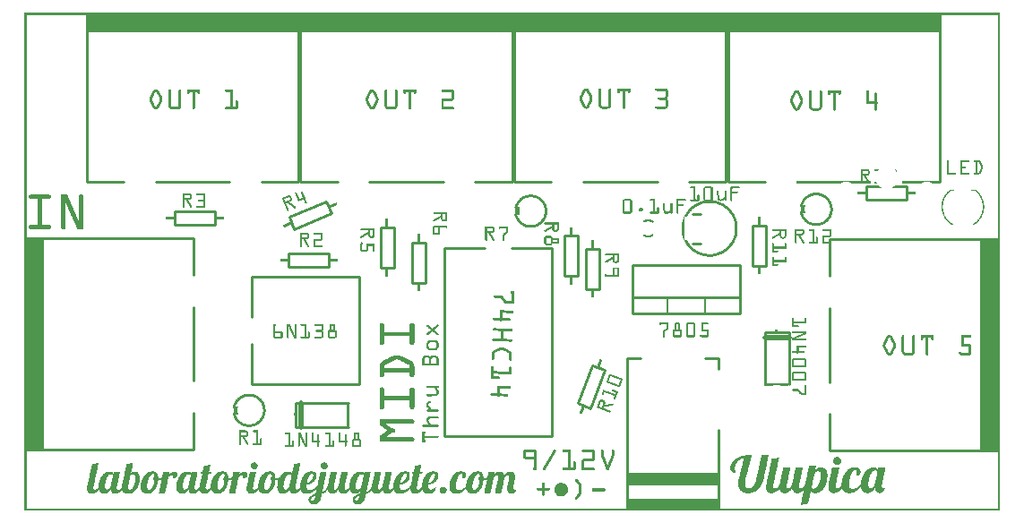
<source format=gto>
G04 MADE WITH FRITZING*
G04 WWW.FRITZING.ORG*
G04 DOUBLE SIDED*
G04 HOLES PLATED*
G04 CONTOUR ON CENTER OF CONTOUR VECTOR*
%ASAXBY*%
%FSLAX23Y23*%
%MOIN*%
%OFA0B0*%
%SFA1.0B1.0*%
%ADD10C,0.010000*%
%ADD11C,0.015000*%
%ADD12C,0.020000*%
%ADD13C,0.005000*%
%ADD14C,0.011000*%
%ADD15R,0.001000X0.001000*%
%LNSILK1*%
G90*
G70*
G54D10*
X2472Y1223D02*
X2610Y1223D01*
D02*
X2610Y1223D02*
X2610Y1845D01*
D02*
X2610Y1845D02*
X1822Y1845D01*
D02*
X1822Y1845D02*
X1822Y1223D01*
D02*
X1822Y1223D02*
X1960Y1223D01*
D02*
X2354Y1223D02*
X2078Y1223D01*
G54D11*
D02*
X2605Y1840D02*
X1827Y1840D01*
D02*
X1827Y1840D02*
X1827Y1830D01*
D02*
X1827Y1830D02*
X2605Y1830D01*
D02*
X2605Y1830D02*
X2605Y1820D01*
D02*
X2605Y1820D02*
X1827Y1820D01*
D02*
X1827Y1820D02*
X1827Y1810D01*
D02*
X1827Y1810D02*
X2605Y1810D01*
D02*
X2605Y1810D02*
X2605Y1800D01*
D02*
X2605Y1800D02*
X1827Y1800D01*
D02*
X1827Y1800D02*
X1827Y1790D01*
D02*
X1827Y1790D02*
X2605Y1790D01*
G54D10*
D02*
X881Y1223D02*
X1019Y1223D01*
D02*
X1019Y1223D02*
X1019Y1845D01*
D02*
X1019Y1845D02*
X232Y1845D01*
D02*
X232Y1845D02*
X232Y1223D01*
D02*
X232Y1223D02*
X370Y1223D01*
D02*
X763Y1223D02*
X488Y1223D01*
G54D11*
D02*
X1014Y1840D02*
X237Y1840D01*
D02*
X237Y1840D02*
X237Y1830D01*
D02*
X237Y1830D02*
X1014Y1830D01*
D02*
X1014Y1830D02*
X1014Y1820D01*
D02*
X1014Y1820D02*
X237Y1820D01*
D02*
X237Y1820D02*
X237Y1810D01*
D02*
X237Y1810D02*
X1014Y1810D01*
D02*
X1014Y1810D02*
X1014Y1800D01*
D02*
X1014Y1800D02*
X237Y1800D01*
D02*
X237Y1800D02*
X237Y1790D01*
D02*
X237Y1790D02*
X1014Y1790D01*
G54D10*
D02*
X3405Y1223D02*
X3405Y1845D01*
D02*
X3405Y1845D02*
X2618Y1845D01*
D02*
X2618Y1845D02*
X2618Y1223D01*
D02*
X2618Y1223D02*
X2755Y1223D01*
G54D11*
D02*
X3400Y1840D02*
X2623Y1840D01*
D02*
X2623Y1840D02*
X2623Y1830D01*
D02*
X2623Y1830D02*
X3400Y1830D01*
D02*
X3400Y1830D02*
X3400Y1820D01*
D02*
X3400Y1820D02*
X2623Y1820D01*
D02*
X2623Y1820D02*
X2623Y1810D01*
D02*
X2623Y1810D02*
X3400Y1810D01*
D02*
X3400Y1810D02*
X3400Y1800D01*
D02*
X3400Y1800D02*
X2623Y1800D01*
D02*
X2623Y1800D02*
X2623Y1790D01*
D02*
X2623Y1790D02*
X3400Y1790D01*
G54D10*
D02*
X1677Y1223D02*
X1814Y1223D01*
D02*
X1814Y1223D02*
X1814Y1845D01*
D02*
X1814Y1845D02*
X1027Y1845D01*
D02*
X1027Y1845D02*
X1027Y1223D01*
D02*
X1027Y1223D02*
X1165Y1223D01*
D02*
X1559Y1223D02*
X1283Y1223D01*
G54D11*
D02*
X1809Y1840D02*
X1032Y1840D01*
D02*
X1032Y1840D02*
X1032Y1830D01*
D02*
X1032Y1830D02*
X1809Y1830D01*
D02*
X1809Y1830D02*
X1809Y1820D01*
D02*
X1809Y1820D02*
X1032Y1820D01*
D02*
X1032Y1820D02*
X1032Y1810D01*
D02*
X1032Y1810D02*
X1809Y1810D01*
D02*
X1809Y1810D02*
X1809Y1800D01*
D02*
X1809Y1800D02*
X1032Y1800D01*
D02*
X1032Y1800D02*
X1032Y1790D01*
D02*
X1032Y1790D02*
X1809Y1790D01*
G54D10*
D02*
X3283Y1156D02*
X3133Y1156D01*
D02*
X3133Y1156D02*
X3133Y1206D01*
D02*
X3283Y1206D02*
X3283Y1156D01*
D02*
X2760Y1062D02*
X2760Y912D01*
D02*
X2760Y912D02*
X2710Y912D01*
D02*
X2710Y912D02*
X2710Y1062D01*
D02*
X2710Y1062D02*
X2760Y1062D01*
D02*
X2158Y523D02*
X2105Y382D01*
D02*
X2105Y382D02*
X2058Y400D01*
D02*
X2058Y400D02*
X2111Y540D01*
D02*
X2111Y540D02*
X2158Y523D01*
D02*
X2138Y975D02*
X2138Y825D01*
D02*
X2138Y825D02*
X2088Y825D01*
D02*
X2088Y825D02*
X2088Y975D01*
D02*
X2088Y975D02*
X2138Y975D01*
D02*
X984Y1094D02*
X1122Y1152D01*
D02*
X1122Y1152D02*
X1141Y1106D01*
D02*
X1141Y1106D02*
X1003Y1048D01*
D02*
X1003Y1048D02*
X984Y1094D01*
D02*
X2059Y1023D02*
X2059Y873D01*
D02*
X2059Y873D02*
X2009Y873D01*
D02*
X2009Y873D02*
X2009Y1023D01*
D02*
X2009Y1023D02*
X2059Y1023D01*
D02*
X1493Y999D02*
X1493Y849D01*
D02*
X1493Y849D02*
X1443Y849D01*
D02*
X1443Y849D02*
X1443Y999D01*
D02*
X1443Y999D02*
X1493Y999D01*
D02*
X558Y1114D02*
X708Y1114D01*
D02*
X708Y1114D02*
X708Y1064D01*
D02*
X708Y1064D02*
X558Y1064D01*
D02*
X558Y1064D02*
X558Y1114D01*
D02*
X1374Y1054D02*
X1374Y904D01*
D02*
X1374Y904D02*
X1324Y904D01*
D02*
X1324Y904D02*
X1324Y1054D01*
D02*
X1324Y1054D02*
X1374Y1054D01*
D02*
X983Y956D02*
X1133Y956D01*
D02*
X1133Y956D02*
X1133Y906D01*
D02*
X1133Y906D02*
X983Y906D01*
D02*
X983Y906D02*
X983Y956D01*
D02*
X1010Y402D02*
X1205Y402D01*
D02*
X1205Y312D02*
X1010Y312D01*
D02*
X1010Y312D02*
X1010Y402D01*
G54D12*
D02*
X1030Y312D02*
X1030Y402D01*
G54D10*
D02*
X2996Y361D02*
X2996Y223D01*
D02*
X2996Y223D02*
X3618Y223D01*
D02*
X3618Y223D02*
X3618Y1011D01*
D02*
X3618Y1011D02*
X2996Y1011D01*
D02*
X2996Y1011D02*
X2996Y873D01*
D02*
X2996Y479D02*
X2996Y755D01*
G54D11*
D02*
X3613Y228D02*
X3613Y1006D01*
D02*
X3613Y1006D02*
X3603Y1006D01*
D02*
X3603Y1006D02*
X3603Y228D01*
D02*
X3603Y228D02*
X3593Y228D01*
D02*
X3593Y228D02*
X3593Y1006D01*
D02*
X3593Y1006D02*
X3583Y1006D01*
D02*
X3583Y1006D02*
X3583Y228D01*
D02*
X3583Y228D02*
X3573Y228D01*
D02*
X3573Y228D02*
X3573Y1006D01*
D02*
X3573Y1006D02*
X3563Y1006D01*
D02*
X3563Y1006D02*
X3563Y228D01*
G54D10*
D02*
X629Y877D02*
X629Y1014D01*
D02*
X629Y1014D02*
X7Y1014D01*
D02*
X7Y1014D02*
X7Y227D01*
D02*
X7Y227D02*
X629Y227D01*
D02*
X629Y227D02*
X629Y365D01*
D02*
X629Y759D02*
X629Y483D01*
G54D11*
D02*
X12Y1009D02*
X12Y232D01*
D02*
X12Y232D02*
X22Y232D01*
D02*
X22Y232D02*
X22Y1009D01*
D02*
X22Y1009D02*
X32Y1009D01*
D02*
X32Y1009D02*
X32Y232D01*
D02*
X32Y232D02*
X42Y232D01*
D02*
X42Y232D02*
X42Y1009D01*
D02*
X42Y1009D02*
X52Y1009D01*
D02*
X52Y1009D02*
X52Y232D01*
D02*
X52Y232D02*
X62Y232D01*
D02*
X62Y232D02*
X62Y1009D01*
G54D10*
D02*
X846Y472D02*
X1246Y472D01*
D02*
X1246Y472D02*
X1246Y872D01*
D02*
X1246Y872D02*
X846Y872D01*
D02*
X846Y472D02*
X846Y622D01*
D02*
X846Y722D02*
X846Y872D01*
D02*
X1563Y977D02*
X1563Y277D01*
D02*
X1563Y277D02*
X1963Y277D01*
D02*
X1963Y277D02*
X1963Y977D01*
D02*
X1563Y977D02*
X1713Y977D01*
D02*
X1813Y977D02*
X1963Y977D01*
D02*
X2583Y302D02*
X2583Y7D01*
D02*
X2583Y7D02*
X2243Y7D01*
D02*
X2243Y7D02*
X2243Y567D01*
D02*
X2243Y567D02*
X2293Y567D01*
D02*
X2583Y527D02*
X2583Y567D01*
D02*
X2583Y567D02*
X2533Y567D01*
D02*
X2583Y7D02*
X2243Y7D01*
D02*
X2583Y12D02*
X2243Y12D01*
D02*
X2583Y17D02*
X2243Y17D01*
D02*
X2583Y22D02*
X2243Y22D01*
D02*
X2583Y27D02*
X2243Y27D01*
D02*
X2583Y32D02*
X2243Y32D01*
D02*
X2583Y37D02*
X2243Y37D01*
D02*
X2583Y42D02*
X2243Y42D01*
D02*
X2583Y137D02*
X2243Y137D01*
D02*
X2583Y132D02*
X2243Y132D01*
D02*
X2583Y127D02*
X2243Y127D01*
D02*
X2583Y122D02*
X2243Y122D01*
D02*
X2583Y117D02*
X2243Y117D01*
D02*
X2583Y112D02*
X2243Y112D01*
D02*
X2583Y107D02*
X2243Y107D01*
D02*
X2583Y102D02*
X2243Y102D01*
D02*
X2663Y733D02*
X2263Y733D01*
D02*
X2263Y733D02*
X2263Y913D01*
D02*
X2263Y913D02*
X2663Y913D01*
D02*
X2663Y913D02*
X2663Y733D01*
D02*
X2663Y733D02*
X2263Y733D01*
D02*
X2263Y733D02*
X2263Y793D01*
D02*
X2263Y793D02*
X2663Y793D01*
D02*
X2663Y793D02*
X2663Y733D01*
G54D13*
D02*
X2533Y733D02*
X2533Y793D01*
D02*
X2393Y733D02*
X2393Y793D01*
G54D10*
D02*
X2844Y665D02*
X2844Y470D01*
D02*
X2754Y470D02*
X2754Y665D01*
D02*
X2754Y665D02*
X2844Y665D01*
G54D12*
D02*
X2754Y645D02*
X2844Y645D01*
G54D14*
X2484Y1105D02*
X2514Y1105D01*
D02*
X2484Y995D02*
X2514Y995D01*
D02*
G54D15*
X0Y1853D02*
X3628Y1853D01*
X0Y1852D02*
X3628Y1852D01*
X0Y1851D02*
X3628Y1851D01*
X0Y1850D02*
X3628Y1850D01*
X0Y1849D02*
X3628Y1849D01*
X0Y1848D02*
X3628Y1848D01*
X0Y1847D02*
X3628Y1847D01*
X0Y1846D02*
X3628Y1846D01*
X0Y1845D02*
X7Y1845D01*
X3621Y1845D02*
X3628Y1845D01*
X0Y1844D02*
X7Y1844D01*
X3621Y1844D02*
X3628Y1844D01*
X0Y1843D02*
X7Y1843D01*
X3621Y1843D02*
X3628Y1843D01*
X0Y1842D02*
X7Y1842D01*
X3621Y1842D02*
X3628Y1842D01*
X0Y1841D02*
X7Y1841D01*
X3621Y1841D02*
X3628Y1841D01*
X0Y1840D02*
X7Y1840D01*
X3621Y1840D02*
X3628Y1840D01*
X0Y1839D02*
X7Y1839D01*
X3621Y1839D02*
X3628Y1839D01*
X0Y1838D02*
X7Y1838D01*
X3621Y1838D02*
X3628Y1838D01*
X0Y1837D02*
X7Y1837D01*
X3621Y1837D02*
X3628Y1837D01*
X0Y1836D02*
X7Y1836D01*
X3621Y1836D02*
X3628Y1836D01*
X0Y1835D02*
X7Y1835D01*
X3621Y1835D02*
X3628Y1835D01*
X0Y1834D02*
X7Y1834D01*
X3621Y1834D02*
X3628Y1834D01*
X0Y1833D02*
X7Y1833D01*
X3621Y1833D02*
X3628Y1833D01*
X0Y1832D02*
X7Y1832D01*
X3621Y1832D02*
X3628Y1832D01*
X0Y1831D02*
X7Y1831D01*
X3621Y1831D02*
X3628Y1831D01*
X0Y1830D02*
X7Y1830D01*
X3621Y1830D02*
X3628Y1830D01*
X0Y1829D02*
X7Y1829D01*
X3621Y1829D02*
X3628Y1829D01*
X0Y1828D02*
X7Y1828D01*
X3621Y1828D02*
X3628Y1828D01*
X0Y1827D02*
X7Y1827D01*
X3621Y1827D02*
X3628Y1827D01*
X0Y1826D02*
X7Y1826D01*
X3621Y1826D02*
X3628Y1826D01*
X0Y1825D02*
X7Y1825D01*
X3621Y1825D02*
X3628Y1825D01*
X0Y1824D02*
X7Y1824D01*
X3621Y1824D02*
X3628Y1824D01*
X0Y1823D02*
X7Y1823D01*
X3621Y1823D02*
X3628Y1823D01*
X0Y1822D02*
X7Y1822D01*
X3621Y1822D02*
X3628Y1822D01*
X0Y1821D02*
X7Y1821D01*
X3621Y1821D02*
X3628Y1821D01*
X0Y1820D02*
X7Y1820D01*
X3621Y1820D02*
X3628Y1820D01*
X0Y1819D02*
X7Y1819D01*
X3621Y1819D02*
X3628Y1819D01*
X0Y1818D02*
X7Y1818D01*
X3621Y1818D02*
X3628Y1818D01*
X0Y1817D02*
X7Y1817D01*
X3621Y1817D02*
X3628Y1817D01*
X0Y1816D02*
X7Y1816D01*
X3621Y1816D02*
X3628Y1816D01*
X0Y1815D02*
X7Y1815D01*
X3621Y1815D02*
X3628Y1815D01*
X0Y1814D02*
X7Y1814D01*
X3621Y1814D02*
X3628Y1814D01*
X0Y1813D02*
X7Y1813D01*
X3621Y1813D02*
X3628Y1813D01*
X0Y1812D02*
X7Y1812D01*
X3621Y1812D02*
X3628Y1812D01*
X0Y1811D02*
X7Y1811D01*
X3621Y1811D02*
X3628Y1811D01*
X0Y1810D02*
X7Y1810D01*
X3621Y1810D02*
X3628Y1810D01*
X0Y1809D02*
X7Y1809D01*
X3621Y1809D02*
X3628Y1809D01*
X0Y1808D02*
X7Y1808D01*
X3621Y1808D02*
X3628Y1808D01*
X0Y1807D02*
X7Y1807D01*
X3621Y1807D02*
X3628Y1807D01*
X0Y1806D02*
X7Y1806D01*
X3621Y1806D02*
X3628Y1806D01*
X0Y1805D02*
X7Y1805D01*
X3621Y1805D02*
X3628Y1805D01*
X0Y1804D02*
X7Y1804D01*
X3621Y1804D02*
X3628Y1804D01*
X0Y1803D02*
X7Y1803D01*
X3621Y1803D02*
X3628Y1803D01*
X0Y1802D02*
X7Y1802D01*
X3621Y1802D02*
X3628Y1802D01*
X0Y1801D02*
X7Y1801D01*
X3621Y1801D02*
X3628Y1801D01*
X0Y1800D02*
X7Y1800D01*
X3621Y1800D02*
X3628Y1800D01*
X0Y1799D02*
X7Y1799D01*
X3621Y1799D02*
X3628Y1799D01*
X0Y1798D02*
X7Y1798D01*
X3621Y1798D02*
X3628Y1798D01*
X0Y1797D02*
X7Y1797D01*
X3621Y1797D02*
X3628Y1797D01*
X0Y1796D02*
X7Y1796D01*
X3621Y1796D02*
X3628Y1796D01*
X0Y1795D02*
X7Y1795D01*
X3621Y1795D02*
X3628Y1795D01*
X0Y1794D02*
X7Y1794D01*
X3621Y1794D02*
X3628Y1794D01*
X0Y1793D02*
X7Y1793D01*
X3621Y1793D02*
X3628Y1793D01*
X0Y1792D02*
X7Y1792D01*
X3621Y1792D02*
X3628Y1792D01*
X0Y1791D02*
X7Y1791D01*
X3621Y1791D02*
X3628Y1791D01*
X0Y1790D02*
X7Y1790D01*
X3621Y1790D02*
X3628Y1790D01*
X0Y1789D02*
X7Y1789D01*
X3621Y1789D02*
X3628Y1789D01*
X0Y1788D02*
X7Y1788D01*
X3621Y1788D02*
X3628Y1788D01*
X0Y1787D02*
X7Y1787D01*
X3621Y1787D02*
X3628Y1787D01*
X0Y1786D02*
X7Y1786D01*
X3621Y1786D02*
X3628Y1786D01*
X0Y1785D02*
X7Y1785D01*
X3621Y1785D02*
X3628Y1785D01*
X0Y1784D02*
X7Y1784D01*
X3621Y1784D02*
X3628Y1784D01*
X0Y1783D02*
X7Y1783D01*
X3621Y1783D02*
X3628Y1783D01*
X0Y1782D02*
X7Y1782D01*
X3621Y1782D02*
X3628Y1782D01*
X0Y1781D02*
X7Y1781D01*
X3621Y1781D02*
X3628Y1781D01*
X0Y1780D02*
X7Y1780D01*
X3621Y1780D02*
X3628Y1780D01*
X0Y1779D02*
X7Y1779D01*
X3621Y1779D02*
X3628Y1779D01*
X0Y1778D02*
X7Y1778D01*
X3621Y1778D02*
X3628Y1778D01*
X0Y1777D02*
X7Y1777D01*
X3621Y1777D02*
X3628Y1777D01*
X0Y1776D02*
X7Y1776D01*
X3621Y1776D02*
X3628Y1776D01*
X0Y1775D02*
X7Y1775D01*
X3621Y1775D02*
X3628Y1775D01*
X0Y1774D02*
X7Y1774D01*
X3621Y1774D02*
X3628Y1774D01*
X0Y1773D02*
X7Y1773D01*
X3621Y1773D02*
X3628Y1773D01*
X0Y1772D02*
X7Y1772D01*
X3621Y1772D02*
X3628Y1772D01*
X0Y1771D02*
X7Y1771D01*
X3621Y1771D02*
X3628Y1771D01*
X0Y1770D02*
X7Y1770D01*
X3621Y1770D02*
X3628Y1770D01*
X0Y1769D02*
X7Y1769D01*
X3621Y1769D02*
X3628Y1769D01*
X0Y1768D02*
X7Y1768D01*
X3621Y1768D02*
X3628Y1768D01*
X0Y1767D02*
X7Y1767D01*
X3621Y1767D02*
X3628Y1767D01*
X0Y1766D02*
X7Y1766D01*
X3621Y1766D02*
X3628Y1766D01*
X0Y1765D02*
X7Y1765D01*
X3621Y1765D02*
X3628Y1765D01*
X0Y1764D02*
X7Y1764D01*
X3621Y1764D02*
X3628Y1764D01*
X0Y1763D02*
X7Y1763D01*
X3621Y1763D02*
X3628Y1763D01*
X0Y1762D02*
X7Y1762D01*
X3621Y1762D02*
X3628Y1762D01*
X0Y1761D02*
X7Y1761D01*
X3621Y1761D02*
X3628Y1761D01*
X0Y1760D02*
X7Y1760D01*
X3621Y1760D02*
X3628Y1760D01*
X0Y1759D02*
X7Y1759D01*
X3621Y1759D02*
X3628Y1759D01*
X0Y1758D02*
X7Y1758D01*
X3621Y1758D02*
X3628Y1758D01*
X0Y1757D02*
X7Y1757D01*
X3621Y1757D02*
X3628Y1757D01*
X0Y1756D02*
X7Y1756D01*
X3621Y1756D02*
X3628Y1756D01*
X0Y1755D02*
X7Y1755D01*
X3621Y1755D02*
X3628Y1755D01*
X0Y1754D02*
X7Y1754D01*
X3621Y1754D02*
X3628Y1754D01*
X0Y1753D02*
X7Y1753D01*
X3621Y1753D02*
X3628Y1753D01*
X0Y1752D02*
X7Y1752D01*
X3621Y1752D02*
X3628Y1752D01*
X0Y1751D02*
X7Y1751D01*
X3621Y1751D02*
X3628Y1751D01*
X0Y1750D02*
X7Y1750D01*
X3621Y1750D02*
X3628Y1750D01*
X0Y1749D02*
X7Y1749D01*
X3621Y1749D02*
X3628Y1749D01*
X0Y1748D02*
X7Y1748D01*
X3621Y1748D02*
X3628Y1748D01*
X0Y1747D02*
X7Y1747D01*
X3621Y1747D02*
X3628Y1747D01*
X0Y1746D02*
X7Y1746D01*
X3621Y1746D02*
X3628Y1746D01*
X0Y1745D02*
X7Y1745D01*
X3621Y1745D02*
X3628Y1745D01*
X0Y1744D02*
X7Y1744D01*
X3621Y1744D02*
X3628Y1744D01*
X0Y1743D02*
X7Y1743D01*
X3621Y1743D02*
X3628Y1743D01*
X0Y1742D02*
X7Y1742D01*
X3621Y1742D02*
X3628Y1742D01*
X0Y1741D02*
X7Y1741D01*
X3621Y1741D02*
X3628Y1741D01*
X0Y1740D02*
X7Y1740D01*
X3621Y1740D02*
X3628Y1740D01*
X0Y1739D02*
X7Y1739D01*
X3621Y1739D02*
X3628Y1739D01*
X0Y1738D02*
X7Y1738D01*
X3621Y1738D02*
X3628Y1738D01*
X0Y1737D02*
X7Y1737D01*
X3621Y1737D02*
X3628Y1737D01*
X0Y1736D02*
X7Y1736D01*
X3621Y1736D02*
X3628Y1736D01*
X0Y1735D02*
X7Y1735D01*
X3621Y1735D02*
X3628Y1735D01*
X0Y1734D02*
X7Y1734D01*
X3621Y1734D02*
X3628Y1734D01*
X0Y1733D02*
X7Y1733D01*
X3621Y1733D02*
X3628Y1733D01*
X0Y1732D02*
X7Y1732D01*
X3621Y1732D02*
X3628Y1732D01*
X0Y1731D02*
X7Y1731D01*
X3621Y1731D02*
X3628Y1731D01*
X0Y1730D02*
X7Y1730D01*
X3621Y1730D02*
X3628Y1730D01*
X0Y1729D02*
X7Y1729D01*
X3621Y1729D02*
X3628Y1729D01*
X0Y1728D02*
X7Y1728D01*
X3621Y1728D02*
X3628Y1728D01*
X0Y1727D02*
X7Y1727D01*
X3621Y1727D02*
X3628Y1727D01*
X0Y1726D02*
X7Y1726D01*
X3621Y1726D02*
X3628Y1726D01*
X0Y1725D02*
X7Y1725D01*
X3621Y1725D02*
X3628Y1725D01*
X0Y1724D02*
X7Y1724D01*
X3621Y1724D02*
X3628Y1724D01*
X0Y1723D02*
X7Y1723D01*
X3621Y1723D02*
X3628Y1723D01*
X0Y1722D02*
X7Y1722D01*
X3621Y1722D02*
X3628Y1722D01*
X0Y1721D02*
X7Y1721D01*
X3621Y1721D02*
X3628Y1721D01*
X0Y1720D02*
X7Y1720D01*
X3621Y1720D02*
X3628Y1720D01*
X0Y1719D02*
X7Y1719D01*
X3621Y1719D02*
X3628Y1719D01*
X0Y1718D02*
X7Y1718D01*
X3621Y1718D02*
X3628Y1718D01*
X0Y1717D02*
X7Y1717D01*
X3621Y1717D02*
X3628Y1717D01*
X0Y1716D02*
X7Y1716D01*
X3621Y1716D02*
X3628Y1716D01*
X0Y1715D02*
X7Y1715D01*
X3621Y1715D02*
X3628Y1715D01*
X0Y1714D02*
X7Y1714D01*
X3621Y1714D02*
X3628Y1714D01*
X0Y1713D02*
X7Y1713D01*
X3621Y1713D02*
X3628Y1713D01*
X0Y1712D02*
X7Y1712D01*
X3621Y1712D02*
X3628Y1712D01*
X0Y1711D02*
X7Y1711D01*
X3621Y1711D02*
X3628Y1711D01*
X0Y1710D02*
X7Y1710D01*
X3621Y1710D02*
X3628Y1710D01*
X0Y1709D02*
X7Y1709D01*
X3621Y1709D02*
X3628Y1709D01*
X0Y1708D02*
X7Y1708D01*
X3621Y1708D02*
X3628Y1708D01*
X0Y1707D02*
X7Y1707D01*
X3621Y1707D02*
X3628Y1707D01*
X0Y1706D02*
X7Y1706D01*
X3621Y1706D02*
X3628Y1706D01*
X0Y1705D02*
X7Y1705D01*
X3621Y1705D02*
X3628Y1705D01*
X0Y1704D02*
X7Y1704D01*
X3621Y1704D02*
X3628Y1704D01*
X0Y1703D02*
X7Y1703D01*
X3621Y1703D02*
X3628Y1703D01*
X0Y1702D02*
X7Y1702D01*
X3621Y1702D02*
X3628Y1702D01*
X0Y1701D02*
X7Y1701D01*
X3621Y1701D02*
X3628Y1701D01*
X0Y1700D02*
X7Y1700D01*
X3621Y1700D02*
X3628Y1700D01*
X0Y1699D02*
X7Y1699D01*
X3621Y1699D02*
X3628Y1699D01*
X0Y1698D02*
X7Y1698D01*
X3621Y1698D02*
X3628Y1698D01*
X0Y1697D02*
X7Y1697D01*
X3621Y1697D02*
X3628Y1697D01*
X0Y1696D02*
X7Y1696D01*
X3621Y1696D02*
X3628Y1696D01*
X0Y1695D02*
X7Y1695D01*
X3621Y1695D02*
X3628Y1695D01*
X0Y1694D02*
X7Y1694D01*
X3621Y1694D02*
X3628Y1694D01*
X0Y1693D02*
X7Y1693D01*
X3621Y1693D02*
X3628Y1693D01*
X0Y1692D02*
X7Y1692D01*
X3621Y1692D02*
X3628Y1692D01*
X0Y1691D02*
X7Y1691D01*
X3621Y1691D02*
X3628Y1691D01*
X0Y1690D02*
X7Y1690D01*
X3621Y1690D02*
X3628Y1690D01*
X0Y1689D02*
X7Y1689D01*
X3621Y1689D02*
X3628Y1689D01*
X0Y1688D02*
X7Y1688D01*
X3621Y1688D02*
X3628Y1688D01*
X0Y1687D02*
X7Y1687D01*
X3621Y1687D02*
X3628Y1687D01*
X0Y1686D02*
X7Y1686D01*
X3621Y1686D02*
X3628Y1686D01*
X0Y1685D02*
X7Y1685D01*
X3621Y1685D02*
X3628Y1685D01*
X0Y1684D02*
X7Y1684D01*
X3621Y1684D02*
X3628Y1684D01*
X0Y1683D02*
X7Y1683D01*
X3621Y1683D02*
X3628Y1683D01*
X0Y1682D02*
X7Y1682D01*
X3621Y1682D02*
X3628Y1682D01*
X0Y1681D02*
X7Y1681D01*
X3621Y1681D02*
X3628Y1681D01*
X0Y1680D02*
X7Y1680D01*
X3621Y1680D02*
X3628Y1680D01*
X0Y1679D02*
X7Y1679D01*
X3621Y1679D02*
X3628Y1679D01*
X0Y1678D02*
X7Y1678D01*
X3621Y1678D02*
X3628Y1678D01*
X0Y1677D02*
X7Y1677D01*
X3621Y1677D02*
X3628Y1677D01*
X0Y1676D02*
X7Y1676D01*
X3621Y1676D02*
X3628Y1676D01*
X0Y1675D02*
X7Y1675D01*
X3621Y1675D02*
X3628Y1675D01*
X0Y1674D02*
X7Y1674D01*
X3621Y1674D02*
X3628Y1674D01*
X0Y1673D02*
X7Y1673D01*
X3621Y1673D02*
X3628Y1673D01*
X0Y1672D02*
X7Y1672D01*
X3621Y1672D02*
X3628Y1672D01*
X0Y1671D02*
X7Y1671D01*
X3621Y1671D02*
X3628Y1671D01*
X0Y1670D02*
X7Y1670D01*
X3621Y1670D02*
X3628Y1670D01*
X0Y1669D02*
X7Y1669D01*
X3621Y1669D02*
X3628Y1669D01*
X0Y1668D02*
X7Y1668D01*
X3621Y1668D02*
X3628Y1668D01*
X0Y1667D02*
X7Y1667D01*
X3621Y1667D02*
X3628Y1667D01*
X0Y1666D02*
X7Y1666D01*
X3621Y1666D02*
X3628Y1666D01*
X0Y1665D02*
X7Y1665D01*
X3621Y1665D02*
X3628Y1665D01*
X0Y1664D02*
X7Y1664D01*
X3621Y1664D02*
X3628Y1664D01*
X0Y1663D02*
X7Y1663D01*
X3621Y1663D02*
X3628Y1663D01*
X0Y1662D02*
X7Y1662D01*
X3621Y1662D02*
X3628Y1662D01*
X0Y1661D02*
X7Y1661D01*
X3621Y1661D02*
X3628Y1661D01*
X0Y1660D02*
X7Y1660D01*
X3621Y1660D02*
X3628Y1660D01*
X0Y1659D02*
X7Y1659D01*
X3621Y1659D02*
X3628Y1659D01*
X0Y1658D02*
X7Y1658D01*
X3621Y1658D02*
X3628Y1658D01*
X0Y1657D02*
X7Y1657D01*
X3621Y1657D02*
X3628Y1657D01*
X0Y1656D02*
X7Y1656D01*
X3621Y1656D02*
X3628Y1656D01*
X0Y1655D02*
X7Y1655D01*
X3621Y1655D02*
X3628Y1655D01*
X0Y1654D02*
X7Y1654D01*
X3621Y1654D02*
X3628Y1654D01*
X0Y1653D02*
X7Y1653D01*
X3621Y1653D02*
X3628Y1653D01*
X0Y1652D02*
X7Y1652D01*
X3621Y1652D02*
X3628Y1652D01*
X0Y1651D02*
X7Y1651D01*
X3621Y1651D02*
X3628Y1651D01*
X0Y1650D02*
X7Y1650D01*
X3621Y1650D02*
X3628Y1650D01*
X0Y1649D02*
X7Y1649D01*
X3621Y1649D02*
X3628Y1649D01*
X0Y1648D02*
X7Y1648D01*
X3621Y1648D02*
X3628Y1648D01*
X0Y1647D02*
X7Y1647D01*
X3621Y1647D02*
X3628Y1647D01*
X0Y1646D02*
X7Y1646D01*
X3621Y1646D02*
X3628Y1646D01*
X0Y1645D02*
X7Y1645D01*
X3621Y1645D02*
X3628Y1645D01*
X0Y1644D02*
X7Y1644D01*
X3621Y1644D02*
X3628Y1644D01*
X0Y1643D02*
X7Y1643D01*
X3621Y1643D02*
X3628Y1643D01*
X0Y1642D02*
X7Y1642D01*
X3621Y1642D02*
X3628Y1642D01*
X0Y1641D02*
X7Y1641D01*
X3621Y1641D02*
X3628Y1641D01*
X0Y1640D02*
X7Y1640D01*
X3621Y1640D02*
X3628Y1640D01*
X0Y1639D02*
X7Y1639D01*
X3621Y1639D02*
X3628Y1639D01*
X0Y1638D02*
X7Y1638D01*
X3621Y1638D02*
X3628Y1638D01*
X0Y1637D02*
X7Y1637D01*
X3621Y1637D02*
X3628Y1637D01*
X0Y1636D02*
X7Y1636D01*
X3621Y1636D02*
X3628Y1636D01*
X0Y1635D02*
X7Y1635D01*
X3621Y1635D02*
X3628Y1635D01*
X0Y1634D02*
X7Y1634D01*
X3621Y1634D02*
X3628Y1634D01*
X0Y1633D02*
X7Y1633D01*
X3621Y1633D02*
X3628Y1633D01*
X0Y1632D02*
X7Y1632D01*
X3621Y1632D02*
X3628Y1632D01*
X0Y1631D02*
X7Y1631D01*
X3621Y1631D02*
X3628Y1631D01*
X0Y1630D02*
X7Y1630D01*
X3621Y1630D02*
X3628Y1630D01*
X0Y1629D02*
X7Y1629D01*
X3621Y1629D02*
X3628Y1629D01*
X0Y1628D02*
X7Y1628D01*
X3621Y1628D02*
X3628Y1628D01*
X0Y1627D02*
X7Y1627D01*
X3621Y1627D02*
X3628Y1627D01*
X0Y1626D02*
X7Y1626D01*
X3621Y1626D02*
X3628Y1626D01*
X0Y1625D02*
X7Y1625D01*
X3621Y1625D02*
X3628Y1625D01*
X0Y1624D02*
X7Y1624D01*
X3621Y1624D02*
X3628Y1624D01*
X0Y1623D02*
X7Y1623D01*
X3621Y1623D02*
X3628Y1623D01*
X0Y1622D02*
X7Y1622D01*
X3621Y1622D02*
X3628Y1622D01*
X0Y1621D02*
X7Y1621D01*
X3621Y1621D02*
X3628Y1621D01*
X0Y1620D02*
X7Y1620D01*
X3621Y1620D02*
X3628Y1620D01*
X0Y1619D02*
X7Y1619D01*
X3621Y1619D02*
X3628Y1619D01*
X0Y1618D02*
X7Y1618D01*
X3621Y1618D02*
X3628Y1618D01*
X0Y1617D02*
X7Y1617D01*
X3621Y1617D02*
X3628Y1617D01*
X0Y1616D02*
X7Y1616D01*
X3621Y1616D02*
X3628Y1616D01*
X0Y1615D02*
X7Y1615D01*
X3621Y1615D02*
X3628Y1615D01*
X0Y1614D02*
X7Y1614D01*
X3621Y1614D02*
X3628Y1614D01*
X0Y1613D02*
X7Y1613D01*
X3621Y1613D02*
X3628Y1613D01*
X0Y1612D02*
X7Y1612D01*
X3621Y1612D02*
X3628Y1612D01*
X0Y1611D02*
X7Y1611D01*
X3621Y1611D02*
X3628Y1611D01*
X0Y1610D02*
X7Y1610D01*
X3621Y1610D02*
X3628Y1610D01*
X0Y1609D02*
X7Y1609D01*
X3621Y1609D02*
X3628Y1609D01*
X0Y1608D02*
X7Y1608D01*
X3621Y1608D02*
X3628Y1608D01*
X0Y1607D02*
X7Y1607D01*
X3621Y1607D02*
X3628Y1607D01*
X0Y1606D02*
X7Y1606D01*
X3621Y1606D02*
X3628Y1606D01*
X0Y1605D02*
X7Y1605D01*
X3621Y1605D02*
X3628Y1605D01*
X0Y1604D02*
X7Y1604D01*
X3621Y1604D02*
X3628Y1604D01*
X0Y1603D02*
X7Y1603D01*
X3621Y1603D02*
X3628Y1603D01*
X0Y1602D02*
X7Y1602D01*
X3621Y1602D02*
X3628Y1602D01*
X0Y1601D02*
X7Y1601D01*
X3621Y1601D02*
X3628Y1601D01*
X0Y1600D02*
X7Y1600D01*
X3621Y1600D02*
X3628Y1600D01*
X0Y1599D02*
X7Y1599D01*
X3621Y1599D02*
X3628Y1599D01*
X0Y1598D02*
X7Y1598D01*
X3621Y1598D02*
X3628Y1598D01*
X0Y1597D02*
X7Y1597D01*
X3621Y1597D02*
X3628Y1597D01*
X0Y1596D02*
X7Y1596D01*
X3621Y1596D02*
X3628Y1596D01*
X0Y1595D02*
X7Y1595D01*
X3621Y1595D02*
X3628Y1595D01*
X0Y1594D02*
X7Y1594D01*
X3621Y1594D02*
X3628Y1594D01*
X0Y1593D02*
X7Y1593D01*
X3621Y1593D02*
X3628Y1593D01*
X0Y1592D02*
X7Y1592D01*
X3621Y1592D02*
X3628Y1592D01*
X0Y1591D02*
X7Y1591D01*
X3621Y1591D02*
X3628Y1591D01*
X0Y1590D02*
X7Y1590D01*
X3621Y1590D02*
X3628Y1590D01*
X0Y1589D02*
X7Y1589D01*
X3621Y1589D02*
X3628Y1589D01*
X0Y1588D02*
X7Y1588D01*
X3621Y1588D02*
X3628Y1588D01*
X0Y1587D02*
X7Y1587D01*
X3621Y1587D02*
X3628Y1587D01*
X0Y1586D02*
X7Y1586D01*
X3621Y1586D02*
X3628Y1586D01*
X0Y1585D02*
X7Y1585D01*
X3621Y1585D02*
X3628Y1585D01*
X0Y1584D02*
X7Y1584D01*
X3621Y1584D02*
X3628Y1584D01*
X0Y1583D02*
X7Y1583D01*
X3621Y1583D02*
X3628Y1583D01*
X0Y1582D02*
X7Y1582D01*
X3621Y1582D02*
X3628Y1582D01*
X0Y1581D02*
X7Y1581D01*
X3621Y1581D02*
X3628Y1581D01*
X0Y1580D02*
X7Y1580D01*
X3621Y1580D02*
X3628Y1580D01*
X0Y1579D02*
X7Y1579D01*
X3621Y1579D02*
X3628Y1579D01*
X0Y1578D02*
X7Y1578D01*
X3621Y1578D02*
X3628Y1578D01*
X0Y1577D02*
X7Y1577D01*
X3621Y1577D02*
X3628Y1577D01*
X0Y1576D02*
X7Y1576D01*
X3621Y1576D02*
X3628Y1576D01*
X0Y1575D02*
X7Y1575D01*
X3621Y1575D02*
X3628Y1575D01*
X0Y1574D02*
X7Y1574D01*
X3621Y1574D02*
X3628Y1574D01*
X0Y1573D02*
X7Y1573D01*
X3621Y1573D02*
X3628Y1573D01*
X0Y1572D02*
X7Y1572D01*
X3621Y1572D02*
X3628Y1572D01*
X0Y1571D02*
X7Y1571D01*
X2086Y1571D02*
X2093Y1571D01*
X2138Y1571D02*
X2142Y1571D01*
X2177Y1571D02*
X2181Y1571D01*
X2206Y1571D02*
X2254Y1571D01*
X2349Y1571D02*
X2388Y1571D01*
X3621Y1571D02*
X3628Y1571D01*
X0Y1570D02*
X7Y1570D01*
X2083Y1570D02*
X2095Y1570D01*
X2137Y1570D02*
X2143Y1570D01*
X2176Y1570D02*
X2182Y1570D01*
X2206Y1570D02*
X2254Y1570D01*
X2348Y1570D02*
X2390Y1570D01*
X3621Y1570D02*
X3628Y1570D01*
X0Y1569D02*
X7Y1569D01*
X2082Y1569D02*
X2097Y1569D01*
X2136Y1569D02*
X2144Y1569D01*
X2175Y1569D02*
X2183Y1569D01*
X2206Y1569D02*
X2254Y1569D01*
X2347Y1569D02*
X2391Y1569D01*
X3621Y1569D02*
X3628Y1569D01*
X0Y1568D02*
X7Y1568D01*
X485Y1568D02*
X492Y1568D01*
X538Y1568D02*
X542Y1568D01*
X577Y1568D02*
X580Y1568D01*
X606Y1568D02*
X653Y1568D01*
X749Y1568D02*
X774Y1568D01*
X1292Y1568D02*
X1294Y1568D01*
X1344Y1568D02*
X1344Y1568D01*
X1383Y1568D02*
X1383Y1568D01*
X1410Y1568D02*
X1457Y1568D01*
X1555Y1568D02*
X1589Y1568D01*
X2081Y1568D02*
X2098Y1568D01*
X2136Y1568D02*
X2145Y1568D01*
X2175Y1568D02*
X2183Y1568D01*
X2206Y1568D02*
X2254Y1568D01*
X2347Y1568D02*
X2392Y1568D01*
X3621Y1568D02*
X3628Y1568D01*
X0Y1567D02*
X7Y1567D01*
X483Y1567D02*
X495Y1567D01*
X537Y1567D02*
X543Y1567D01*
X575Y1567D02*
X582Y1567D01*
X606Y1567D02*
X653Y1567D01*
X748Y1567D02*
X774Y1567D01*
X1288Y1567D02*
X1298Y1567D01*
X1342Y1567D02*
X1347Y1567D01*
X1380Y1567D02*
X1385Y1567D01*
X1410Y1567D02*
X1457Y1567D01*
X1552Y1567D02*
X1592Y1567D01*
X2080Y1567D02*
X2099Y1567D01*
X2136Y1567D02*
X2145Y1567D01*
X2175Y1567D02*
X2183Y1567D01*
X2206Y1567D02*
X2254Y1567D01*
X2347Y1567D02*
X2393Y1567D01*
X3621Y1567D02*
X3628Y1567D01*
X0Y1566D02*
X7Y1566D01*
X482Y1566D02*
X496Y1566D01*
X536Y1566D02*
X544Y1566D01*
X575Y1566D02*
X582Y1566D01*
X606Y1566D02*
X653Y1566D01*
X747Y1566D02*
X774Y1566D01*
X1287Y1566D02*
X1299Y1566D01*
X1341Y1566D02*
X1347Y1566D01*
X1379Y1566D02*
X1386Y1566D01*
X1410Y1566D02*
X1457Y1566D01*
X1551Y1566D02*
X1594Y1566D01*
X2079Y1566D02*
X2099Y1566D01*
X2136Y1566D02*
X2145Y1566D01*
X2174Y1566D02*
X2183Y1566D01*
X2206Y1566D02*
X2254Y1566D01*
X2347Y1566D02*
X2393Y1566D01*
X3621Y1566D02*
X3628Y1566D01*
X0Y1565D02*
X7Y1565D01*
X480Y1565D02*
X497Y1565D01*
X536Y1565D02*
X544Y1565D01*
X574Y1565D02*
X583Y1565D01*
X606Y1565D02*
X653Y1565D01*
X747Y1565D02*
X774Y1565D01*
X1285Y1565D02*
X1301Y1565D01*
X1340Y1565D02*
X1348Y1565D01*
X1379Y1565D02*
X1387Y1565D01*
X1410Y1565D02*
X1457Y1565D01*
X1551Y1565D02*
X1595Y1565D01*
X2079Y1565D02*
X2100Y1565D01*
X2136Y1565D02*
X2145Y1565D01*
X2174Y1565D02*
X2183Y1565D01*
X2206Y1565D02*
X2254Y1565D01*
X2347Y1565D02*
X2394Y1565D01*
X3621Y1565D02*
X3628Y1565D01*
X0Y1564D02*
X7Y1564D01*
X479Y1564D02*
X498Y1564D01*
X535Y1564D02*
X544Y1564D01*
X574Y1564D02*
X583Y1564D01*
X606Y1564D02*
X653Y1564D01*
X746Y1564D02*
X774Y1564D01*
X1284Y1564D02*
X1302Y1564D01*
X1340Y1564D02*
X1348Y1564D01*
X1378Y1564D02*
X1387Y1564D01*
X1410Y1564D02*
X1457Y1564D01*
X1551Y1564D02*
X1596Y1564D01*
X2078Y1564D02*
X2101Y1564D01*
X2136Y1564D02*
X2145Y1564D01*
X2174Y1564D02*
X2183Y1564D01*
X2206Y1564D02*
X2254Y1564D01*
X2348Y1564D02*
X2394Y1564D01*
X2870Y1564D02*
X2876Y1564D01*
X2922Y1564D02*
X2925Y1564D01*
X2961Y1564D02*
X2964Y1564D01*
X2990Y1564D02*
X3037Y1564D01*
X3135Y1564D02*
X3138Y1564D01*
X3621Y1564D02*
X3628Y1564D01*
X0Y1563D02*
X7Y1563D01*
X479Y1563D02*
X499Y1563D01*
X535Y1563D02*
X544Y1563D01*
X574Y1563D02*
X583Y1563D01*
X606Y1563D02*
X653Y1563D01*
X746Y1563D02*
X774Y1563D01*
X1283Y1563D02*
X1303Y1563D01*
X1340Y1563D02*
X1348Y1563D01*
X1378Y1563D02*
X1387Y1563D01*
X1410Y1563D02*
X1457Y1563D01*
X1551Y1563D02*
X1597Y1563D01*
X2077Y1563D02*
X2101Y1563D01*
X2136Y1563D02*
X2145Y1563D01*
X2174Y1563D02*
X2183Y1563D01*
X2206Y1563D02*
X2254Y1563D01*
X2349Y1563D02*
X2394Y1563D01*
X2867Y1563D02*
X2878Y1563D01*
X2921Y1563D02*
X2927Y1563D01*
X2959Y1563D02*
X2965Y1563D01*
X2990Y1563D02*
X3037Y1563D01*
X3134Y1563D02*
X3140Y1563D01*
X3621Y1563D02*
X3628Y1563D01*
X0Y1562D02*
X7Y1562D01*
X478Y1562D02*
X499Y1562D01*
X535Y1562D02*
X544Y1562D01*
X574Y1562D02*
X583Y1562D01*
X606Y1562D02*
X653Y1562D01*
X747Y1562D02*
X774Y1562D01*
X1283Y1562D02*
X1303Y1562D01*
X1340Y1562D02*
X1348Y1562D01*
X1378Y1562D02*
X1387Y1562D01*
X1410Y1562D02*
X1457Y1562D01*
X1551Y1562D02*
X1597Y1562D01*
X2077Y1562D02*
X2102Y1562D01*
X2136Y1562D02*
X2145Y1562D01*
X2174Y1562D02*
X2183Y1562D01*
X2206Y1562D02*
X2254Y1562D01*
X2351Y1562D02*
X2394Y1562D01*
X2866Y1562D02*
X2880Y1562D01*
X2920Y1562D02*
X2927Y1562D01*
X2959Y1562D02*
X2966Y1562D01*
X2990Y1562D02*
X3037Y1562D01*
X3133Y1562D02*
X3141Y1562D01*
X3621Y1562D02*
X3628Y1562D01*
X0Y1561D02*
X7Y1561D01*
X478Y1561D02*
X500Y1561D01*
X535Y1561D02*
X544Y1561D01*
X574Y1561D02*
X583Y1561D01*
X606Y1561D02*
X653Y1561D01*
X747Y1561D02*
X774Y1561D01*
X1282Y1561D02*
X1304Y1561D01*
X1340Y1561D02*
X1348Y1561D01*
X1378Y1561D02*
X1387Y1561D01*
X1410Y1561D02*
X1457Y1561D01*
X1551Y1561D02*
X1598Y1561D01*
X2076Y1561D02*
X2087Y1561D01*
X2092Y1561D02*
X2102Y1561D01*
X2136Y1561D02*
X2145Y1561D01*
X2174Y1561D02*
X2183Y1561D01*
X2206Y1561D02*
X2215Y1561D01*
X2225Y1561D02*
X2234Y1561D01*
X2245Y1561D02*
X2254Y1561D01*
X2385Y1561D02*
X2394Y1561D01*
X2865Y1561D02*
X2881Y1561D01*
X2920Y1561D02*
X2928Y1561D01*
X2958Y1561D02*
X2966Y1561D01*
X2990Y1561D02*
X3037Y1561D01*
X3133Y1561D02*
X3141Y1561D01*
X3621Y1561D02*
X3628Y1561D01*
X0Y1560D02*
X7Y1560D01*
X477Y1560D02*
X501Y1560D01*
X535Y1560D02*
X544Y1560D01*
X574Y1560D02*
X583Y1560D01*
X606Y1560D02*
X653Y1560D01*
X748Y1560D02*
X774Y1560D01*
X1282Y1560D02*
X1305Y1560D01*
X1340Y1560D02*
X1348Y1560D01*
X1378Y1560D02*
X1387Y1560D01*
X1410Y1560D02*
X1457Y1560D01*
X1552Y1560D02*
X1598Y1560D01*
X2076Y1560D02*
X2086Y1560D01*
X2092Y1560D02*
X2103Y1560D01*
X2136Y1560D02*
X2145Y1560D01*
X2174Y1560D02*
X2183Y1560D01*
X2206Y1560D02*
X2215Y1560D01*
X2225Y1560D02*
X2234Y1560D01*
X2245Y1560D02*
X2254Y1560D01*
X2385Y1560D02*
X2394Y1560D01*
X2864Y1560D02*
X2882Y1560D01*
X2919Y1560D02*
X2928Y1560D01*
X2958Y1560D02*
X2967Y1560D01*
X2990Y1560D02*
X3037Y1560D01*
X3133Y1560D02*
X3141Y1560D01*
X3621Y1560D02*
X3628Y1560D01*
X0Y1559D02*
X7Y1559D01*
X477Y1559D02*
X501Y1559D01*
X535Y1559D02*
X544Y1559D01*
X574Y1559D02*
X583Y1559D01*
X606Y1559D02*
X653Y1559D01*
X750Y1559D02*
X774Y1559D01*
X1281Y1559D02*
X1305Y1559D01*
X1340Y1559D02*
X1348Y1559D01*
X1378Y1559D02*
X1387Y1559D01*
X1410Y1559D02*
X1457Y1559D01*
X1553Y1559D02*
X1598Y1559D01*
X2075Y1559D02*
X2086Y1559D01*
X2093Y1559D02*
X2103Y1559D01*
X2136Y1559D02*
X2145Y1559D01*
X2174Y1559D02*
X2183Y1559D01*
X2206Y1559D02*
X2215Y1559D01*
X2225Y1559D02*
X2234Y1559D01*
X2245Y1559D02*
X2254Y1559D01*
X2385Y1559D02*
X2394Y1559D01*
X2863Y1559D02*
X2883Y1559D01*
X2919Y1559D02*
X2928Y1559D01*
X2958Y1559D02*
X2967Y1559D01*
X2990Y1559D02*
X3037Y1559D01*
X3132Y1559D02*
X3141Y1559D01*
X3621Y1559D02*
X3628Y1559D01*
X0Y1558D02*
X7Y1558D01*
X476Y1558D02*
X486Y1558D01*
X491Y1558D02*
X502Y1558D01*
X535Y1558D02*
X544Y1558D01*
X574Y1558D02*
X583Y1558D01*
X606Y1558D02*
X615Y1558D01*
X625Y1558D02*
X634Y1558D01*
X644Y1558D02*
X653Y1558D01*
X766Y1558D02*
X774Y1558D01*
X1281Y1558D02*
X1291Y1558D01*
X1295Y1558D02*
X1306Y1558D01*
X1340Y1558D02*
X1348Y1558D01*
X1378Y1558D02*
X1387Y1558D01*
X1410Y1558D02*
X1419Y1558D01*
X1429Y1558D02*
X1438Y1558D01*
X1448Y1558D02*
X1457Y1558D01*
X1589Y1558D02*
X1598Y1558D01*
X2075Y1558D02*
X2085Y1558D01*
X2093Y1558D02*
X2104Y1558D01*
X2136Y1558D02*
X2145Y1558D01*
X2174Y1558D02*
X2183Y1558D01*
X2206Y1558D02*
X2215Y1558D01*
X2225Y1558D02*
X2234Y1558D01*
X2245Y1558D02*
X2253Y1558D01*
X2385Y1558D02*
X2394Y1558D01*
X2862Y1558D02*
X2883Y1558D01*
X2919Y1558D02*
X2928Y1558D01*
X2958Y1558D02*
X2967Y1558D01*
X2990Y1558D02*
X3037Y1558D01*
X3132Y1558D02*
X3141Y1558D01*
X3621Y1558D02*
X3628Y1558D01*
X0Y1557D02*
X7Y1557D01*
X476Y1557D02*
X486Y1557D01*
X492Y1557D02*
X502Y1557D01*
X535Y1557D02*
X544Y1557D01*
X574Y1557D02*
X583Y1557D01*
X606Y1557D02*
X615Y1557D01*
X625Y1557D02*
X634Y1557D01*
X644Y1557D02*
X653Y1557D01*
X766Y1557D02*
X774Y1557D01*
X1280Y1557D02*
X1290Y1557D01*
X1296Y1557D02*
X1306Y1557D01*
X1340Y1557D02*
X1348Y1557D01*
X1378Y1557D02*
X1387Y1557D01*
X1410Y1557D02*
X1419Y1557D01*
X1429Y1557D02*
X1438Y1557D01*
X1449Y1557D02*
X1457Y1557D01*
X1589Y1557D02*
X1598Y1557D01*
X2074Y1557D02*
X2085Y1557D01*
X2094Y1557D02*
X2104Y1557D01*
X2136Y1557D02*
X2145Y1557D01*
X2174Y1557D02*
X2183Y1557D01*
X2207Y1557D02*
X2215Y1557D01*
X2225Y1557D02*
X2234Y1557D01*
X2245Y1557D02*
X2253Y1557D01*
X2385Y1557D02*
X2394Y1557D01*
X2861Y1557D02*
X2884Y1557D01*
X2919Y1557D02*
X2928Y1557D01*
X2958Y1557D02*
X2967Y1557D01*
X2990Y1557D02*
X3037Y1557D01*
X3132Y1557D02*
X3141Y1557D01*
X3621Y1557D02*
X3628Y1557D01*
X0Y1556D02*
X7Y1556D01*
X475Y1556D02*
X485Y1556D01*
X492Y1556D02*
X503Y1556D01*
X535Y1556D02*
X544Y1556D01*
X574Y1556D02*
X583Y1556D01*
X606Y1556D02*
X615Y1556D01*
X625Y1556D02*
X634Y1556D01*
X644Y1556D02*
X653Y1556D01*
X766Y1556D02*
X774Y1556D01*
X1280Y1556D02*
X1290Y1556D01*
X1296Y1556D02*
X1307Y1556D01*
X1340Y1556D02*
X1348Y1556D01*
X1378Y1556D02*
X1387Y1556D01*
X1410Y1556D02*
X1419Y1556D01*
X1429Y1556D02*
X1438Y1556D01*
X1449Y1556D02*
X1457Y1556D01*
X1589Y1556D02*
X1598Y1556D01*
X2074Y1556D02*
X2084Y1556D01*
X2094Y1556D02*
X2105Y1556D01*
X2136Y1556D02*
X2145Y1556D01*
X2174Y1556D02*
X2183Y1556D01*
X2207Y1556D02*
X2214Y1556D01*
X2225Y1556D02*
X2234Y1556D01*
X2246Y1556D02*
X2253Y1556D01*
X2385Y1556D02*
X2394Y1556D01*
X2861Y1556D02*
X2884Y1556D01*
X2919Y1556D02*
X2928Y1556D01*
X2958Y1556D02*
X2967Y1556D01*
X2990Y1556D02*
X3037Y1556D01*
X3132Y1556D02*
X3141Y1556D01*
X3165Y1556D02*
X3167Y1556D01*
X3621Y1556D02*
X3628Y1556D01*
X0Y1555D02*
X7Y1555D01*
X475Y1555D02*
X485Y1555D01*
X493Y1555D02*
X503Y1555D01*
X535Y1555D02*
X544Y1555D01*
X574Y1555D02*
X583Y1555D01*
X606Y1555D02*
X614Y1555D01*
X625Y1555D02*
X634Y1555D01*
X644Y1555D02*
X653Y1555D01*
X766Y1555D02*
X774Y1555D01*
X1279Y1555D02*
X1289Y1555D01*
X1297Y1555D02*
X1307Y1555D01*
X1340Y1555D02*
X1348Y1555D01*
X1378Y1555D02*
X1387Y1555D01*
X1410Y1555D02*
X1419Y1555D01*
X1429Y1555D02*
X1438Y1555D01*
X1449Y1555D02*
X1457Y1555D01*
X1589Y1555D02*
X1598Y1555D01*
X2074Y1555D02*
X2084Y1555D01*
X2095Y1555D02*
X2105Y1555D01*
X2136Y1555D02*
X2145Y1555D01*
X2174Y1555D02*
X2183Y1555D01*
X2208Y1555D02*
X2213Y1555D01*
X2225Y1555D02*
X2234Y1555D01*
X2246Y1555D02*
X2252Y1555D01*
X2385Y1555D02*
X2394Y1555D01*
X2861Y1555D02*
X2885Y1555D01*
X2919Y1555D02*
X2928Y1555D01*
X2958Y1555D02*
X2967Y1555D01*
X2990Y1555D02*
X3037Y1555D01*
X3132Y1555D02*
X3141Y1555D01*
X3163Y1555D02*
X3168Y1555D01*
X3621Y1555D02*
X3628Y1555D01*
X0Y1554D02*
X7Y1554D01*
X474Y1554D02*
X484Y1554D01*
X493Y1554D02*
X504Y1554D01*
X535Y1554D02*
X544Y1554D01*
X574Y1554D02*
X583Y1554D01*
X606Y1554D02*
X614Y1554D01*
X625Y1554D02*
X634Y1554D01*
X645Y1554D02*
X653Y1554D01*
X766Y1554D02*
X774Y1554D01*
X1279Y1554D02*
X1289Y1554D01*
X1297Y1554D02*
X1308Y1554D01*
X1340Y1554D02*
X1348Y1554D01*
X1378Y1554D02*
X1387Y1554D01*
X1410Y1554D02*
X1419Y1554D01*
X1429Y1554D02*
X1438Y1554D01*
X1449Y1554D02*
X1457Y1554D01*
X1589Y1554D02*
X1598Y1554D01*
X2073Y1554D02*
X2083Y1554D01*
X2095Y1554D02*
X2106Y1554D01*
X2136Y1554D02*
X2145Y1554D01*
X2174Y1554D02*
X2183Y1554D01*
X2209Y1554D02*
X2212Y1554D01*
X2225Y1554D02*
X2234Y1554D01*
X2248Y1554D02*
X2250Y1554D01*
X2385Y1554D02*
X2394Y1554D01*
X2860Y1554D02*
X2871Y1554D01*
X2875Y1554D02*
X2885Y1554D01*
X2919Y1554D02*
X2928Y1554D01*
X2958Y1554D02*
X2967Y1554D01*
X2990Y1554D02*
X2998Y1554D01*
X3009Y1554D02*
X3018Y1554D01*
X3028Y1554D02*
X3037Y1554D01*
X3132Y1554D02*
X3141Y1554D01*
X3162Y1554D02*
X3169Y1554D01*
X3621Y1554D02*
X3628Y1554D01*
X0Y1553D02*
X7Y1553D01*
X474Y1553D02*
X484Y1553D01*
X494Y1553D02*
X504Y1553D01*
X535Y1553D02*
X544Y1553D01*
X574Y1553D02*
X583Y1553D01*
X607Y1553D02*
X614Y1553D01*
X625Y1553D02*
X634Y1553D01*
X645Y1553D02*
X652Y1553D01*
X766Y1553D02*
X774Y1553D01*
X1278Y1553D02*
X1288Y1553D01*
X1298Y1553D02*
X1308Y1553D01*
X1340Y1553D02*
X1348Y1553D01*
X1378Y1553D02*
X1387Y1553D01*
X1410Y1553D02*
X1418Y1553D01*
X1429Y1553D02*
X1438Y1553D01*
X1449Y1553D02*
X1457Y1553D01*
X1589Y1553D02*
X1598Y1553D01*
X2073Y1553D02*
X2083Y1553D01*
X2096Y1553D02*
X2106Y1553D01*
X2136Y1553D02*
X2145Y1553D01*
X2174Y1553D02*
X2183Y1553D01*
X2225Y1553D02*
X2234Y1553D01*
X2385Y1553D02*
X2394Y1553D01*
X2860Y1553D02*
X2870Y1553D01*
X2876Y1553D02*
X2886Y1553D01*
X2919Y1553D02*
X2928Y1553D01*
X2958Y1553D02*
X2967Y1553D01*
X2990Y1553D02*
X2998Y1553D01*
X3009Y1553D02*
X3018Y1553D01*
X3028Y1553D02*
X3037Y1553D01*
X3132Y1553D02*
X3141Y1553D01*
X3162Y1553D02*
X3170Y1553D01*
X3621Y1553D02*
X3628Y1553D01*
X0Y1552D02*
X7Y1552D01*
X473Y1552D02*
X483Y1552D01*
X494Y1552D02*
X505Y1552D01*
X535Y1552D02*
X544Y1552D01*
X574Y1552D02*
X583Y1552D01*
X607Y1552D02*
X613Y1552D01*
X625Y1552D02*
X634Y1552D01*
X646Y1552D02*
X652Y1552D01*
X766Y1552D02*
X774Y1552D01*
X1278Y1552D02*
X1288Y1552D01*
X1298Y1552D02*
X1309Y1552D01*
X1340Y1552D02*
X1348Y1552D01*
X1378Y1552D02*
X1387Y1552D01*
X1411Y1552D02*
X1418Y1552D01*
X1429Y1552D02*
X1438Y1552D01*
X1450Y1552D02*
X1456Y1552D01*
X1589Y1552D02*
X1598Y1552D01*
X2072Y1552D02*
X2082Y1552D01*
X2097Y1552D02*
X2107Y1552D01*
X2136Y1552D02*
X2145Y1552D01*
X2174Y1552D02*
X2183Y1552D01*
X2225Y1552D02*
X2234Y1552D01*
X2385Y1552D02*
X2394Y1552D01*
X2859Y1552D02*
X2869Y1552D01*
X2876Y1552D02*
X2886Y1552D01*
X2919Y1552D02*
X2928Y1552D01*
X2958Y1552D02*
X2967Y1552D01*
X2990Y1552D02*
X2998Y1552D01*
X3009Y1552D02*
X3018Y1552D01*
X3028Y1552D02*
X3037Y1552D01*
X3132Y1552D02*
X3141Y1552D01*
X3162Y1552D02*
X3170Y1552D01*
X3621Y1552D02*
X3628Y1552D01*
X0Y1551D02*
X7Y1551D01*
X473Y1551D02*
X483Y1551D01*
X495Y1551D02*
X505Y1551D01*
X535Y1551D02*
X544Y1551D01*
X574Y1551D02*
X583Y1551D01*
X609Y1551D02*
X611Y1551D01*
X625Y1551D02*
X634Y1551D01*
X647Y1551D02*
X650Y1551D01*
X766Y1551D02*
X774Y1551D01*
X1277Y1551D02*
X1287Y1551D01*
X1299Y1551D02*
X1309Y1551D01*
X1340Y1551D02*
X1348Y1551D01*
X1378Y1551D02*
X1387Y1551D01*
X1412Y1551D02*
X1417Y1551D01*
X1429Y1551D02*
X1438Y1551D01*
X1451Y1551D02*
X1455Y1551D01*
X1589Y1551D02*
X1598Y1551D01*
X2072Y1551D02*
X2082Y1551D01*
X2097Y1551D02*
X2107Y1551D01*
X2136Y1551D02*
X2145Y1551D01*
X2174Y1551D02*
X2183Y1551D01*
X2225Y1551D02*
X2234Y1551D01*
X2385Y1551D02*
X2394Y1551D01*
X2859Y1551D02*
X2869Y1551D01*
X2877Y1551D02*
X2887Y1551D01*
X2919Y1551D02*
X2928Y1551D01*
X2958Y1551D02*
X2967Y1551D01*
X2990Y1551D02*
X2998Y1551D01*
X3009Y1551D02*
X3018Y1551D01*
X3028Y1551D02*
X3037Y1551D01*
X3132Y1551D02*
X3141Y1551D01*
X3161Y1551D02*
X3170Y1551D01*
X3621Y1551D02*
X3628Y1551D01*
X0Y1550D02*
X7Y1550D01*
X472Y1550D02*
X482Y1550D01*
X495Y1550D02*
X506Y1550D01*
X535Y1550D02*
X544Y1550D01*
X574Y1550D02*
X583Y1550D01*
X625Y1550D02*
X634Y1550D01*
X766Y1550D02*
X774Y1550D01*
X1277Y1550D02*
X1287Y1550D01*
X1299Y1550D02*
X1309Y1550D01*
X1340Y1550D02*
X1348Y1550D01*
X1378Y1550D02*
X1387Y1550D01*
X1429Y1550D02*
X1438Y1550D01*
X1589Y1550D02*
X1598Y1550D01*
X2071Y1550D02*
X2081Y1550D01*
X2098Y1550D02*
X2108Y1550D01*
X2136Y1550D02*
X2145Y1550D01*
X2174Y1550D02*
X2183Y1550D01*
X2225Y1550D02*
X2234Y1550D01*
X2385Y1550D02*
X2394Y1550D01*
X2858Y1550D02*
X2868Y1550D01*
X2877Y1550D02*
X2887Y1550D01*
X2919Y1550D02*
X2928Y1550D01*
X2958Y1550D02*
X2967Y1550D01*
X2990Y1550D02*
X2998Y1550D01*
X3009Y1550D02*
X3018Y1550D01*
X3028Y1550D02*
X3037Y1550D01*
X3132Y1550D02*
X3141Y1550D01*
X3161Y1550D02*
X3170Y1550D01*
X3621Y1550D02*
X3628Y1550D01*
X0Y1549D02*
X7Y1549D01*
X472Y1549D02*
X482Y1549D01*
X496Y1549D02*
X506Y1549D01*
X535Y1549D02*
X544Y1549D01*
X574Y1549D02*
X583Y1549D01*
X625Y1549D02*
X634Y1549D01*
X766Y1549D02*
X774Y1549D01*
X1276Y1549D02*
X1286Y1549D01*
X1300Y1549D02*
X1310Y1549D01*
X1340Y1549D02*
X1348Y1549D01*
X1378Y1549D02*
X1387Y1549D01*
X1429Y1549D02*
X1438Y1549D01*
X1589Y1549D02*
X1598Y1549D01*
X2071Y1549D02*
X2081Y1549D01*
X2098Y1549D02*
X2108Y1549D01*
X2136Y1549D02*
X2145Y1549D01*
X2174Y1549D02*
X2183Y1549D01*
X2225Y1549D02*
X2234Y1549D01*
X2385Y1549D02*
X2394Y1549D01*
X2858Y1549D02*
X2868Y1549D01*
X2878Y1549D02*
X2888Y1549D01*
X2919Y1549D02*
X2928Y1549D01*
X2958Y1549D02*
X2967Y1549D01*
X2990Y1549D02*
X2998Y1549D01*
X3009Y1549D02*
X3018Y1549D01*
X3029Y1549D02*
X3036Y1549D01*
X3132Y1549D02*
X3141Y1549D01*
X3161Y1549D02*
X3170Y1549D01*
X3621Y1549D02*
X3628Y1549D01*
X0Y1548D02*
X7Y1548D01*
X471Y1548D02*
X481Y1548D01*
X496Y1548D02*
X507Y1548D01*
X535Y1548D02*
X544Y1548D01*
X574Y1548D02*
X583Y1548D01*
X625Y1548D02*
X634Y1548D01*
X766Y1548D02*
X774Y1548D01*
X1276Y1548D02*
X1286Y1548D01*
X1300Y1548D02*
X1310Y1548D01*
X1340Y1548D02*
X1348Y1548D01*
X1378Y1548D02*
X1387Y1548D01*
X1429Y1548D02*
X1438Y1548D01*
X1589Y1548D02*
X1598Y1548D01*
X2070Y1548D02*
X2080Y1548D01*
X2099Y1548D02*
X2109Y1548D01*
X2136Y1548D02*
X2145Y1548D01*
X2174Y1548D02*
X2183Y1548D01*
X2225Y1548D02*
X2234Y1548D01*
X2385Y1548D02*
X2394Y1548D01*
X2857Y1548D02*
X2867Y1548D01*
X2878Y1548D02*
X2888Y1548D01*
X2919Y1548D02*
X2928Y1548D01*
X2958Y1548D02*
X2967Y1548D01*
X2991Y1548D02*
X2997Y1548D01*
X3009Y1548D02*
X3018Y1548D01*
X3030Y1548D02*
X3036Y1548D01*
X3132Y1548D02*
X3141Y1548D01*
X3161Y1548D02*
X3170Y1548D01*
X3621Y1548D02*
X3628Y1548D01*
X0Y1547D02*
X7Y1547D01*
X471Y1547D02*
X481Y1547D01*
X497Y1547D02*
X507Y1547D01*
X535Y1547D02*
X544Y1547D01*
X574Y1547D02*
X583Y1547D01*
X625Y1547D02*
X634Y1547D01*
X766Y1547D02*
X774Y1547D01*
X1275Y1547D02*
X1285Y1547D01*
X1301Y1547D02*
X1311Y1547D01*
X1340Y1547D02*
X1348Y1547D01*
X1378Y1547D02*
X1387Y1547D01*
X1429Y1547D02*
X1438Y1547D01*
X1589Y1547D02*
X1598Y1547D01*
X2070Y1547D02*
X2080Y1547D01*
X2099Y1547D02*
X2109Y1547D01*
X2136Y1547D02*
X2145Y1547D01*
X2174Y1547D02*
X2183Y1547D01*
X2225Y1547D02*
X2234Y1547D01*
X2385Y1547D02*
X2394Y1547D01*
X2857Y1547D02*
X2867Y1547D01*
X2879Y1547D02*
X2889Y1547D01*
X2919Y1547D02*
X2928Y1547D01*
X2958Y1547D02*
X2967Y1547D01*
X2992Y1547D02*
X2996Y1547D01*
X3009Y1547D02*
X3018Y1547D01*
X3031Y1547D02*
X3034Y1547D01*
X3132Y1547D02*
X3141Y1547D01*
X3161Y1547D02*
X3170Y1547D01*
X3621Y1547D02*
X3628Y1547D01*
X0Y1546D02*
X7Y1546D01*
X470Y1546D02*
X480Y1546D01*
X498Y1546D02*
X508Y1546D01*
X535Y1546D02*
X544Y1546D01*
X574Y1546D02*
X583Y1546D01*
X625Y1546D02*
X634Y1546D01*
X766Y1546D02*
X774Y1546D01*
X1275Y1546D02*
X1285Y1546D01*
X1301Y1546D02*
X1311Y1546D01*
X1340Y1546D02*
X1348Y1546D01*
X1378Y1546D02*
X1387Y1546D01*
X1429Y1546D02*
X1438Y1546D01*
X1589Y1546D02*
X1598Y1546D01*
X2069Y1546D02*
X2079Y1546D01*
X2100Y1546D02*
X2110Y1546D01*
X2136Y1546D02*
X2145Y1546D01*
X2174Y1546D02*
X2183Y1546D01*
X2225Y1546D02*
X2234Y1546D01*
X2385Y1546D02*
X2394Y1546D01*
X2856Y1546D02*
X2866Y1546D01*
X2879Y1546D02*
X2889Y1546D01*
X2919Y1546D02*
X2928Y1546D01*
X2958Y1546D02*
X2967Y1546D01*
X3009Y1546D02*
X3018Y1546D01*
X3132Y1546D02*
X3141Y1546D01*
X3161Y1546D02*
X3170Y1546D01*
X3621Y1546D02*
X3628Y1546D01*
X0Y1545D02*
X7Y1545D01*
X470Y1545D02*
X480Y1545D01*
X498Y1545D02*
X508Y1545D01*
X535Y1545D02*
X544Y1545D01*
X574Y1545D02*
X583Y1545D01*
X625Y1545D02*
X634Y1545D01*
X766Y1545D02*
X774Y1545D01*
X1274Y1545D02*
X1284Y1545D01*
X1302Y1545D02*
X1312Y1545D01*
X1340Y1545D02*
X1348Y1545D01*
X1378Y1545D02*
X1387Y1545D01*
X1429Y1545D02*
X1438Y1545D01*
X1589Y1545D02*
X1598Y1545D01*
X2069Y1545D02*
X2079Y1545D01*
X2100Y1545D02*
X2110Y1545D01*
X2136Y1545D02*
X2145Y1545D01*
X2174Y1545D02*
X2183Y1545D01*
X2225Y1545D02*
X2234Y1545D01*
X2385Y1545D02*
X2394Y1545D01*
X2856Y1545D02*
X2866Y1545D01*
X2880Y1545D02*
X2890Y1545D01*
X2919Y1545D02*
X2928Y1545D01*
X2958Y1545D02*
X2967Y1545D01*
X3009Y1545D02*
X3018Y1545D01*
X3132Y1545D02*
X3141Y1545D01*
X3161Y1545D02*
X3170Y1545D01*
X3621Y1545D02*
X3628Y1545D01*
X0Y1544D02*
X7Y1544D01*
X469Y1544D02*
X479Y1544D01*
X499Y1544D02*
X509Y1544D01*
X535Y1544D02*
X544Y1544D01*
X574Y1544D02*
X583Y1544D01*
X625Y1544D02*
X634Y1544D01*
X766Y1544D02*
X774Y1544D01*
X1274Y1544D02*
X1284Y1544D01*
X1302Y1544D02*
X1312Y1544D01*
X1340Y1544D02*
X1348Y1544D01*
X1378Y1544D02*
X1387Y1544D01*
X1429Y1544D02*
X1438Y1544D01*
X1589Y1544D02*
X1598Y1544D01*
X2068Y1544D02*
X2078Y1544D01*
X2101Y1544D02*
X2111Y1544D01*
X2136Y1544D02*
X2145Y1544D01*
X2174Y1544D02*
X2183Y1544D01*
X2225Y1544D02*
X2234Y1544D01*
X2385Y1544D02*
X2394Y1544D01*
X2855Y1544D02*
X2865Y1544D01*
X2880Y1544D02*
X2890Y1544D01*
X2919Y1544D02*
X2928Y1544D01*
X2958Y1544D02*
X2967Y1544D01*
X3009Y1544D02*
X3018Y1544D01*
X3132Y1544D02*
X3141Y1544D01*
X3161Y1544D02*
X3170Y1544D01*
X3621Y1544D02*
X3628Y1544D01*
X0Y1543D02*
X7Y1543D01*
X469Y1543D02*
X479Y1543D01*
X499Y1543D02*
X509Y1543D01*
X535Y1543D02*
X544Y1543D01*
X574Y1543D02*
X583Y1543D01*
X625Y1543D02*
X634Y1543D01*
X766Y1543D02*
X774Y1543D01*
X1273Y1543D02*
X1283Y1543D01*
X1303Y1543D02*
X1313Y1543D01*
X1340Y1543D02*
X1348Y1543D01*
X1378Y1543D02*
X1387Y1543D01*
X1429Y1543D02*
X1438Y1543D01*
X1589Y1543D02*
X1598Y1543D01*
X2068Y1543D02*
X2077Y1543D01*
X2101Y1543D02*
X2111Y1543D01*
X2136Y1543D02*
X2145Y1543D01*
X2174Y1543D02*
X2183Y1543D01*
X2225Y1543D02*
X2234Y1543D01*
X2385Y1543D02*
X2394Y1543D01*
X2855Y1543D02*
X2865Y1543D01*
X2881Y1543D02*
X2891Y1543D01*
X2919Y1543D02*
X2928Y1543D01*
X2958Y1543D02*
X2967Y1543D01*
X3009Y1543D02*
X3018Y1543D01*
X3132Y1543D02*
X3141Y1543D01*
X3161Y1543D02*
X3170Y1543D01*
X3621Y1543D02*
X3628Y1543D01*
X0Y1542D02*
X7Y1542D01*
X468Y1542D02*
X478Y1542D01*
X500Y1542D02*
X510Y1542D01*
X535Y1542D02*
X544Y1542D01*
X574Y1542D02*
X583Y1542D01*
X625Y1542D02*
X634Y1542D01*
X766Y1542D02*
X774Y1542D01*
X1273Y1542D02*
X1283Y1542D01*
X1303Y1542D02*
X1313Y1542D01*
X1340Y1542D02*
X1348Y1542D01*
X1378Y1542D02*
X1387Y1542D01*
X1429Y1542D02*
X1438Y1542D01*
X1589Y1542D02*
X1598Y1542D01*
X2067Y1542D02*
X2077Y1542D01*
X2102Y1542D02*
X2111Y1542D01*
X2136Y1542D02*
X2145Y1542D01*
X2174Y1542D02*
X2183Y1542D01*
X2225Y1542D02*
X2234Y1542D01*
X2385Y1542D02*
X2394Y1542D01*
X2854Y1542D02*
X2864Y1542D01*
X2881Y1542D02*
X2891Y1542D01*
X2919Y1542D02*
X2928Y1542D01*
X2958Y1542D02*
X2967Y1542D01*
X3009Y1542D02*
X3018Y1542D01*
X3132Y1542D02*
X3141Y1542D01*
X3161Y1542D02*
X3170Y1542D01*
X3621Y1542D02*
X3628Y1542D01*
X0Y1541D02*
X7Y1541D01*
X468Y1541D02*
X478Y1541D01*
X500Y1541D02*
X510Y1541D01*
X535Y1541D02*
X544Y1541D01*
X574Y1541D02*
X583Y1541D01*
X625Y1541D02*
X634Y1541D01*
X766Y1541D02*
X774Y1541D01*
X1272Y1541D02*
X1282Y1541D01*
X1304Y1541D02*
X1314Y1541D01*
X1340Y1541D02*
X1348Y1541D01*
X1378Y1541D02*
X1387Y1541D01*
X1429Y1541D02*
X1438Y1541D01*
X1589Y1541D02*
X1598Y1541D01*
X2067Y1541D02*
X2076Y1541D01*
X2102Y1541D02*
X2112Y1541D01*
X2136Y1541D02*
X2145Y1541D01*
X2174Y1541D02*
X2183Y1541D01*
X2225Y1541D02*
X2234Y1541D01*
X2384Y1541D02*
X2394Y1541D01*
X2854Y1541D02*
X2864Y1541D01*
X2882Y1541D02*
X2892Y1541D01*
X2919Y1541D02*
X2928Y1541D01*
X2958Y1541D02*
X2967Y1541D01*
X3009Y1541D02*
X3018Y1541D01*
X3132Y1541D02*
X3141Y1541D01*
X3161Y1541D02*
X3170Y1541D01*
X3621Y1541D02*
X3628Y1541D01*
X0Y1540D02*
X7Y1540D01*
X467Y1540D02*
X477Y1540D01*
X501Y1540D02*
X510Y1540D01*
X535Y1540D02*
X544Y1540D01*
X574Y1540D02*
X583Y1540D01*
X625Y1540D02*
X634Y1540D01*
X766Y1540D02*
X774Y1540D01*
X1272Y1540D02*
X1282Y1540D01*
X1305Y1540D02*
X1314Y1540D01*
X1340Y1540D02*
X1348Y1540D01*
X1378Y1540D02*
X1387Y1540D01*
X1429Y1540D02*
X1438Y1540D01*
X1589Y1540D02*
X1598Y1540D01*
X2067Y1540D02*
X2076Y1540D01*
X2103Y1540D02*
X2112Y1540D01*
X2136Y1540D02*
X2145Y1540D01*
X2174Y1540D02*
X2183Y1540D01*
X2225Y1540D02*
X2234Y1540D01*
X2384Y1540D02*
X2394Y1540D01*
X2853Y1540D02*
X2863Y1540D01*
X2882Y1540D02*
X2892Y1540D01*
X2919Y1540D02*
X2928Y1540D01*
X2958Y1540D02*
X2967Y1540D01*
X3009Y1540D02*
X3018Y1540D01*
X3132Y1540D02*
X3141Y1540D01*
X3161Y1540D02*
X3170Y1540D01*
X3621Y1540D02*
X3628Y1540D01*
X0Y1539D02*
X7Y1539D01*
X467Y1539D02*
X477Y1539D01*
X501Y1539D02*
X511Y1539D01*
X535Y1539D02*
X544Y1539D01*
X574Y1539D02*
X583Y1539D01*
X625Y1539D02*
X634Y1539D01*
X766Y1539D02*
X774Y1539D01*
X1271Y1539D02*
X1281Y1539D01*
X1305Y1539D02*
X1315Y1539D01*
X1340Y1539D02*
X1348Y1539D01*
X1378Y1539D02*
X1387Y1539D01*
X1429Y1539D02*
X1438Y1539D01*
X1589Y1539D02*
X1598Y1539D01*
X2066Y1539D02*
X2076Y1539D01*
X2103Y1539D02*
X2112Y1539D01*
X2136Y1539D02*
X2145Y1539D01*
X2174Y1539D02*
X2183Y1539D01*
X2225Y1539D02*
X2234Y1539D01*
X2381Y1539D02*
X2393Y1539D01*
X2853Y1539D02*
X2863Y1539D01*
X2883Y1539D02*
X2893Y1539D01*
X2919Y1539D02*
X2928Y1539D01*
X2958Y1539D02*
X2967Y1539D01*
X3009Y1539D02*
X3018Y1539D01*
X3132Y1539D02*
X3141Y1539D01*
X3161Y1539D02*
X3170Y1539D01*
X3621Y1539D02*
X3628Y1539D01*
X0Y1538D02*
X7Y1538D01*
X466Y1538D02*
X476Y1538D01*
X502Y1538D02*
X511Y1538D01*
X535Y1538D02*
X544Y1538D01*
X574Y1538D02*
X583Y1538D01*
X625Y1538D02*
X634Y1538D01*
X766Y1538D02*
X774Y1538D01*
X1271Y1538D02*
X1281Y1538D01*
X1306Y1538D02*
X1315Y1538D01*
X1340Y1538D02*
X1348Y1538D01*
X1378Y1538D02*
X1387Y1538D01*
X1429Y1538D02*
X1438Y1538D01*
X1589Y1538D02*
X1598Y1538D01*
X2066Y1538D02*
X2075Y1538D01*
X2103Y1538D02*
X2113Y1538D01*
X2136Y1538D02*
X2145Y1538D01*
X2174Y1538D02*
X2183Y1538D01*
X2225Y1538D02*
X2234Y1538D01*
X2359Y1538D02*
X2393Y1538D01*
X2852Y1538D02*
X2862Y1538D01*
X2883Y1538D02*
X2893Y1538D01*
X2919Y1538D02*
X2928Y1538D01*
X2958Y1538D02*
X2967Y1538D01*
X3009Y1538D02*
X3018Y1538D01*
X3132Y1538D02*
X3141Y1538D01*
X3161Y1538D02*
X3170Y1538D01*
X3621Y1538D02*
X3628Y1538D01*
X0Y1537D02*
X7Y1537D01*
X466Y1537D02*
X476Y1537D01*
X502Y1537D02*
X512Y1537D01*
X535Y1537D02*
X544Y1537D01*
X574Y1537D02*
X583Y1537D01*
X625Y1537D02*
X634Y1537D01*
X766Y1537D02*
X774Y1537D01*
X1270Y1537D02*
X1280Y1537D01*
X1306Y1537D02*
X1316Y1537D01*
X1340Y1537D02*
X1348Y1537D01*
X1378Y1537D02*
X1387Y1537D01*
X1429Y1537D02*
X1438Y1537D01*
X1589Y1537D02*
X1598Y1537D01*
X2066Y1537D02*
X2075Y1537D01*
X2104Y1537D02*
X2113Y1537D01*
X2136Y1537D02*
X2145Y1537D01*
X2174Y1537D02*
X2183Y1537D01*
X2225Y1537D02*
X2234Y1537D01*
X2358Y1537D02*
X2393Y1537D01*
X2852Y1537D02*
X2862Y1537D01*
X2884Y1537D02*
X2894Y1537D01*
X2919Y1537D02*
X2928Y1537D01*
X2958Y1537D02*
X2967Y1537D01*
X3009Y1537D02*
X3018Y1537D01*
X3132Y1537D02*
X3141Y1537D01*
X3161Y1537D02*
X3170Y1537D01*
X3621Y1537D02*
X3628Y1537D01*
X0Y1536D02*
X7Y1536D01*
X466Y1536D02*
X475Y1536D01*
X503Y1536D02*
X512Y1536D01*
X535Y1536D02*
X544Y1536D01*
X574Y1536D02*
X583Y1536D01*
X625Y1536D02*
X634Y1536D01*
X766Y1536D02*
X774Y1536D01*
X1270Y1536D02*
X1280Y1536D01*
X1307Y1536D02*
X1316Y1536D01*
X1340Y1536D02*
X1348Y1536D01*
X1378Y1536D02*
X1387Y1536D01*
X1429Y1536D02*
X1438Y1536D01*
X1589Y1536D02*
X1598Y1536D01*
X2066Y1536D02*
X2075Y1536D01*
X2104Y1536D02*
X2113Y1536D01*
X2136Y1536D02*
X2145Y1536D01*
X2174Y1536D02*
X2183Y1536D01*
X2225Y1536D02*
X2234Y1536D01*
X2357Y1536D02*
X2392Y1536D01*
X2851Y1536D02*
X2861Y1536D01*
X2884Y1536D02*
X2894Y1536D01*
X2919Y1536D02*
X2928Y1536D01*
X2958Y1536D02*
X2967Y1536D01*
X3009Y1536D02*
X3018Y1536D01*
X3132Y1536D02*
X3141Y1536D01*
X3161Y1536D02*
X3170Y1536D01*
X3621Y1536D02*
X3628Y1536D01*
X0Y1535D02*
X7Y1535D01*
X466Y1535D02*
X475Y1535D01*
X503Y1535D02*
X512Y1535D01*
X535Y1535D02*
X544Y1535D01*
X574Y1535D02*
X583Y1535D01*
X625Y1535D02*
X634Y1535D01*
X766Y1535D02*
X774Y1535D01*
X1270Y1535D02*
X1279Y1535D01*
X1307Y1535D02*
X1316Y1535D01*
X1340Y1535D02*
X1348Y1535D01*
X1378Y1535D02*
X1387Y1535D01*
X1429Y1535D02*
X1438Y1535D01*
X1560Y1535D02*
X1598Y1535D01*
X2066Y1535D02*
X2075Y1535D01*
X2104Y1535D02*
X2113Y1535D01*
X2136Y1535D02*
X2145Y1535D01*
X2174Y1535D02*
X2183Y1535D01*
X2225Y1535D02*
X2234Y1535D01*
X2357Y1535D02*
X2391Y1535D01*
X2851Y1535D02*
X2861Y1535D01*
X2885Y1535D02*
X2895Y1535D01*
X2919Y1535D02*
X2928Y1535D01*
X2958Y1535D02*
X2967Y1535D01*
X3009Y1535D02*
X3018Y1535D01*
X3132Y1535D02*
X3141Y1535D01*
X3161Y1535D02*
X3170Y1535D01*
X3621Y1535D02*
X3628Y1535D01*
X0Y1534D02*
X7Y1534D01*
X465Y1534D02*
X474Y1534D01*
X503Y1534D02*
X512Y1534D01*
X535Y1534D02*
X544Y1534D01*
X574Y1534D02*
X583Y1534D01*
X625Y1534D02*
X634Y1534D01*
X766Y1534D02*
X774Y1534D01*
X1270Y1534D02*
X1279Y1534D01*
X1307Y1534D02*
X1316Y1534D01*
X1340Y1534D02*
X1348Y1534D01*
X1378Y1534D02*
X1387Y1534D01*
X1429Y1534D02*
X1438Y1534D01*
X1556Y1534D02*
X1598Y1534D01*
X2066Y1534D02*
X2074Y1534D01*
X2104Y1534D02*
X2113Y1534D01*
X2136Y1534D02*
X2145Y1534D01*
X2174Y1534D02*
X2183Y1534D01*
X2225Y1534D02*
X2234Y1534D01*
X2356Y1534D02*
X2391Y1534D01*
X2850Y1534D02*
X2860Y1534D01*
X2885Y1534D02*
X2895Y1534D01*
X2919Y1534D02*
X2928Y1534D01*
X2958Y1534D02*
X2967Y1534D01*
X3009Y1534D02*
X3018Y1534D01*
X3132Y1534D02*
X3141Y1534D01*
X3161Y1534D02*
X3170Y1534D01*
X3621Y1534D02*
X3628Y1534D01*
X0Y1533D02*
X7Y1533D01*
X465Y1533D02*
X474Y1533D01*
X503Y1533D02*
X512Y1533D01*
X535Y1533D02*
X544Y1533D01*
X574Y1533D02*
X583Y1533D01*
X625Y1533D02*
X634Y1533D01*
X766Y1533D02*
X774Y1533D01*
X1270Y1533D02*
X1279Y1533D01*
X1308Y1533D02*
X1317Y1533D01*
X1340Y1533D02*
X1348Y1533D01*
X1378Y1533D02*
X1387Y1533D01*
X1429Y1533D02*
X1438Y1533D01*
X1554Y1533D02*
X1598Y1533D01*
X2066Y1533D02*
X2075Y1533D01*
X2104Y1533D02*
X2113Y1533D01*
X2136Y1533D02*
X2145Y1533D01*
X2174Y1533D02*
X2183Y1533D01*
X2225Y1533D02*
X2234Y1533D01*
X2357Y1533D02*
X2391Y1533D01*
X2850Y1533D02*
X2859Y1533D01*
X2886Y1533D02*
X2895Y1533D01*
X2919Y1533D02*
X2928Y1533D01*
X2958Y1533D02*
X2967Y1533D01*
X3009Y1533D02*
X3018Y1533D01*
X3132Y1533D02*
X3141Y1533D01*
X3161Y1533D02*
X3170Y1533D01*
X3621Y1533D02*
X3628Y1533D01*
X0Y1532D02*
X7Y1532D01*
X465Y1532D02*
X474Y1532D01*
X504Y1532D02*
X512Y1532D01*
X535Y1532D02*
X544Y1532D01*
X574Y1532D02*
X583Y1532D01*
X625Y1532D02*
X634Y1532D01*
X766Y1532D02*
X774Y1532D01*
X1269Y1532D02*
X1278Y1532D01*
X1308Y1532D02*
X1317Y1532D01*
X1340Y1532D02*
X1348Y1532D01*
X1378Y1532D02*
X1387Y1532D01*
X1429Y1532D02*
X1438Y1532D01*
X1553Y1532D02*
X1597Y1532D01*
X2066Y1532D02*
X2075Y1532D01*
X2104Y1532D02*
X2113Y1532D01*
X2136Y1532D02*
X2145Y1532D01*
X2174Y1532D02*
X2183Y1532D01*
X2225Y1532D02*
X2234Y1532D01*
X2357Y1532D02*
X2392Y1532D01*
X2850Y1532D02*
X2859Y1532D01*
X2886Y1532D02*
X2896Y1532D01*
X2919Y1532D02*
X2928Y1532D01*
X2958Y1532D02*
X2967Y1532D01*
X3009Y1532D02*
X3018Y1532D01*
X3132Y1532D02*
X3141Y1532D01*
X3161Y1532D02*
X3170Y1532D01*
X3621Y1532D02*
X3628Y1532D01*
X0Y1531D02*
X7Y1531D01*
X465Y1531D02*
X474Y1531D01*
X504Y1531D02*
X513Y1531D01*
X535Y1531D02*
X544Y1531D01*
X574Y1531D02*
X583Y1531D01*
X625Y1531D02*
X634Y1531D01*
X766Y1531D02*
X774Y1531D01*
X1269Y1531D02*
X1278Y1531D01*
X1308Y1531D02*
X1317Y1531D01*
X1340Y1531D02*
X1348Y1531D01*
X1378Y1531D02*
X1387Y1531D01*
X1429Y1531D02*
X1438Y1531D01*
X1552Y1531D02*
X1597Y1531D01*
X2066Y1531D02*
X2075Y1531D01*
X2104Y1531D02*
X2113Y1531D01*
X2136Y1531D02*
X2145Y1531D01*
X2174Y1531D02*
X2183Y1531D01*
X2225Y1531D02*
X2234Y1531D01*
X2357Y1531D02*
X2392Y1531D01*
X2849Y1531D02*
X2859Y1531D01*
X2887Y1531D02*
X2896Y1531D01*
X2919Y1531D02*
X2928Y1531D01*
X2958Y1531D02*
X2967Y1531D01*
X3009Y1531D02*
X3018Y1531D01*
X3132Y1531D02*
X3141Y1531D01*
X3161Y1531D02*
X3170Y1531D01*
X3621Y1531D02*
X3628Y1531D01*
X0Y1530D02*
X7Y1530D01*
X465Y1530D02*
X474Y1530D01*
X504Y1530D02*
X512Y1530D01*
X535Y1530D02*
X544Y1530D01*
X574Y1530D02*
X583Y1530D01*
X625Y1530D02*
X634Y1530D01*
X766Y1530D02*
X774Y1530D01*
X1269Y1530D02*
X1278Y1530D01*
X1308Y1530D02*
X1317Y1530D01*
X1340Y1530D02*
X1348Y1530D01*
X1378Y1530D02*
X1387Y1530D01*
X1429Y1530D02*
X1438Y1530D01*
X1552Y1530D02*
X1596Y1530D01*
X2066Y1530D02*
X2075Y1530D01*
X2103Y1530D02*
X2113Y1530D01*
X2136Y1530D02*
X2145Y1530D01*
X2174Y1530D02*
X2183Y1530D01*
X2225Y1530D02*
X2234Y1530D01*
X2358Y1530D02*
X2393Y1530D01*
X2849Y1530D02*
X2858Y1530D01*
X2887Y1530D02*
X2896Y1530D01*
X2919Y1530D02*
X2928Y1530D01*
X2958Y1530D02*
X2967Y1530D01*
X3009Y1530D02*
X3018Y1530D01*
X3132Y1530D02*
X3141Y1530D01*
X3161Y1530D02*
X3170Y1530D01*
X3621Y1530D02*
X3628Y1530D01*
X0Y1529D02*
X7Y1529D01*
X465Y1529D02*
X474Y1529D01*
X503Y1529D02*
X512Y1529D01*
X535Y1529D02*
X544Y1529D01*
X574Y1529D02*
X583Y1529D01*
X625Y1529D02*
X634Y1529D01*
X766Y1529D02*
X774Y1529D01*
X1269Y1529D02*
X1278Y1529D01*
X1308Y1529D02*
X1317Y1529D01*
X1340Y1529D02*
X1348Y1529D01*
X1378Y1529D02*
X1387Y1529D01*
X1429Y1529D02*
X1438Y1529D01*
X1551Y1529D02*
X1596Y1529D01*
X2066Y1529D02*
X2075Y1529D01*
X2103Y1529D02*
X2112Y1529D01*
X2136Y1529D02*
X2145Y1529D01*
X2174Y1529D02*
X2183Y1529D01*
X2225Y1529D02*
X2234Y1529D01*
X2361Y1529D02*
X2393Y1529D01*
X2849Y1529D02*
X2858Y1529D01*
X2887Y1529D02*
X2896Y1529D01*
X2919Y1529D02*
X2928Y1529D01*
X2958Y1529D02*
X2967Y1529D01*
X3009Y1529D02*
X3018Y1529D01*
X3132Y1529D02*
X3141Y1529D01*
X3161Y1529D02*
X3170Y1529D01*
X3621Y1529D02*
X3628Y1529D01*
X0Y1528D02*
X7Y1528D01*
X465Y1528D02*
X474Y1528D01*
X503Y1528D02*
X512Y1528D01*
X535Y1528D02*
X544Y1528D01*
X574Y1528D02*
X583Y1528D01*
X625Y1528D02*
X634Y1528D01*
X766Y1528D02*
X774Y1528D01*
X1269Y1528D02*
X1278Y1528D01*
X1308Y1528D02*
X1317Y1528D01*
X1340Y1528D02*
X1348Y1528D01*
X1378Y1528D02*
X1387Y1528D01*
X1429Y1528D02*
X1438Y1528D01*
X1551Y1528D02*
X1595Y1528D01*
X2066Y1528D02*
X2076Y1528D01*
X2103Y1528D02*
X2112Y1528D01*
X2136Y1528D02*
X2145Y1528D01*
X2174Y1528D02*
X2183Y1528D01*
X2225Y1528D02*
X2234Y1528D01*
X2383Y1528D02*
X2394Y1528D01*
X2849Y1528D02*
X2858Y1528D01*
X2887Y1528D02*
X2896Y1528D01*
X2919Y1528D02*
X2928Y1528D01*
X2958Y1528D02*
X2967Y1528D01*
X3009Y1528D02*
X3018Y1528D01*
X3132Y1528D02*
X3141Y1528D01*
X3161Y1528D02*
X3170Y1528D01*
X3621Y1528D02*
X3628Y1528D01*
X0Y1527D02*
X7Y1527D01*
X465Y1527D02*
X475Y1527D01*
X503Y1527D02*
X512Y1527D01*
X535Y1527D02*
X544Y1527D01*
X574Y1527D02*
X583Y1527D01*
X625Y1527D02*
X634Y1527D01*
X766Y1527D02*
X774Y1527D01*
X788Y1527D02*
X791Y1527D01*
X1270Y1527D02*
X1279Y1527D01*
X1307Y1527D02*
X1317Y1527D01*
X1340Y1527D02*
X1348Y1527D01*
X1378Y1527D02*
X1387Y1527D01*
X1429Y1527D02*
X1438Y1527D01*
X1551Y1527D02*
X1594Y1527D01*
X2067Y1527D02*
X2076Y1527D01*
X2102Y1527D02*
X2112Y1527D01*
X2136Y1527D02*
X2145Y1527D01*
X2174Y1527D02*
X2183Y1527D01*
X2225Y1527D02*
X2234Y1527D01*
X2384Y1527D02*
X2394Y1527D01*
X2849Y1527D02*
X2858Y1527D01*
X2888Y1527D02*
X2896Y1527D01*
X2919Y1527D02*
X2928Y1527D01*
X2958Y1527D02*
X2967Y1527D01*
X3009Y1527D02*
X3018Y1527D01*
X3132Y1527D02*
X3141Y1527D01*
X3161Y1527D02*
X3170Y1527D01*
X3621Y1527D02*
X3628Y1527D01*
X0Y1526D02*
X7Y1526D01*
X466Y1526D02*
X475Y1526D01*
X503Y1526D02*
X512Y1526D01*
X535Y1526D02*
X544Y1526D01*
X574Y1526D02*
X583Y1526D01*
X625Y1526D02*
X634Y1526D01*
X766Y1526D02*
X774Y1526D01*
X786Y1526D02*
X792Y1526D01*
X1270Y1526D02*
X1279Y1526D01*
X1307Y1526D02*
X1316Y1526D01*
X1340Y1526D02*
X1348Y1526D01*
X1378Y1526D02*
X1387Y1526D01*
X1429Y1526D02*
X1438Y1526D01*
X1551Y1526D02*
X1592Y1526D01*
X2067Y1526D02*
X2077Y1526D01*
X2102Y1526D02*
X2112Y1526D01*
X2136Y1526D02*
X2145Y1526D01*
X2174Y1526D02*
X2183Y1526D01*
X2225Y1526D02*
X2234Y1526D01*
X2385Y1526D02*
X2394Y1526D01*
X2849Y1526D02*
X2858Y1526D01*
X2888Y1526D02*
X2896Y1526D01*
X2919Y1526D02*
X2928Y1526D01*
X2958Y1526D02*
X2967Y1526D01*
X3009Y1526D02*
X3018Y1526D01*
X3132Y1526D02*
X3141Y1526D01*
X3161Y1526D02*
X3170Y1526D01*
X3621Y1526D02*
X3628Y1526D01*
X0Y1525D02*
X7Y1525D01*
X466Y1525D02*
X475Y1525D01*
X502Y1525D02*
X512Y1525D01*
X535Y1525D02*
X544Y1525D01*
X574Y1525D02*
X583Y1525D01*
X625Y1525D02*
X634Y1525D01*
X766Y1525D02*
X774Y1525D01*
X786Y1525D02*
X793Y1525D01*
X1270Y1525D02*
X1279Y1525D01*
X1307Y1525D02*
X1316Y1525D01*
X1340Y1525D02*
X1348Y1525D01*
X1378Y1525D02*
X1387Y1525D01*
X1429Y1525D02*
X1438Y1525D01*
X1551Y1525D02*
X1559Y1525D01*
X2067Y1525D02*
X2077Y1525D01*
X2101Y1525D02*
X2111Y1525D01*
X2136Y1525D02*
X2145Y1525D01*
X2174Y1525D02*
X2183Y1525D01*
X2225Y1525D02*
X2234Y1525D01*
X2385Y1525D02*
X2394Y1525D01*
X2849Y1525D02*
X2858Y1525D01*
X2887Y1525D02*
X2896Y1525D01*
X2919Y1525D02*
X2928Y1525D01*
X2958Y1525D02*
X2967Y1525D01*
X3009Y1525D02*
X3018Y1525D01*
X3132Y1525D02*
X3141Y1525D01*
X3161Y1525D02*
X3170Y1525D01*
X3621Y1525D02*
X3628Y1525D01*
X0Y1524D02*
X7Y1524D01*
X466Y1524D02*
X476Y1524D01*
X502Y1524D02*
X511Y1524D01*
X535Y1524D02*
X544Y1524D01*
X574Y1524D02*
X583Y1524D01*
X625Y1524D02*
X634Y1524D01*
X766Y1524D02*
X774Y1524D01*
X785Y1524D02*
X793Y1524D01*
X1270Y1524D02*
X1280Y1524D01*
X1306Y1524D02*
X1316Y1524D01*
X1340Y1524D02*
X1348Y1524D01*
X1378Y1524D02*
X1387Y1524D01*
X1429Y1524D02*
X1438Y1524D01*
X1551Y1524D02*
X1559Y1524D01*
X2068Y1524D02*
X2078Y1524D01*
X2101Y1524D02*
X2111Y1524D01*
X2136Y1524D02*
X2145Y1524D01*
X2174Y1524D02*
X2183Y1524D01*
X2225Y1524D02*
X2234Y1524D01*
X2385Y1524D02*
X2394Y1524D01*
X2849Y1524D02*
X2858Y1524D01*
X2887Y1524D02*
X2896Y1524D01*
X2919Y1524D02*
X2928Y1524D01*
X2958Y1524D02*
X2967Y1524D01*
X3009Y1524D02*
X3018Y1524D01*
X3132Y1524D02*
X3141Y1524D01*
X3161Y1524D02*
X3170Y1524D01*
X3621Y1524D02*
X3628Y1524D01*
X0Y1523D02*
X7Y1523D01*
X466Y1523D02*
X476Y1523D01*
X501Y1523D02*
X511Y1523D01*
X535Y1523D02*
X544Y1523D01*
X574Y1523D02*
X583Y1523D01*
X625Y1523D02*
X634Y1523D01*
X766Y1523D02*
X774Y1523D01*
X785Y1523D02*
X794Y1523D01*
X1271Y1523D02*
X1280Y1523D01*
X1306Y1523D02*
X1316Y1523D01*
X1340Y1523D02*
X1348Y1523D01*
X1378Y1523D02*
X1387Y1523D01*
X1429Y1523D02*
X1438Y1523D01*
X1551Y1523D02*
X1559Y1523D01*
X2068Y1523D02*
X2078Y1523D01*
X2100Y1523D02*
X2110Y1523D01*
X2136Y1523D02*
X2145Y1523D01*
X2174Y1523D02*
X2183Y1523D01*
X2225Y1523D02*
X2234Y1523D01*
X2385Y1523D02*
X2394Y1523D01*
X2849Y1523D02*
X2858Y1523D01*
X2887Y1523D02*
X2896Y1523D01*
X2919Y1523D02*
X2928Y1523D01*
X2958Y1523D02*
X2967Y1523D01*
X3009Y1523D02*
X3018Y1523D01*
X3132Y1523D02*
X3172Y1523D01*
X3621Y1523D02*
X3628Y1523D01*
X0Y1522D02*
X7Y1522D01*
X467Y1522D02*
X477Y1522D01*
X501Y1522D02*
X511Y1522D01*
X535Y1522D02*
X544Y1522D01*
X574Y1522D02*
X583Y1522D01*
X625Y1522D02*
X634Y1522D01*
X766Y1522D02*
X774Y1522D01*
X785Y1522D02*
X794Y1522D01*
X1271Y1522D02*
X1281Y1522D01*
X1305Y1522D02*
X1315Y1522D01*
X1340Y1522D02*
X1348Y1522D01*
X1378Y1522D02*
X1387Y1522D01*
X1429Y1522D02*
X1438Y1522D01*
X1551Y1522D02*
X1559Y1522D01*
X2069Y1522D02*
X2079Y1522D01*
X2100Y1522D02*
X2110Y1522D01*
X2136Y1522D02*
X2145Y1522D01*
X2174Y1522D02*
X2183Y1522D01*
X2225Y1522D02*
X2234Y1522D01*
X2385Y1522D02*
X2394Y1522D01*
X2849Y1522D02*
X2859Y1522D01*
X2887Y1522D02*
X2896Y1522D01*
X2919Y1522D02*
X2928Y1522D01*
X2958Y1522D02*
X2967Y1522D01*
X3009Y1522D02*
X3018Y1522D01*
X3132Y1522D02*
X3173Y1522D01*
X3621Y1522D02*
X3628Y1522D01*
X0Y1521D02*
X7Y1521D01*
X467Y1521D02*
X477Y1521D01*
X500Y1521D02*
X510Y1521D01*
X535Y1521D02*
X544Y1521D01*
X574Y1521D02*
X583Y1521D01*
X625Y1521D02*
X634Y1521D01*
X766Y1521D02*
X774Y1521D01*
X785Y1521D02*
X794Y1521D01*
X1271Y1521D02*
X1281Y1521D01*
X1305Y1521D02*
X1315Y1521D01*
X1340Y1521D02*
X1348Y1521D01*
X1378Y1521D02*
X1387Y1521D01*
X1429Y1521D02*
X1438Y1521D01*
X1551Y1521D02*
X1559Y1521D01*
X2069Y1521D02*
X2079Y1521D01*
X2099Y1521D02*
X2109Y1521D01*
X2136Y1521D02*
X2145Y1521D01*
X2174Y1521D02*
X2183Y1521D01*
X2225Y1521D02*
X2234Y1521D01*
X2385Y1521D02*
X2394Y1521D01*
X2850Y1521D02*
X2859Y1521D01*
X2886Y1521D02*
X2896Y1521D01*
X2919Y1521D02*
X2928Y1521D01*
X2958Y1521D02*
X2967Y1521D01*
X3009Y1521D02*
X3018Y1521D01*
X3132Y1521D02*
X3174Y1521D01*
X3621Y1521D02*
X3628Y1521D01*
X0Y1520D02*
X7Y1520D01*
X468Y1520D02*
X478Y1520D01*
X500Y1520D02*
X510Y1520D01*
X535Y1520D02*
X544Y1520D01*
X574Y1520D02*
X583Y1520D01*
X625Y1520D02*
X634Y1520D01*
X766Y1520D02*
X774Y1520D01*
X785Y1520D02*
X794Y1520D01*
X1272Y1520D02*
X1282Y1520D01*
X1304Y1520D02*
X1314Y1520D01*
X1340Y1520D02*
X1348Y1520D01*
X1378Y1520D02*
X1387Y1520D01*
X1429Y1520D02*
X1438Y1520D01*
X1551Y1520D02*
X1559Y1520D01*
X2070Y1520D02*
X2080Y1520D01*
X2099Y1520D02*
X2109Y1520D01*
X2136Y1520D02*
X2145Y1520D01*
X2174Y1520D02*
X2183Y1520D01*
X2225Y1520D02*
X2234Y1520D01*
X2385Y1520D02*
X2394Y1520D01*
X2850Y1520D02*
X2860Y1520D01*
X2886Y1520D02*
X2895Y1520D01*
X2919Y1520D02*
X2928Y1520D01*
X2958Y1520D02*
X2967Y1520D01*
X3009Y1520D02*
X3018Y1520D01*
X3132Y1520D02*
X3175Y1520D01*
X3621Y1520D02*
X3628Y1520D01*
X0Y1519D02*
X7Y1519D01*
X468Y1519D02*
X478Y1519D01*
X499Y1519D02*
X509Y1519D01*
X535Y1519D02*
X544Y1519D01*
X574Y1519D02*
X583Y1519D01*
X625Y1519D02*
X634Y1519D01*
X766Y1519D02*
X774Y1519D01*
X785Y1519D02*
X794Y1519D01*
X1272Y1519D02*
X1282Y1519D01*
X1304Y1519D02*
X1314Y1519D01*
X1340Y1519D02*
X1348Y1519D01*
X1378Y1519D02*
X1387Y1519D01*
X1429Y1519D02*
X1438Y1519D01*
X1551Y1519D02*
X1559Y1519D01*
X2070Y1519D02*
X2080Y1519D01*
X2098Y1519D02*
X2108Y1519D01*
X2136Y1519D02*
X2145Y1519D01*
X2174Y1519D02*
X2183Y1519D01*
X2225Y1519D02*
X2234Y1519D01*
X2385Y1519D02*
X2394Y1519D01*
X2850Y1519D02*
X2860Y1519D01*
X2885Y1519D02*
X2895Y1519D01*
X2919Y1519D02*
X2928Y1519D01*
X2958Y1519D02*
X2967Y1519D01*
X3009Y1519D02*
X3018Y1519D01*
X3132Y1519D02*
X3175Y1519D01*
X3621Y1519D02*
X3628Y1519D01*
X0Y1518D02*
X7Y1518D01*
X469Y1518D02*
X479Y1518D01*
X499Y1518D02*
X509Y1518D01*
X535Y1518D02*
X544Y1518D01*
X574Y1518D02*
X583Y1518D01*
X625Y1518D02*
X634Y1518D01*
X766Y1518D02*
X774Y1518D01*
X785Y1518D02*
X794Y1518D01*
X1273Y1518D02*
X1283Y1518D01*
X1303Y1518D02*
X1313Y1518D01*
X1340Y1518D02*
X1348Y1518D01*
X1378Y1518D02*
X1387Y1518D01*
X1429Y1518D02*
X1438Y1518D01*
X1551Y1518D02*
X1559Y1518D01*
X2071Y1518D02*
X2081Y1518D01*
X2098Y1518D02*
X2108Y1518D01*
X2136Y1518D02*
X2145Y1518D01*
X2174Y1518D02*
X2183Y1518D01*
X2225Y1518D02*
X2234Y1518D01*
X2385Y1518D02*
X2394Y1518D01*
X2851Y1518D02*
X2861Y1518D01*
X2885Y1518D02*
X2895Y1518D01*
X2919Y1518D02*
X2928Y1518D01*
X2958Y1518D02*
X2967Y1518D01*
X3009Y1518D02*
X3018Y1518D01*
X3132Y1518D02*
X3175Y1518D01*
X3621Y1518D02*
X3628Y1518D01*
X0Y1517D02*
X7Y1517D01*
X469Y1517D02*
X479Y1517D01*
X498Y1517D02*
X508Y1517D01*
X535Y1517D02*
X544Y1517D01*
X574Y1517D02*
X583Y1517D01*
X625Y1517D02*
X634Y1517D01*
X766Y1517D02*
X774Y1517D01*
X785Y1517D02*
X794Y1517D01*
X1273Y1517D02*
X1283Y1517D01*
X1303Y1517D02*
X1313Y1517D01*
X1340Y1517D02*
X1348Y1517D01*
X1378Y1517D02*
X1387Y1517D01*
X1429Y1517D02*
X1438Y1517D01*
X1551Y1517D02*
X1559Y1517D01*
X2071Y1517D02*
X2081Y1517D01*
X2097Y1517D02*
X2107Y1517D01*
X2136Y1517D02*
X2145Y1517D01*
X2174Y1517D02*
X2183Y1517D01*
X2225Y1517D02*
X2234Y1517D01*
X2385Y1517D02*
X2394Y1517D01*
X2851Y1517D02*
X2861Y1517D01*
X2884Y1517D02*
X2894Y1517D01*
X2919Y1517D02*
X2928Y1517D01*
X2958Y1517D02*
X2967Y1517D01*
X3009Y1517D02*
X3018Y1517D01*
X3132Y1517D02*
X3175Y1517D01*
X3621Y1517D02*
X3628Y1517D01*
X0Y1516D02*
X7Y1516D01*
X470Y1516D02*
X480Y1516D01*
X498Y1516D02*
X508Y1516D01*
X535Y1516D02*
X544Y1516D01*
X574Y1516D02*
X583Y1516D01*
X625Y1516D02*
X634Y1516D01*
X766Y1516D02*
X774Y1516D01*
X785Y1516D02*
X794Y1516D01*
X1274Y1516D02*
X1284Y1516D01*
X1302Y1516D02*
X1312Y1516D01*
X1340Y1516D02*
X1348Y1516D01*
X1378Y1516D02*
X1387Y1516D01*
X1429Y1516D02*
X1438Y1516D01*
X1551Y1516D02*
X1559Y1516D01*
X2072Y1516D02*
X2082Y1516D01*
X2097Y1516D02*
X2107Y1516D01*
X2136Y1516D02*
X2145Y1516D01*
X2174Y1516D02*
X2183Y1516D01*
X2225Y1516D02*
X2234Y1516D01*
X2385Y1516D02*
X2394Y1516D01*
X2852Y1516D02*
X2862Y1516D01*
X2884Y1516D02*
X2894Y1516D01*
X2919Y1516D02*
X2928Y1516D01*
X2958Y1516D02*
X2967Y1516D01*
X3009Y1516D02*
X3018Y1516D01*
X3132Y1516D02*
X3175Y1516D01*
X3621Y1516D02*
X3628Y1516D01*
X0Y1515D02*
X7Y1515D01*
X470Y1515D02*
X480Y1515D01*
X497Y1515D02*
X507Y1515D01*
X535Y1515D02*
X544Y1515D01*
X574Y1515D02*
X583Y1515D01*
X625Y1515D02*
X634Y1515D01*
X766Y1515D02*
X774Y1515D01*
X785Y1515D02*
X794Y1515D01*
X1274Y1515D02*
X1284Y1515D01*
X1302Y1515D02*
X1312Y1515D01*
X1340Y1515D02*
X1348Y1515D01*
X1378Y1515D02*
X1387Y1515D01*
X1429Y1515D02*
X1438Y1515D01*
X1551Y1515D02*
X1559Y1515D01*
X2072Y1515D02*
X2082Y1515D01*
X2096Y1515D02*
X2106Y1515D01*
X2136Y1515D02*
X2145Y1515D01*
X2174Y1515D02*
X2183Y1515D01*
X2225Y1515D02*
X2234Y1515D01*
X2385Y1515D02*
X2394Y1515D01*
X2852Y1515D02*
X2862Y1515D01*
X2883Y1515D02*
X2893Y1515D01*
X2919Y1515D02*
X2928Y1515D01*
X2958Y1515D02*
X2967Y1515D01*
X3009Y1515D02*
X3018Y1515D01*
X3132Y1515D02*
X3174Y1515D01*
X3621Y1515D02*
X3628Y1515D01*
X0Y1514D02*
X7Y1514D01*
X471Y1514D02*
X481Y1514D01*
X497Y1514D02*
X507Y1514D01*
X535Y1514D02*
X544Y1514D01*
X574Y1514D02*
X583Y1514D01*
X625Y1514D02*
X634Y1514D01*
X766Y1514D02*
X774Y1514D01*
X785Y1514D02*
X794Y1514D01*
X1275Y1514D02*
X1285Y1514D01*
X1301Y1514D02*
X1311Y1514D01*
X1340Y1514D02*
X1348Y1514D01*
X1378Y1514D02*
X1387Y1514D01*
X1429Y1514D02*
X1438Y1514D01*
X1551Y1514D02*
X1559Y1514D01*
X2073Y1514D02*
X2083Y1514D01*
X2096Y1514D02*
X2106Y1514D01*
X2136Y1514D02*
X2145Y1514D01*
X2174Y1514D02*
X2183Y1514D01*
X2225Y1514D02*
X2234Y1514D01*
X2385Y1514D02*
X2394Y1514D01*
X2853Y1514D02*
X2863Y1514D01*
X2883Y1514D02*
X2893Y1514D01*
X2919Y1514D02*
X2928Y1514D01*
X2958Y1514D02*
X2967Y1514D01*
X3009Y1514D02*
X3018Y1514D01*
X3132Y1514D02*
X3172Y1514D01*
X3621Y1514D02*
X3628Y1514D01*
X0Y1513D02*
X7Y1513D01*
X471Y1513D02*
X481Y1513D01*
X496Y1513D02*
X506Y1513D01*
X535Y1513D02*
X544Y1513D01*
X574Y1513D02*
X583Y1513D01*
X625Y1513D02*
X634Y1513D01*
X766Y1513D02*
X774Y1513D01*
X785Y1513D02*
X794Y1513D01*
X1275Y1513D02*
X1285Y1513D01*
X1301Y1513D02*
X1311Y1513D01*
X1340Y1513D02*
X1348Y1513D01*
X1378Y1513D02*
X1387Y1513D01*
X1429Y1513D02*
X1438Y1513D01*
X1551Y1513D02*
X1559Y1513D01*
X2073Y1513D02*
X2083Y1513D01*
X2095Y1513D02*
X2105Y1513D01*
X2136Y1513D02*
X2145Y1513D01*
X2174Y1513D02*
X2183Y1513D01*
X2225Y1513D02*
X2234Y1513D01*
X2385Y1513D02*
X2394Y1513D01*
X2853Y1513D02*
X2863Y1513D01*
X2882Y1513D02*
X2892Y1513D01*
X2919Y1513D02*
X2928Y1513D01*
X2958Y1513D02*
X2967Y1513D01*
X3009Y1513D02*
X3018Y1513D01*
X3161Y1513D02*
X3170Y1513D01*
X3621Y1513D02*
X3628Y1513D01*
X0Y1512D02*
X7Y1512D01*
X472Y1512D02*
X482Y1512D01*
X496Y1512D02*
X506Y1512D01*
X535Y1512D02*
X544Y1512D01*
X574Y1512D02*
X583Y1512D01*
X625Y1512D02*
X634Y1512D01*
X766Y1512D02*
X774Y1512D01*
X785Y1512D02*
X794Y1512D01*
X1276Y1512D02*
X1286Y1512D01*
X1300Y1512D02*
X1310Y1512D01*
X1340Y1512D02*
X1348Y1512D01*
X1378Y1512D02*
X1387Y1512D01*
X1429Y1512D02*
X1438Y1512D01*
X1551Y1512D02*
X1559Y1512D01*
X2074Y1512D02*
X2084Y1512D01*
X2095Y1512D02*
X2105Y1512D01*
X2136Y1512D02*
X2145Y1512D01*
X2174Y1512D02*
X2183Y1512D01*
X2225Y1512D02*
X2234Y1512D01*
X2385Y1512D02*
X2394Y1512D01*
X2854Y1512D02*
X2864Y1512D01*
X2882Y1512D02*
X2892Y1512D01*
X2919Y1512D02*
X2928Y1512D01*
X2958Y1512D02*
X2967Y1512D01*
X3009Y1512D02*
X3018Y1512D01*
X3161Y1512D02*
X3170Y1512D01*
X3621Y1512D02*
X3628Y1512D01*
X0Y1511D02*
X7Y1511D01*
X472Y1511D02*
X482Y1511D01*
X495Y1511D02*
X505Y1511D01*
X535Y1511D02*
X544Y1511D01*
X574Y1511D02*
X583Y1511D01*
X625Y1511D02*
X634Y1511D01*
X766Y1511D02*
X774Y1511D01*
X785Y1511D02*
X794Y1511D01*
X1276Y1511D02*
X1286Y1511D01*
X1300Y1511D02*
X1310Y1511D01*
X1340Y1511D02*
X1348Y1511D01*
X1378Y1511D02*
X1387Y1511D01*
X1429Y1511D02*
X1438Y1511D01*
X1551Y1511D02*
X1559Y1511D01*
X2074Y1511D02*
X2084Y1511D01*
X2094Y1511D02*
X2104Y1511D01*
X2136Y1511D02*
X2145Y1511D01*
X2174Y1511D02*
X2183Y1511D01*
X2225Y1511D02*
X2234Y1511D01*
X2385Y1511D02*
X2394Y1511D01*
X2854Y1511D02*
X2864Y1511D01*
X2881Y1511D02*
X2891Y1511D01*
X2919Y1511D02*
X2928Y1511D01*
X2958Y1511D02*
X2967Y1511D01*
X3009Y1511D02*
X3018Y1511D01*
X3161Y1511D02*
X3170Y1511D01*
X3621Y1511D02*
X3628Y1511D01*
X0Y1510D02*
X7Y1510D01*
X473Y1510D02*
X483Y1510D01*
X495Y1510D02*
X505Y1510D01*
X535Y1510D02*
X544Y1510D01*
X574Y1510D02*
X583Y1510D01*
X625Y1510D02*
X634Y1510D01*
X766Y1510D02*
X774Y1510D01*
X785Y1510D02*
X794Y1510D01*
X1277Y1510D02*
X1287Y1510D01*
X1299Y1510D02*
X1309Y1510D01*
X1340Y1510D02*
X1348Y1510D01*
X1378Y1510D02*
X1387Y1510D01*
X1429Y1510D02*
X1438Y1510D01*
X1551Y1510D02*
X1559Y1510D01*
X2075Y1510D02*
X2085Y1510D01*
X2094Y1510D02*
X2104Y1510D01*
X2136Y1510D02*
X2145Y1510D01*
X2174Y1510D02*
X2183Y1510D01*
X2225Y1510D02*
X2234Y1510D01*
X2385Y1510D02*
X2394Y1510D01*
X2855Y1510D02*
X2865Y1510D01*
X2881Y1510D02*
X2891Y1510D01*
X2919Y1510D02*
X2928Y1510D01*
X2958Y1510D02*
X2967Y1510D01*
X3009Y1510D02*
X3018Y1510D01*
X3161Y1510D02*
X3170Y1510D01*
X3621Y1510D02*
X3628Y1510D01*
X0Y1509D02*
X7Y1509D01*
X473Y1509D02*
X483Y1509D01*
X494Y1509D02*
X504Y1509D01*
X535Y1509D02*
X544Y1509D01*
X574Y1509D02*
X583Y1509D01*
X625Y1509D02*
X634Y1509D01*
X766Y1509D02*
X774Y1509D01*
X785Y1509D02*
X794Y1509D01*
X1277Y1509D02*
X1287Y1509D01*
X1299Y1509D02*
X1309Y1509D01*
X1340Y1509D02*
X1348Y1509D01*
X1378Y1509D02*
X1387Y1509D01*
X1429Y1509D02*
X1438Y1509D01*
X1551Y1509D02*
X1559Y1509D01*
X2075Y1509D02*
X2085Y1509D01*
X2093Y1509D02*
X2103Y1509D01*
X2136Y1509D02*
X2145Y1509D01*
X2174Y1509D02*
X2183Y1509D01*
X2225Y1509D02*
X2234Y1509D01*
X2385Y1509D02*
X2394Y1509D01*
X2855Y1509D02*
X2865Y1509D01*
X2880Y1509D02*
X2890Y1509D01*
X2919Y1509D02*
X2928Y1509D01*
X2958Y1509D02*
X2967Y1509D01*
X3009Y1509D02*
X3018Y1509D01*
X3161Y1509D02*
X3170Y1509D01*
X3621Y1509D02*
X3628Y1509D01*
X0Y1508D02*
X7Y1508D01*
X474Y1508D02*
X484Y1508D01*
X494Y1508D02*
X504Y1508D01*
X535Y1508D02*
X544Y1508D01*
X574Y1508D02*
X583Y1508D01*
X625Y1508D02*
X634Y1508D01*
X766Y1508D02*
X774Y1508D01*
X785Y1508D02*
X794Y1508D01*
X1278Y1508D02*
X1288Y1508D01*
X1298Y1508D02*
X1308Y1508D01*
X1340Y1508D02*
X1348Y1508D01*
X1378Y1508D02*
X1387Y1508D01*
X1429Y1508D02*
X1438Y1508D01*
X1551Y1508D02*
X1559Y1508D01*
X2076Y1508D02*
X2086Y1508D01*
X2093Y1508D02*
X2103Y1508D01*
X2136Y1508D02*
X2146Y1508D01*
X2174Y1508D02*
X2183Y1508D01*
X2225Y1508D02*
X2234Y1508D01*
X2385Y1508D02*
X2394Y1508D01*
X2856Y1508D02*
X2866Y1508D01*
X2880Y1508D02*
X2890Y1508D01*
X2919Y1508D02*
X2928Y1508D01*
X2958Y1508D02*
X2967Y1508D01*
X3009Y1508D02*
X3018Y1508D01*
X3161Y1508D02*
X3170Y1508D01*
X3621Y1508D02*
X3628Y1508D01*
X0Y1507D02*
X7Y1507D01*
X474Y1507D02*
X484Y1507D01*
X493Y1507D02*
X503Y1507D01*
X535Y1507D02*
X544Y1507D01*
X574Y1507D02*
X583Y1507D01*
X625Y1507D02*
X634Y1507D01*
X766Y1507D02*
X774Y1507D01*
X785Y1507D02*
X794Y1507D01*
X1278Y1507D02*
X1288Y1507D01*
X1298Y1507D02*
X1308Y1507D01*
X1340Y1507D02*
X1349Y1507D01*
X1378Y1507D02*
X1387Y1507D01*
X1429Y1507D02*
X1438Y1507D01*
X1551Y1507D02*
X1559Y1507D01*
X2076Y1507D02*
X2087Y1507D01*
X2092Y1507D02*
X2102Y1507D01*
X2136Y1507D02*
X2146Y1507D01*
X2173Y1507D02*
X2183Y1507D01*
X2225Y1507D02*
X2234Y1507D01*
X2385Y1507D02*
X2394Y1507D01*
X2856Y1507D02*
X2866Y1507D01*
X2879Y1507D02*
X2889Y1507D01*
X2919Y1507D02*
X2928Y1507D01*
X2958Y1507D02*
X2967Y1507D01*
X3009Y1507D02*
X3018Y1507D01*
X3161Y1507D02*
X3170Y1507D01*
X3621Y1507D02*
X3628Y1507D01*
X0Y1506D02*
X7Y1506D01*
X475Y1506D02*
X485Y1506D01*
X493Y1506D02*
X503Y1506D01*
X536Y1506D02*
X545Y1506D01*
X574Y1506D02*
X583Y1506D01*
X625Y1506D02*
X634Y1506D01*
X766Y1506D02*
X774Y1506D01*
X785Y1506D02*
X794Y1506D01*
X1279Y1506D02*
X1289Y1506D01*
X1297Y1506D02*
X1307Y1506D01*
X1340Y1506D02*
X1349Y1506D01*
X1378Y1506D02*
X1387Y1506D01*
X1429Y1506D02*
X1438Y1506D01*
X1551Y1506D02*
X1559Y1506D01*
X2077Y1506D02*
X2088Y1506D01*
X2091Y1506D02*
X2102Y1506D01*
X2137Y1506D02*
X2148Y1506D01*
X2171Y1506D02*
X2183Y1506D01*
X2225Y1506D02*
X2234Y1506D01*
X2385Y1506D02*
X2394Y1506D01*
X2857Y1506D02*
X2867Y1506D01*
X2879Y1506D02*
X2889Y1506D01*
X2919Y1506D02*
X2928Y1506D01*
X2958Y1506D02*
X2967Y1506D01*
X3009Y1506D02*
X3018Y1506D01*
X3161Y1506D02*
X3170Y1506D01*
X3621Y1506D02*
X3628Y1506D01*
X0Y1505D02*
X7Y1505D01*
X475Y1505D02*
X485Y1505D01*
X492Y1505D02*
X502Y1505D01*
X536Y1505D02*
X545Y1505D01*
X573Y1505D02*
X583Y1505D01*
X625Y1505D02*
X634Y1505D01*
X766Y1505D02*
X774Y1505D01*
X785Y1505D02*
X794Y1505D01*
X1279Y1505D02*
X1289Y1505D01*
X1297Y1505D02*
X1307Y1505D01*
X1340Y1505D02*
X1349Y1505D01*
X1378Y1505D02*
X1387Y1505D01*
X1429Y1505D02*
X1438Y1505D01*
X1551Y1505D02*
X1559Y1505D01*
X2077Y1505D02*
X2101Y1505D01*
X2137Y1505D02*
X2182Y1505D01*
X2225Y1505D02*
X2234Y1505D01*
X2349Y1505D02*
X2394Y1505D01*
X2857Y1505D02*
X2867Y1505D01*
X2878Y1505D02*
X2888Y1505D01*
X2919Y1505D02*
X2928Y1505D01*
X2958Y1505D02*
X2967Y1505D01*
X3009Y1505D02*
X3018Y1505D01*
X3161Y1505D02*
X3170Y1505D01*
X3621Y1505D02*
X3628Y1505D01*
X0Y1504D02*
X7Y1504D01*
X476Y1504D02*
X486Y1504D01*
X492Y1504D02*
X502Y1504D01*
X536Y1504D02*
X546Y1504D01*
X572Y1504D02*
X582Y1504D01*
X625Y1504D02*
X634Y1504D01*
X766Y1504D02*
X774Y1504D01*
X785Y1504D02*
X794Y1504D01*
X1280Y1504D02*
X1290Y1504D01*
X1296Y1504D02*
X1306Y1504D01*
X1340Y1504D02*
X1350Y1504D01*
X1377Y1504D02*
X1387Y1504D01*
X1429Y1504D02*
X1438Y1504D01*
X1551Y1504D02*
X1559Y1504D01*
X2078Y1504D02*
X2101Y1504D01*
X2138Y1504D02*
X2182Y1504D01*
X2225Y1504D02*
X2234Y1504D01*
X2348Y1504D02*
X2394Y1504D01*
X2858Y1504D02*
X2868Y1504D01*
X2878Y1504D02*
X2888Y1504D01*
X2919Y1504D02*
X2928Y1504D01*
X2958Y1504D02*
X2967Y1504D01*
X3009Y1504D02*
X3018Y1504D01*
X3161Y1504D02*
X3170Y1504D01*
X3621Y1504D02*
X3628Y1504D01*
X0Y1503D02*
X7Y1503D01*
X476Y1503D02*
X487Y1503D01*
X491Y1503D02*
X501Y1503D01*
X536Y1503D02*
X548Y1503D01*
X571Y1503D02*
X582Y1503D01*
X625Y1503D02*
X634Y1503D01*
X765Y1503D02*
X774Y1503D01*
X785Y1503D02*
X794Y1503D01*
X1280Y1503D02*
X1291Y1503D01*
X1296Y1503D02*
X1306Y1503D01*
X1340Y1503D02*
X1351Y1503D01*
X1376Y1503D02*
X1386Y1503D01*
X1429Y1503D02*
X1438Y1503D01*
X1551Y1503D02*
X1559Y1503D01*
X2078Y1503D02*
X2100Y1503D01*
X2138Y1503D02*
X2181Y1503D01*
X2225Y1503D02*
X2234Y1503D01*
X2347Y1503D02*
X2394Y1503D01*
X2858Y1503D02*
X2868Y1503D01*
X2877Y1503D02*
X2887Y1503D01*
X2919Y1503D02*
X2928Y1503D01*
X2958Y1503D02*
X2967Y1503D01*
X3009Y1503D02*
X3018Y1503D01*
X3161Y1503D02*
X3170Y1503D01*
X3621Y1503D02*
X3628Y1503D01*
X0Y1502D02*
X7Y1502D01*
X477Y1502D02*
X501Y1502D01*
X536Y1502D02*
X582Y1502D01*
X625Y1502D02*
X634Y1502D01*
X749Y1502D02*
X794Y1502D01*
X1281Y1502D02*
X1305Y1502D01*
X1341Y1502D02*
X1386Y1502D01*
X1429Y1502D02*
X1438Y1502D01*
X1551Y1502D02*
X1594Y1502D01*
X2079Y1502D02*
X2100Y1502D01*
X2139Y1502D02*
X2180Y1502D01*
X2225Y1502D02*
X2234Y1502D01*
X2347Y1502D02*
X2393Y1502D01*
X2859Y1502D02*
X2869Y1502D01*
X2877Y1502D02*
X2887Y1502D01*
X2919Y1502D02*
X2928Y1502D01*
X2958Y1502D02*
X2967Y1502D01*
X3009Y1502D02*
X3018Y1502D01*
X3161Y1502D02*
X3170Y1502D01*
X3621Y1502D02*
X3628Y1502D01*
X0Y1501D02*
X7Y1501D01*
X477Y1501D02*
X500Y1501D01*
X537Y1501D02*
X581Y1501D01*
X625Y1501D02*
X634Y1501D01*
X748Y1501D02*
X794Y1501D01*
X1281Y1501D02*
X1305Y1501D01*
X1341Y1501D02*
X1386Y1501D01*
X1429Y1501D02*
X1438Y1501D01*
X1551Y1501D02*
X1596Y1501D01*
X2080Y1501D02*
X2099Y1501D01*
X2140Y1501D02*
X2180Y1501D01*
X2225Y1501D02*
X2234Y1501D01*
X2347Y1501D02*
X2393Y1501D01*
X2859Y1501D02*
X2869Y1501D01*
X2876Y1501D02*
X2886Y1501D01*
X2920Y1501D02*
X2929Y1501D01*
X2957Y1501D02*
X2966Y1501D01*
X3009Y1501D02*
X3018Y1501D01*
X3161Y1501D02*
X3170Y1501D01*
X3621Y1501D02*
X3628Y1501D01*
X0Y1500D02*
X7Y1500D01*
X478Y1500D02*
X500Y1500D01*
X538Y1500D02*
X581Y1500D01*
X625Y1500D02*
X634Y1500D01*
X747Y1500D02*
X794Y1500D01*
X1282Y1500D02*
X1304Y1500D01*
X1341Y1500D02*
X1385Y1500D01*
X1429Y1500D02*
X1438Y1500D01*
X1551Y1500D02*
X1597Y1500D01*
X2081Y1500D02*
X2098Y1500D01*
X2141Y1500D02*
X2179Y1500D01*
X2226Y1500D02*
X2234Y1500D01*
X2347Y1500D02*
X2392Y1500D01*
X2860Y1500D02*
X2870Y1500D01*
X2876Y1500D02*
X2886Y1500D01*
X2920Y1500D02*
X2930Y1500D01*
X2956Y1500D02*
X2966Y1500D01*
X3009Y1500D02*
X3018Y1500D01*
X3161Y1500D02*
X3170Y1500D01*
X3621Y1500D02*
X3628Y1500D01*
X0Y1499D02*
X7Y1499D01*
X478Y1499D02*
X499Y1499D01*
X538Y1499D02*
X580Y1499D01*
X625Y1499D02*
X634Y1499D01*
X747Y1499D02*
X794Y1499D01*
X1282Y1499D02*
X1304Y1499D01*
X1342Y1499D02*
X1385Y1499D01*
X1429Y1499D02*
X1438Y1499D01*
X1551Y1499D02*
X1598Y1499D01*
X2082Y1499D02*
X2097Y1499D01*
X2142Y1499D02*
X2177Y1499D01*
X2226Y1499D02*
X2234Y1499D01*
X2347Y1499D02*
X2391Y1499D01*
X2860Y1499D02*
X2871Y1499D01*
X2875Y1499D02*
X2885Y1499D01*
X2920Y1499D02*
X2931Y1499D01*
X2955Y1499D02*
X2966Y1499D01*
X3009Y1499D02*
X3018Y1499D01*
X3161Y1499D02*
X3170Y1499D01*
X3621Y1499D02*
X3628Y1499D01*
X0Y1498D02*
X7Y1498D01*
X479Y1498D02*
X498Y1498D01*
X539Y1498D02*
X579Y1498D01*
X625Y1498D02*
X634Y1498D01*
X746Y1498D02*
X794Y1498D01*
X1283Y1498D02*
X1303Y1498D01*
X1343Y1498D02*
X1384Y1498D01*
X1429Y1498D02*
X1438Y1498D01*
X1551Y1498D02*
X1598Y1498D01*
X2083Y1498D02*
X2096Y1498D01*
X2143Y1498D02*
X2176Y1498D01*
X2226Y1498D02*
X2233Y1498D01*
X2348Y1498D02*
X2390Y1498D01*
X2861Y1498D02*
X2885Y1498D01*
X2920Y1498D02*
X2966Y1498D01*
X3009Y1498D02*
X3018Y1498D01*
X3161Y1498D02*
X3170Y1498D01*
X3621Y1498D02*
X3628Y1498D01*
X0Y1497D02*
X7Y1497D01*
X480Y1497D02*
X498Y1497D01*
X540Y1497D02*
X578Y1497D01*
X625Y1497D02*
X634Y1497D01*
X746Y1497D02*
X794Y1497D01*
X1284Y1497D02*
X1302Y1497D01*
X1344Y1497D02*
X1383Y1497D01*
X1429Y1497D02*
X1438Y1497D01*
X1551Y1497D02*
X1598Y1497D01*
X2085Y1497D02*
X2094Y1497D01*
X2145Y1497D02*
X2174Y1497D01*
X2227Y1497D02*
X2232Y1497D01*
X2349Y1497D02*
X2389Y1497D01*
X2861Y1497D02*
X2884Y1497D01*
X2921Y1497D02*
X2965Y1497D01*
X3009Y1497D02*
X3018Y1497D01*
X3161Y1497D02*
X3170Y1497D01*
X3621Y1497D02*
X3628Y1497D01*
X0Y1496D02*
X7Y1496D01*
X481Y1496D02*
X496Y1496D01*
X541Y1496D02*
X577Y1496D01*
X625Y1496D02*
X633Y1496D01*
X747Y1496D02*
X793Y1496D01*
X1285Y1496D02*
X1301Y1496D01*
X1345Y1496D02*
X1382Y1496D01*
X1429Y1496D02*
X1438Y1496D01*
X1551Y1496D02*
X1598Y1496D01*
X2089Y1496D02*
X2090Y1496D01*
X2150Y1496D02*
X2169Y1496D01*
X2230Y1496D02*
X2230Y1496D01*
X2351Y1496D02*
X2385Y1496D01*
X2862Y1496D02*
X2884Y1496D01*
X2921Y1496D02*
X2965Y1496D01*
X3009Y1496D02*
X3018Y1496D01*
X3161Y1496D02*
X3170Y1496D01*
X3621Y1496D02*
X3628Y1496D01*
X0Y1495D02*
X7Y1495D01*
X482Y1495D02*
X495Y1495D01*
X543Y1495D02*
X576Y1495D01*
X626Y1495D02*
X633Y1495D01*
X747Y1495D02*
X793Y1495D01*
X1286Y1495D02*
X1300Y1495D01*
X1346Y1495D02*
X1381Y1495D01*
X1430Y1495D02*
X1437Y1495D01*
X1551Y1495D02*
X1597Y1495D01*
X2862Y1495D02*
X2883Y1495D01*
X2922Y1495D02*
X2964Y1495D01*
X3009Y1495D02*
X3018Y1495D01*
X3161Y1495D02*
X3170Y1495D01*
X3621Y1495D02*
X3628Y1495D01*
X0Y1494D02*
X7Y1494D01*
X484Y1494D02*
X494Y1494D01*
X544Y1494D02*
X574Y1494D01*
X627Y1494D02*
X632Y1494D01*
X748Y1494D02*
X792Y1494D01*
X1287Y1494D02*
X1299Y1494D01*
X1348Y1494D02*
X1379Y1494D01*
X1431Y1494D02*
X1437Y1494D01*
X1551Y1494D02*
X1597Y1494D01*
X2863Y1494D02*
X2882Y1494D01*
X2923Y1494D02*
X2963Y1494D01*
X3009Y1494D02*
X3018Y1494D01*
X3161Y1494D02*
X3170Y1494D01*
X3621Y1494D02*
X3628Y1494D01*
X0Y1493D02*
X7Y1493D01*
X487Y1493D02*
X490Y1493D01*
X549Y1493D02*
X570Y1493D01*
X629Y1493D02*
X630Y1493D01*
X750Y1493D02*
X789Y1493D01*
X1289Y1493D02*
X1297Y1493D01*
X1350Y1493D02*
X1377Y1493D01*
X1432Y1493D02*
X1436Y1493D01*
X1551Y1493D02*
X1595Y1493D01*
X2864Y1493D02*
X2882Y1493D01*
X2924Y1493D02*
X2962Y1493D01*
X3009Y1493D02*
X3018Y1493D01*
X3162Y1493D02*
X3170Y1493D01*
X3621Y1493D02*
X3628Y1493D01*
X0Y1492D02*
X7Y1492D01*
X2865Y1492D02*
X2881Y1492D01*
X2925Y1492D02*
X2961Y1492D01*
X3009Y1492D02*
X3017Y1492D01*
X3162Y1492D02*
X3170Y1492D01*
X3621Y1492D02*
X3628Y1492D01*
X0Y1491D02*
X7Y1491D01*
X2866Y1491D02*
X2879Y1491D01*
X2926Y1491D02*
X2960Y1491D01*
X3010Y1491D02*
X3017Y1491D01*
X3162Y1491D02*
X3169Y1491D01*
X3621Y1491D02*
X3628Y1491D01*
X0Y1490D02*
X7Y1490D01*
X2868Y1490D02*
X2878Y1490D01*
X2928Y1490D02*
X2958Y1490D01*
X3010Y1490D02*
X3016Y1490D01*
X3163Y1490D02*
X3169Y1490D01*
X3621Y1490D02*
X3628Y1490D01*
X0Y1489D02*
X7Y1489D01*
X2870Y1489D02*
X2875Y1489D01*
X2931Y1489D02*
X2955Y1489D01*
X3012Y1489D02*
X3014Y1489D01*
X3165Y1489D02*
X3167Y1489D01*
X3621Y1489D02*
X3628Y1489D01*
X0Y1488D02*
X7Y1488D01*
X3621Y1488D02*
X3628Y1488D01*
X0Y1487D02*
X7Y1487D01*
X3621Y1487D02*
X3628Y1487D01*
X0Y1486D02*
X7Y1486D01*
X3621Y1486D02*
X3628Y1486D01*
X0Y1485D02*
X7Y1485D01*
X3621Y1485D02*
X3628Y1485D01*
X0Y1484D02*
X7Y1484D01*
X3621Y1484D02*
X3628Y1484D01*
X0Y1483D02*
X7Y1483D01*
X3621Y1483D02*
X3628Y1483D01*
X0Y1482D02*
X7Y1482D01*
X3621Y1482D02*
X3628Y1482D01*
X0Y1481D02*
X7Y1481D01*
X3621Y1481D02*
X3628Y1481D01*
X0Y1480D02*
X7Y1480D01*
X3621Y1480D02*
X3628Y1480D01*
X0Y1479D02*
X7Y1479D01*
X3621Y1479D02*
X3628Y1479D01*
X0Y1478D02*
X7Y1478D01*
X3621Y1478D02*
X3628Y1478D01*
X0Y1477D02*
X7Y1477D01*
X3621Y1477D02*
X3628Y1477D01*
X0Y1476D02*
X7Y1476D01*
X3621Y1476D02*
X3628Y1476D01*
X0Y1475D02*
X7Y1475D01*
X3621Y1475D02*
X3628Y1475D01*
X0Y1474D02*
X7Y1474D01*
X3621Y1474D02*
X3628Y1474D01*
X0Y1473D02*
X7Y1473D01*
X3621Y1473D02*
X3628Y1473D01*
X0Y1472D02*
X7Y1472D01*
X3621Y1472D02*
X3628Y1472D01*
X0Y1471D02*
X7Y1471D01*
X3621Y1471D02*
X3628Y1471D01*
X0Y1470D02*
X7Y1470D01*
X3621Y1470D02*
X3628Y1470D01*
X0Y1469D02*
X7Y1469D01*
X3621Y1469D02*
X3628Y1469D01*
X0Y1468D02*
X7Y1468D01*
X3621Y1468D02*
X3628Y1468D01*
X0Y1467D02*
X7Y1467D01*
X3621Y1467D02*
X3628Y1467D01*
X0Y1466D02*
X7Y1466D01*
X3621Y1466D02*
X3628Y1466D01*
X0Y1465D02*
X7Y1465D01*
X3621Y1465D02*
X3628Y1465D01*
X0Y1464D02*
X7Y1464D01*
X3621Y1464D02*
X3628Y1464D01*
X0Y1463D02*
X7Y1463D01*
X3621Y1463D02*
X3628Y1463D01*
X0Y1462D02*
X7Y1462D01*
X3621Y1462D02*
X3628Y1462D01*
X0Y1461D02*
X7Y1461D01*
X3621Y1461D02*
X3628Y1461D01*
X0Y1460D02*
X7Y1460D01*
X3621Y1460D02*
X3628Y1460D01*
X0Y1459D02*
X7Y1459D01*
X3621Y1459D02*
X3628Y1459D01*
X0Y1458D02*
X7Y1458D01*
X3621Y1458D02*
X3628Y1458D01*
X0Y1457D02*
X7Y1457D01*
X3621Y1457D02*
X3628Y1457D01*
X0Y1456D02*
X7Y1456D01*
X3621Y1456D02*
X3628Y1456D01*
X0Y1455D02*
X7Y1455D01*
X3621Y1455D02*
X3628Y1455D01*
X0Y1454D02*
X7Y1454D01*
X3621Y1454D02*
X3628Y1454D01*
X0Y1453D02*
X7Y1453D01*
X3621Y1453D02*
X3628Y1453D01*
X0Y1452D02*
X7Y1452D01*
X3621Y1452D02*
X3628Y1452D01*
X0Y1451D02*
X7Y1451D01*
X3621Y1451D02*
X3628Y1451D01*
X0Y1450D02*
X7Y1450D01*
X3621Y1450D02*
X3628Y1450D01*
X0Y1449D02*
X7Y1449D01*
X3621Y1449D02*
X3628Y1449D01*
X0Y1448D02*
X7Y1448D01*
X3621Y1448D02*
X3628Y1448D01*
X0Y1447D02*
X7Y1447D01*
X3621Y1447D02*
X3628Y1447D01*
X0Y1446D02*
X7Y1446D01*
X3621Y1446D02*
X3628Y1446D01*
X0Y1445D02*
X7Y1445D01*
X3621Y1445D02*
X3628Y1445D01*
X0Y1444D02*
X7Y1444D01*
X3621Y1444D02*
X3628Y1444D01*
X0Y1443D02*
X7Y1443D01*
X3621Y1443D02*
X3628Y1443D01*
X0Y1442D02*
X7Y1442D01*
X3621Y1442D02*
X3628Y1442D01*
X0Y1441D02*
X7Y1441D01*
X3621Y1441D02*
X3628Y1441D01*
X0Y1440D02*
X7Y1440D01*
X3621Y1440D02*
X3628Y1440D01*
X0Y1439D02*
X7Y1439D01*
X3621Y1439D02*
X3628Y1439D01*
X0Y1438D02*
X7Y1438D01*
X3621Y1438D02*
X3628Y1438D01*
X0Y1437D02*
X7Y1437D01*
X3621Y1437D02*
X3628Y1437D01*
X0Y1436D02*
X7Y1436D01*
X3621Y1436D02*
X3628Y1436D01*
X0Y1435D02*
X7Y1435D01*
X3621Y1435D02*
X3628Y1435D01*
X0Y1434D02*
X7Y1434D01*
X3621Y1434D02*
X3628Y1434D01*
X0Y1433D02*
X7Y1433D01*
X3621Y1433D02*
X3628Y1433D01*
X0Y1432D02*
X7Y1432D01*
X3621Y1432D02*
X3628Y1432D01*
X0Y1431D02*
X7Y1431D01*
X3621Y1431D02*
X3628Y1431D01*
X0Y1430D02*
X7Y1430D01*
X3621Y1430D02*
X3628Y1430D01*
X0Y1429D02*
X7Y1429D01*
X3621Y1429D02*
X3628Y1429D01*
X0Y1428D02*
X7Y1428D01*
X3621Y1428D02*
X3628Y1428D01*
X0Y1427D02*
X7Y1427D01*
X3621Y1427D02*
X3628Y1427D01*
X0Y1426D02*
X7Y1426D01*
X3621Y1426D02*
X3628Y1426D01*
X0Y1425D02*
X7Y1425D01*
X3621Y1425D02*
X3628Y1425D01*
X0Y1424D02*
X7Y1424D01*
X3621Y1424D02*
X3628Y1424D01*
X0Y1423D02*
X7Y1423D01*
X3621Y1423D02*
X3628Y1423D01*
X0Y1422D02*
X7Y1422D01*
X3621Y1422D02*
X3628Y1422D01*
X0Y1421D02*
X7Y1421D01*
X3621Y1421D02*
X3628Y1421D01*
X0Y1420D02*
X7Y1420D01*
X3621Y1420D02*
X3628Y1420D01*
X0Y1419D02*
X7Y1419D01*
X3621Y1419D02*
X3628Y1419D01*
X0Y1418D02*
X7Y1418D01*
X3621Y1418D02*
X3628Y1418D01*
X0Y1417D02*
X7Y1417D01*
X3621Y1417D02*
X3628Y1417D01*
X0Y1416D02*
X7Y1416D01*
X3621Y1416D02*
X3628Y1416D01*
X0Y1415D02*
X7Y1415D01*
X3621Y1415D02*
X3628Y1415D01*
X0Y1414D02*
X7Y1414D01*
X3621Y1414D02*
X3628Y1414D01*
X0Y1413D02*
X7Y1413D01*
X3621Y1413D02*
X3628Y1413D01*
X0Y1412D02*
X7Y1412D01*
X3621Y1412D02*
X3628Y1412D01*
X0Y1411D02*
X7Y1411D01*
X3621Y1411D02*
X3628Y1411D01*
X0Y1410D02*
X7Y1410D01*
X3621Y1410D02*
X3628Y1410D01*
X0Y1409D02*
X7Y1409D01*
X3621Y1409D02*
X3628Y1409D01*
X0Y1408D02*
X7Y1408D01*
X3621Y1408D02*
X3628Y1408D01*
X0Y1407D02*
X7Y1407D01*
X3621Y1407D02*
X3628Y1407D01*
X0Y1406D02*
X7Y1406D01*
X3621Y1406D02*
X3628Y1406D01*
X0Y1405D02*
X7Y1405D01*
X3621Y1405D02*
X3628Y1405D01*
X0Y1404D02*
X7Y1404D01*
X3621Y1404D02*
X3628Y1404D01*
X0Y1403D02*
X7Y1403D01*
X3621Y1403D02*
X3628Y1403D01*
X0Y1402D02*
X7Y1402D01*
X3621Y1402D02*
X3628Y1402D01*
X0Y1401D02*
X7Y1401D01*
X3621Y1401D02*
X3628Y1401D01*
X0Y1400D02*
X7Y1400D01*
X3621Y1400D02*
X3628Y1400D01*
X0Y1399D02*
X7Y1399D01*
X3621Y1399D02*
X3628Y1399D01*
X0Y1398D02*
X7Y1398D01*
X3621Y1398D02*
X3628Y1398D01*
X0Y1397D02*
X7Y1397D01*
X3621Y1397D02*
X3628Y1397D01*
X0Y1396D02*
X7Y1396D01*
X3621Y1396D02*
X3628Y1396D01*
X0Y1395D02*
X7Y1395D01*
X3621Y1395D02*
X3628Y1395D01*
X0Y1394D02*
X7Y1394D01*
X3621Y1394D02*
X3628Y1394D01*
X0Y1393D02*
X7Y1393D01*
X3621Y1393D02*
X3628Y1393D01*
X0Y1392D02*
X7Y1392D01*
X3621Y1392D02*
X3628Y1392D01*
X0Y1391D02*
X7Y1391D01*
X3621Y1391D02*
X3628Y1391D01*
X0Y1390D02*
X7Y1390D01*
X3621Y1390D02*
X3628Y1390D01*
X0Y1389D02*
X7Y1389D01*
X3621Y1389D02*
X3628Y1389D01*
X0Y1388D02*
X7Y1388D01*
X3621Y1388D02*
X3628Y1388D01*
X0Y1387D02*
X7Y1387D01*
X3621Y1387D02*
X3628Y1387D01*
X0Y1386D02*
X7Y1386D01*
X3621Y1386D02*
X3628Y1386D01*
X0Y1385D02*
X7Y1385D01*
X3621Y1385D02*
X3628Y1385D01*
X0Y1384D02*
X7Y1384D01*
X3621Y1384D02*
X3628Y1384D01*
X0Y1383D02*
X7Y1383D01*
X3621Y1383D02*
X3628Y1383D01*
X0Y1382D02*
X7Y1382D01*
X3621Y1382D02*
X3628Y1382D01*
X0Y1381D02*
X7Y1381D01*
X3621Y1381D02*
X3628Y1381D01*
X0Y1380D02*
X7Y1380D01*
X3621Y1380D02*
X3628Y1380D01*
X0Y1379D02*
X7Y1379D01*
X3621Y1379D02*
X3628Y1379D01*
X0Y1378D02*
X7Y1378D01*
X3621Y1378D02*
X3628Y1378D01*
X0Y1377D02*
X7Y1377D01*
X3621Y1377D02*
X3628Y1377D01*
X0Y1376D02*
X7Y1376D01*
X3621Y1376D02*
X3628Y1376D01*
X0Y1375D02*
X7Y1375D01*
X3621Y1375D02*
X3628Y1375D01*
X0Y1374D02*
X7Y1374D01*
X3621Y1374D02*
X3628Y1374D01*
X0Y1373D02*
X7Y1373D01*
X3621Y1373D02*
X3628Y1373D01*
X0Y1372D02*
X7Y1372D01*
X3621Y1372D02*
X3628Y1372D01*
X0Y1371D02*
X7Y1371D01*
X3621Y1371D02*
X3628Y1371D01*
X0Y1370D02*
X7Y1370D01*
X3621Y1370D02*
X3628Y1370D01*
X0Y1369D02*
X7Y1369D01*
X3621Y1369D02*
X3628Y1369D01*
X0Y1368D02*
X7Y1368D01*
X3621Y1368D02*
X3628Y1368D01*
X0Y1367D02*
X7Y1367D01*
X3621Y1367D02*
X3628Y1367D01*
X0Y1366D02*
X7Y1366D01*
X3621Y1366D02*
X3628Y1366D01*
X0Y1365D02*
X7Y1365D01*
X3621Y1365D02*
X3628Y1365D01*
X0Y1364D02*
X7Y1364D01*
X3621Y1364D02*
X3628Y1364D01*
X0Y1363D02*
X7Y1363D01*
X3621Y1363D02*
X3628Y1363D01*
X0Y1362D02*
X7Y1362D01*
X3621Y1362D02*
X3628Y1362D01*
X0Y1361D02*
X7Y1361D01*
X3621Y1361D02*
X3628Y1361D01*
X0Y1360D02*
X7Y1360D01*
X3621Y1360D02*
X3628Y1360D01*
X0Y1359D02*
X7Y1359D01*
X3621Y1359D02*
X3628Y1359D01*
X0Y1358D02*
X7Y1358D01*
X3621Y1358D02*
X3628Y1358D01*
X0Y1357D02*
X7Y1357D01*
X3621Y1357D02*
X3628Y1357D01*
X0Y1356D02*
X7Y1356D01*
X3621Y1356D02*
X3628Y1356D01*
X0Y1355D02*
X7Y1355D01*
X3621Y1355D02*
X3628Y1355D01*
X0Y1354D02*
X7Y1354D01*
X3621Y1354D02*
X3628Y1354D01*
X0Y1353D02*
X7Y1353D01*
X3621Y1353D02*
X3628Y1353D01*
X0Y1352D02*
X7Y1352D01*
X3621Y1352D02*
X3628Y1352D01*
X0Y1351D02*
X7Y1351D01*
X3621Y1351D02*
X3628Y1351D01*
X0Y1350D02*
X7Y1350D01*
X3621Y1350D02*
X3628Y1350D01*
X0Y1349D02*
X7Y1349D01*
X3621Y1349D02*
X3628Y1349D01*
X0Y1348D02*
X7Y1348D01*
X3621Y1348D02*
X3628Y1348D01*
X0Y1347D02*
X7Y1347D01*
X3621Y1347D02*
X3628Y1347D01*
X0Y1346D02*
X7Y1346D01*
X3621Y1346D02*
X3628Y1346D01*
X0Y1345D02*
X7Y1345D01*
X3621Y1345D02*
X3628Y1345D01*
X0Y1344D02*
X7Y1344D01*
X3621Y1344D02*
X3628Y1344D01*
X0Y1343D02*
X7Y1343D01*
X3621Y1343D02*
X3628Y1343D01*
X0Y1342D02*
X7Y1342D01*
X3621Y1342D02*
X3628Y1342D01*
X0Y1341D02*
X7Y1341D01*
X3621Y1341D02*
X3628Y1341D01*
X0Y1340D02*
X7Y1340D01*
X3621Y1340D02*
X3628Y1340D01*
X0Y1339D02*
X7Y1339D01*
X3621Y1339D02*
X3628Y1339D01*
X0Y1338D02*
X7Y1338D01*
X3621Y1338D02*
X3628Y1338D01*
X0Y1337D02*
X7Y1337D01*
X3621Y1337D02*
X3628Y1337D01*
X0Y1336D02*
X7Y1336D01*
X3621Y1336D02*
X3628Y1336D01*
X0Y1335D02*
X7Y1335D01*
X3621Y1335D02*
X3628Y1335D01*
X0Y1334D02*
X7Y1334D01*
X3621Y1334D02*
X3628Y1334D01*
X0Y1333D02*
X7Y1333D01*
X3621Y1333D02*
X3628Y1333D01*
X0Y1332D02*
X7Y1332D01*
X3621Y1332D02*
X3628Y1332D01*
X0Y1331D02*
X7Y1331D01*
X3621Y1331D02*
X3628Y1331D01*
X0Y1330D02*
X7Y1330D01*
X3621Y1330D02*
X3628Y1330D01*
X0Y1329D02*
X7Y1329D01*
X3621Y1329D02*
X3628Y1329D01*
X0Y1328D02*
X7Y1328D01*
X3621Y1328D02*
X3628Y1328D01*
X0Y1327D02*
X7Y1327D01*
X3621Y1327D02*
X3628Y1327D01*
X0Y1326D02*
X7Y1326D01*
X3621Y1326D02*
X3628Y1326D01*
X0Y1325D02*
X7Y1325D01*
X3621Y1325D02*
X3628Y1325D01*
X0Y1324D02*
X7Y1324D01*
X3621Y1324D02*
X3628Y1324D01*
X0Y1323D02*
X7Y1323D01*
X3621Y1323D02*
X3628Y1323D01*
X0Y1322D02*
X7Y1322D01*
X3621Y1322D02*
X3628Y1322D01*
X0Y1321D02*
X7Y1321D01*
X3621Y1321D02*
X3628Y1321D01*
X0Y1320D02*
X7Y1320D01*
X3621Y1320D02*
X3628Y1320D01*
X0Y1319D02*
X7Y1319D01*
X3621Y1319D02*
X3628Y1319D01*
X0Y1318D02*
X7Y1318D01*
X3621Y1318D02*
X3628Y1318D01*
X0Y1317D02*
X7Y1317D01*
X3621Y1317D02*
X3628Y1317D01*
X0Y1316D02*
X7Y1316D01*
X3621Y1316D02*
X3628Y1316D01*
X0Y1315D02*
X7Y1315D01*
X3621Y1315D02*
X3628Y1315D01*
X0Y1314D02*
X7Y1314D01*
X3621Y1314D02*
X3628Y1314D01*
X0Y1313D02*
X7Y1313D01*
X3621Y1313D02*
X3628Y1313D01*
X0Y1312D02*
X7Y1312D01*
X3621Y1312D02*
X3628Y1312D01*
X0Y1311D02*
X7Y1311D01*
X3621Y1311D02*
X3628Y1311D01*
X0Y1310D02*
X7Y1310D01*
X3621Y1310D02*
X3628Y1310D01*
X0Y1309D02*
X7Y1309D01*
X3621Y1309D02*
X3628Y1309D01*
X0Y1308D02*
X7Y1308D01*
X3621Y1308D02*
X3628Y1308D01*
X0Y1307D02*
X7Y1307D01*
X3621Y1307D02*
X3628Y1307D01*
X0Y1306D02*
X7Y1306D01*
X3621Y1306D02*
X3628Y1306D01*
X0Y1305D02*
X7Y1305D01*
X3434Y1305D02*
X3436Y1305D01*
X3482Y1305D02*
X3514Y1305D01*
X3535Y1305D02*
X3551Y1305D01*
X3621Y1305D02*
X3628Y1305D01*
X0Y1304D02*
X7Y1304D01*
X3433Y1304D02*
X3437Y1304D01*
X3482Y1304D02*
X3515Y1304D01*
X3533Y1304D02*
X3553Y1304D01*
X3621Y1304D02*
X3628Y1304D01*
X0Y1303D02*
X7Y1303D01*
X3432Y1303D02*
X3438Y1303D01*
X3482Y1303D02*
X3516Y1303D01*
X3533Y1303D02*
X3555Y1303D01*
X3621Y1303D02*
X3628Y1303D01*
X0Y1302D02*
X7Y1302D01*
X3432Y1302D02*
X3438Y1302D01*
X3482Y1302D02*
X3516Y1302D01*
X3533Y1302D02*
X3556Y1302D01*
X3621Y1302D02*
X3628Y1302D01*
X0Y1301D02*
X7Y1301D01*
X3432Y1301D02*
X3438Y1301D01*
X3482Y1301D02*
X3516Y1301D01*
X3533Y1301D02*
X3556Y1301D01*
X3621Y1301D02*
X3628Y1301D01*
X0Y1300D02*
X7Y1300D01*
X3432Y1300D02*
X3438Y1300D01*
X3482Y1300D02*
X3515Y1300D01*
X3533Y1300D02*
X3557Y1300D01*
X3621Y1300D02*
X3628Y1300D01*
X0Y1299D02*
X7Y1299D01*
X3432Y1299D02*
X3438Y1299D01*
X3482Y1299D02*
X3514Y1299D01*
X3534Y1299D02*
X3558Y1299D01*
X3621Y1299D02*
X3628Y1299D01*
X0Y1298D02*
X7Y1298D01*
X3432Y1298D02*
X3438Y1298D01*
X3482Y1298D02*
X3489Y1298D01*
X3539Y1298D02*
X3546Y1298D01*
X3551Y1298D02*
X3558Y1298D01*
X3621Y1298D02*
X3628Y1298D01*
X0Y1297D02*
X7Y1297D01*
X3432Y1297D02*
X3438Y1297D01*
X3482Y1297D02*
X3488Y1297D01*
X3540Y1297D02*
X3546Y1297D01*
X3552Y1297D02*
X3559Y1297D01*
X3621Y1297D02*
X3628Y1297D01*
X0Y1296D02*
X7Y1296D01*
X3432Y1296D02*
X3438Y1296D01*
X3482Y1296D02*
X3488Y1296D01*
X3540Y1296D02*
X3546Y1296D01*
X3552Y1296D02*
X3559Y1296D01*
X3621Y1296D02*
X3628Y1296D01*
X0Y1295D02*
X7Y1295D01*
X3432Y1295D02*
X3438Y1295D01*
X3482Y1295D02*
X3488Y1295D01*
X3540Y1295D02*
X3546Y1295D01*
X3553Y1295D02*
X3560Y1295D01*
X3621Y1295D02*
X3628Y1295D01*
X0Y1294D02*
X7Y1294D01*
X3432Y1294D02*
X3438Y1294D01*
X3482Y1294D02*
X3488Y1294D01*
X3540Y1294D02*
X3546Y1294D01*
X3553Y1294D02*
X3560Y1294D01*
X3621Y1294D02*
X3628Y1294D01*
X0Y1293D02*
X7Y1293D01*
X3432Y1293D02*
X3438Y1293D01*
X3482Y1293D02*
X3488Y1293D01*
X3540Y1293D02*
X3546Y1293D01*
X3554Y1293D02*
X3561Y1293D01*
X3621Y1293D02*
X3628Y1293D01*
X0Y1292D02*
X7Y1292D01*
X3432Y1292D02*
X3438Y1292D01*
X3482Y1292D02*
X3488Y1292D01*
X3540Y1292D02*
X3546Y1292D01*
X3554Y1292D02*
X3561Y1292D01*
X3621Y1292D02*
X3628Y1292D01*
X0Y1291D02*
X7Y1291D01*
X3432Y1291D02*
X3438Y1291D01*
X3482Y1291D02*
X3488Y1291D01*
X3540Y1291D02*
X3546Y1291D01*
X3555Y1291D02*
X3562Y1291D01*
X3621Y1291D02*
X3628Y1291D01*
X0Y1290D02*
X7Y1290D01*
X3432Y1290D02*
X3438Y1290D01*
X3482Y1290D02*
X3488Y1290D01*
X3540Y1290D02*
X3546Y1290D01*
X3555Y1290D02*
X3562Y1290D01*
X3621Y1290D02*
X3628Y1290D01*
X0Y1289D02*
X7Y1289D01*
X3432Y1289D02*
X3438Y1289D01*
X3482Y1289D02*
X3488Y1289D01*
X3540Y1289D02*
X3546Y1289D01*
X3556Y1289D02*
X3563Y1289D01*
X3621Y1289D02*
X3628Y1289D01*
X0Y1288D02*
X7Y1288D01*
X3432Y1288D02*
X3438Y1288D01*
X3482Y1288D02*
X3488Y1288D01*
X3540Y1288D02*
X3546Y1288D01*
X3556Y1288D02*
X3563Y1288D01*
X3621Y1288D02*
X3628Y1288D01*
X0Y1287D02*
X7Y1287D01*
X3432Y1287D02*
X3438Y1287D01*
X3482Y1287D02*
X3488Y1287D01*
X3540Y1287D02*
X3546Y1287D01*
X3557Y1287D02*
X3564Y1287D01*
X3621Y1287D02*
X3628Y1287D01*
X0Y1286D02*
X7Y1286D01*
X3432Y1286D02*
X3438Y1286D01*
X3482Y1286D02*
X3488Y1286D01*
X3540Y1286D02*
X3546Y1286D01*
X3557Y1286D02*
X3564Y1286D01*
X3621Y1286D02*
X3628Y1286D01*
X0Y1285D02*
X7Y1285D01*
X3432Y1285D02*
X3438Y1285D01*
X3482Y1285D02*
X3488Y1285D01*
X3540Y1285D02*
X3546Y1285D01*
X3558Y1285D02*
X3565Y1285D01*
X3621Y1285D02*
X3628Y1285D01*
X0Y1284D02*
X7Y1284D01*
X3432Y1284D02*
X3438Y1284D01*
X3482Y1284D02*
X3488Y1284D01*
X3540Y1284D02*
X3546Y1284D01*
X3558Y1284D02*
X3565Y1284D01*
X3621Y1284D02*
X3628Y1284D01*
X0Y1283D02*
X7Y1283D01*
X3432Y1283D02*
X3438Y1283D01*
X3482Y1283D02*
X3488Y1283D01*
X3540Y1283D02*
X3546Y1283D01*
X3559Y1283D02*
X3565Y1283D01*
X3621Y1283D02*
X3628Y1283D01*
X0Y1282D02*
X7Y1282D01*
X3432Y1282D02*
X3438Y1282D01*
X3482Y1282D02*
X3489Y1282D01*
X3540Y1282D02*
X3546Y1282D01*
X3559Y1282D02*
X3566Y1282D01*
X3621Y1282D02*
X3628Y1282D01*
X0Y1281D02*
X7Y1281D01*
X3432Y1281D02*
X3438Y1281D01*
X3482Y1281D02*
X3501Y1281D01*
X3540Y1281D02*
X3546Y1281D01*
X3560Y1281D02*
X3566Y1281D01*
X3621Y1281D02*
X3628Y1281D01*
X0Y1280D02*
X7Y1280D01*
X3432Y1280D02*
X3438Y1280D01*
X3482Y1280D02*
X3502Y1280D01*
X3540Y1280D02*
X3546Y1280D01*
X3560Y1280D02*
X3566Y1280D01*
X3621Y1280D02*
X3628Y1280D01*
X0Y1279D02*
X7Y1279D01*
X3432Y1279D02*
X3438Y1279D01*
X3482Y1279D02*
X3502Y1279D01*
X3540Y1279D02*
X3546Y1279D01*
X3560Y1279D02*
X3566Y1279D01*
X3621Y1279D02*
X3628Y1279D01*
X0Y1278D02*
X7Y1278D01*
X3432Y1278D02*
X3438Y1278D01*
X3482Y1278D02*
X3502Y1278D01*
X3540Y1278D02*
X3546Y1278D01*
X3560Y1278D02*
X3566Y1278D01*
X3621Y1278D02*
X3628Y1278D01*
X0Y1277D02*
X7Y1277D01*
X3432Y1277D02*
X3438Y1277D01*
X3482Y1277D02*
X3502Y1277D01*
X3540Y1277D02*
X3546Y1277D01*
X3560Y1277D02*
X3566Y1277D01*
X3621Y1277D02*
X3628Y1277D01*
X0Y1276D02*
X7Y1276D01*
X3432Y1276D02*
X3438Y1276D01*
X3482Y1276D02*
X3501Y1276D01*
X3540Y1276D02*
X3546Y1276D01*
X3560Y1276D02*
X3566Y1276D01*
X3621Y1276D02*
X3628Y1276D01*
X0Y1275D02*
X7Y1275D01*
X3432Y1275D02*
X3438Y1275D01*
X3482Y1275D02*
X3499Y1275D01*
X3540Y1275D02*
X3546Y1275D01*
X3559Y1275D02*
X3566Y1275D01*
X3621Y1275D02*
X3628Y1275D01*
X0Y1274D02*
X7Y1274D01*
X3432Y1274D02*
X3438Y1274D01*
X3482Y1274D02*
X3488Y1274D01*
X3540Y1274D02*
X3546Y1274D01*
X3559Y1274D02*
X3566Y1274D01*
X3621Y1274D02*
X3628Y1274D01*
X0Y1273D02*
X7Y1273D01*
X3432Y1273D02*
X3438Y1273D01*
X3482Y1273D02*
X3488Y1273D01*
X3540Y1273D02*
X3546Y1273D01*
X3559Y1273D02*
X3565Y1273D01*
X3621Y1273D02*
X3628Y1273D01*
X0Y1272D02*
X7Y1272D01*
X3432Y1272D02*
X3438Y1272D01*
X3482Y1272D02*
X3488Y1272D01*
X3540Y1272D02*
X3546Y1272D01*
X3558Y1272D02*
X3565Y1272D01*
X3621Y1272D02*
X3628Y1272D01*
X0Y1271D02*
X7Y1271D01*
X3111Y1271D02*
X3137Y1271D01*
X3163Y1271D02*
X3179Y1271D01*
X3236Y1271D02*
X3241Y1271D01*
X3432Y1271D02*
X3438Y1271D01*
X3482Y1271D02*
X3488Y1271D01*
X3540Y1271D02*
X3546Y1271D01*
X3558Y1271D02*
X3564Y1271D01*
X3621Y1271D02*
X3628Y1271D01*
X0Y1270D02*
X7Y1270D01*
X3111Y1270D02*
X3139Y1270D01*
X3162Y1270D02*
X3178Y1270D01*
X3237Y1270D02*
X3242Y1270D01*
X3432Y1270D02*
X3438Y1270D01*
X3482Y1270D02*
X3488Y1270D01*
X3540Y1270D02*
X3546Y1270D01*
X3557Y1270D02*
X3564Y1270D01*
X3621Y1270D02*
X3628Y1270D01*
X0Y1269D02*
X7Y1269D01*
X3111Y1269D02*
X3141Y1269D01*
X3162Y1269D02*
X3177Y1269D01*
X3239Y1269D02*
X3243Y1269D01*
X3432Y1269D02*
X3438Y1269D01*
X3482Y1269D02*
X3488Y1269D01*
X3540Y1269D02*
X3546Y1269D01*
X3557Y1269D02*
X3563Y1269D01*
X3621Y1269D02*
X3628Y1269D01*
X0Y1268D02*
X7Y1268D01*
X3111Y1268D02*
X3142Y1268D01*
X3161Y1268D02*
X3176Y1268D01*
X3239Y1268D02*
X3244Y1268D01*
X3432Y1268D02*
X3438Y1268D01*
X3482Y1268D02*
X3488Y1268D01*
X3540Y1268D02*
X3546Y1268D01*
X3556Y1268D02*
X3563Y1268D01*
X3621Y1268D02*
X3628Y1268D01*
X0Y1267D02*
X7Y1267D01*
X3111Y1267D02*
X3143Y1267D01*
X3162Y1267D02*
X3175Y1267D01*
X3240Y1267D02*
X3245Y1267D01*
X3432Y1267D02*
X3438Y1267D01*
X3482Y1267D02*
X3488Y1267D01*
X3540Y1267D02*
X3546Y1267D01*
X3556Y1267D02*
X3562Y1267D01*
X3621Y1267D02*
X3628Y1267D01*
X0Y1266D02*
X7Y1266D01*
X3111Y1266D02*
X3143Y1266D01*
X3162Y1266D02*
X3174Y1266D01*
X3241Y1266D02*
X3245Y1266D01*
X3432Y1266D02*
X3438Y1266D01*
X3482Y1266D02*
X3488Y1266D01*
X3540Y1266D02*
X3546Y1266D01*
X3555Y1266D02*
X3562Y1266D01*
X3621Y1266D02*
X3628Y1266D01*
X0Y1265D02*
X7Y1265D01*
X3111Y1265D02*
X3144Y1265D01*
X3163Y1265D02*
X3173Y1265D01*
X3242Y1265D02*
X3245Y1265D01*
X3432Y1265D02*
X3438Y1265D01*
X3482Y1265D02*
X3488Y1265D01*
X3540Y1265D02*
X3546Y1265D01*
X3555Y1265D02*
X3561Y1265D01*
X3621Y1265D02*
X3628Y1265D01*
X0Y1264D02*
X7Y1264D01*
X3111Y1264D02*
X3117Y1264D01*
X3137Y1264D02*
X3144Y1264D01*
X3243Y1264D02*
X3245Y1264D01*
X3432Y1264D02*
X3438Y1264D01*
X3482Y1264D02*
X3488Y1264D01*
X3540Y1264D02*
X3546Y1264D01*
X3554Y1264D02*
X3561Y1264D01*
X3621Y1264D02*
X3628Y1264D01*
X0Y1263D02*
X7Y1263D01*
X3111Y1263D02*
X3117Y1263D01*
X3138Y1263D02*
X3144Y1263D01*
X3243Y1263D02*
X3245Y1263D01*
X3432Y1263D02*
X3438Y1263D01*
X3482Y1263D02*
X3488Y1263D01*
X3540Y1263D02*
X3546Y1263D01*
X3554Y1263D02*
X3560Y1263D01*
X3621Y1263D02*
X3628Y1263D01*
X0Y1262D02*
X7Y1262D01*
X3111Y1262D02*
X3117Y1262D01*
X3138Y1262D02*
X3145Y1262D01*
X3244Y1262D02*
X3245Y1262D01*
X3432Y1262D02*
X3438Y1262D01*
X3482Y1262D02*
X3488Y1262D01*
X3540Y1262D02*
X3546Y1262D01*
X3553Y1262D02*
X3560Y1262D01*
X3621Y1262D02*
X3628Y1262D01*
X0Y1261D02*
X7Y1261D01*
X3111Y1261D02*
X3117Y1261D01*
X3139Y1261D02*
X3145Y1261D01*
X3245Y1261D02*
X3245Y1261D01*
X3432Y1261D02*
X3438Y1261D01*
X3482Y1261D02*
X3488Y1261D01*
X3540Y1261D02*
X3546Y1261D01*
X3552Y1261D02*
X3559Y1261D01*
X3621Y1261D02*
X3628Y1261D01*
X0Y1260D02*
X7Y1260D01*
X3111Y1260D02*
X3117Y1260D01*
X3139Y1260D02*
X3145Y1260D01*
X3245Y1260D02*
X3245Y1260D01*
X3432Y1260D02*
X3438Y1260D01*
X3482Y1260D02*
X3488Y1260D01*
X3540Y1260D02*
X3546Y1260D01*
X3552Y1260D02*
X3559Y1260D01*
X3621Y1260D02*
X3628Y1260D01*
X0Y1259D02*
X7Y1259D01*
X3111Y1259D02*
X3117Y1259D01*
X3139Y1259D02*
X3145Y1259D01*
X3432Y1259D02*
X3438Y1259D01*
X3482Y1259D02*
X3488Y1259D01*
X3540Y1259D02*
X3546Y1259D01*
X3551Y1259D02*
X3558Y1259D01*
X3621Y1259D02*
X3628Y1259D01*
X0Y1258D02*
X7Y1258D01*
X3111Y1258D02*
X3117Y1258D01*
X3139Y1258D02*
X3145Y1258D01*
X3432Y1258D02*
X3464Y1258D01*
X3482Y1258D02*
X3514Y1258D01*
X3535Y1258D02*
X3558Y1258D01*
X3621Y1258D02*
X3628Y1258D01*
X0Y1257D02*
X7Y1257D01*
X3111Y1257D02*
X3117Y1257D01*
X3139Y1257D02*
X3145Y1257D01*
X3432Y1257D02*
X3465Y1257D01*
X3482Y1257D02*
X3515Y1257D01*
X3534Y1257D02*
X3557Y1257D01*
X3621Y1257D02*
X3628Y1257D01*
X0Y1256D02*
X7Y1256D01*
X3111Y1256D02*
X3117Y1256D01*
X3138Y1256D02*
X3145Y1256D01*
X3432Y1256D02*
X3466Y1256D01*
X3482Y1256D02*
X3516Y1256D01*
X3533Y1256D02*
X3557Y1256D01*
X3621Y1256D02*
X3628Y1256D01*
X0Y1255D02*
X7Y1255D01*
X3111Y1255D02*
X3117Y1255D01*
X3138Y1255D02*
X3144Y1255D01*
X3432Y1255D02*
X3466Y1255D01*
X3482Y1255D02*
X3516Y1255D01*
X3533Y1255D02*
X3556Y1255D01*
X3621Y1255D02*
X3628Y1255D01*
X0Y1254D02*
X7Y1254D01*
X3111Y1254D02*
X3117Y1254D01*
X3136Y1254D02*
X3144Y1254D01*
X3432Y1254D02*
X3466Y1254D01*
X3482Y1254D02*
X3516Y1254D01*
X3533Y1254D02*
X3555Y1254D01*
X3621Y1254D02*
X3628Y1254D01*
X0Y1253D02*
X7Y1253D01*
X3111Y1253D02*
X3144Y1253D01*
X3432Y1253D02*
X3465Y1253D01*
X3482Y1253D02*
X3515Y1253D01*
X3533Y1253D02*
X3554Y1253D01*
X3621Y1253D02*
X3628Y1253D01*
X0Y1252D02*
X7Y1252D01*
X3111Y1252D02*
X3143Y1252D01*
X3432Y1252D02*
X3464Y1252D01*
X3482Y1252D02*
X3515Y1252D01*
X3534Y1252D02*
X3552Y1252D01*
X3621Y1252D02*
X3628Y1252D01*
X0Y1251D02*
X7Y1251D01*
X3111Y1251D02*
X3142Y1251D01*
X3621Y1251D02*
X3628Y1251D01*
X0Y1250D02*
X7Y1250D01*
X3111Y1250D02*
X3142Y1250D01*
X3621Y1250D02*
X3628Y1250D01*
X0Y1249D02*
X7Y1249D01*
X3111Y1249D02*
X3140Y1249D01*
X3621Y1249D02*
X3628Y1249D01*
X0Y1248D02*
X7Y1248D01*
X3111Y1248D02*
X3139Y1248D01*
X3621Y1248D02*
X3628Y1248D01*
X0Y1247D02*
X7Y1247D01*
X3111Y1247D02*
X3136Y1247D01*
X3621Y1247D02*
X3628Y1247D01*
X0Y1246D02*
X7Y1246D01*
X3111Y1246D02*
X3117Y1246D01*
X3123Y1246D02*
X3131Y1246D01*
X3621Y1246D02*
X3628Y1246D01*
X0Y1245D02*
X7Y1245D01*
X3111Y1245D02*
X3117Y1245D01*
X3124Y1245D02*
X3131Y1245D01*
X3621Y1245D02*
X3628Y1245D01*
X0Y1244D02*
X7Y1244D01*
X3111Y1244D02*
X3117Y1244D01*
X3125Y1244D02*
X3132Y1244D01*
X3621Y1244D02*
X3628Y1244D01*
X0Y1243D02*
X7Y1243D01*
X3111Y1243D02*
X3117Y1243D01*
X3125Y1243D02*
X3132Y1243D01*
X3621Y1243D02*
X3628Y1243D01*
X0Y1242D02*
X7Y1242D01*
X3111Y1242D02*
X3117Y1242D01*
X3126Y1242D02*
X3133Y1242D01*
X3621Y1242D02*
X3628Y1242D01*
X0Y1241D02*
X7Y1241D01*
X3111Y1241D02*
X3117Y1241D01*
X3126Y1241D02*
X3133Y1241D01*
X3621Y1241D02*
X3628Y1241D01*
X0Y1240D02*
X7Y1240D01*
X3111Y1240D02*
X3117Y1240D01*
X3127Y1240D02*
X3134Y1240D01*
X3621Y1240D02*
X3628Y1240D01*
X0Y1239D02*
X7Y1239D01*
X3111Y1239D02*
X3117Y1239D01*
X3127Y1239D02*
X3135Y1239D01*
X3621Y1239D02*
X3628Y1239D01*
X0Y1238D02*
X7Y1238D01*
X3111Y1238D02*
X3117Y1238D01*
X3128Y1238D02*
X3135Y1238D01*
X3621Y1238D02*
X3628Y1238D01*
X0Y1237D02*
X7Y1237D01*
X3111Y1237D02*
X3117Y1237D01*
X3129Y1237D02*
X3136Y1237D01*
X3621Y1237D02*
X3628Y1237D01*
X0Y1236D02*
X7Y1236D01*
X3111Y1236D02*
X3117Y1236D01*
X3129Y1236D02*
X3136Y1236D01*
X3621Y1236D02*
X3628Y1236D01*
X0Y1235D02*
X7Y1235D01*
X3111Y1235D02*
X3117Y1235D01*
X3130Y1235D02*
X3137Y1235D01*
X3621Y1235D02*
X3628Y1235D01*
X0Y1234D02*
X7Y1234D01*
X3111Y1234D02*
X3117Y1234D01*
X3130Y1234D02*
X3138Y1234D01*
X3621Y1234D02*
X3628Y1234D01*
X0Y1233D02*
X7Y1233D01*
X3111Y1233D02*
X3117Y1233D01*
X3131Y1233D02*
X3138Y1233D01*
X3621Y1233D02*
X3628Y1233D01*
X0Y1232D02*
X7Y1232D01*
X3111Y1232D02*
X3117Y1232D01*
X3132Y1232D02*
X3139Y1232D01*
X3621Y1232D02*
X3628Y1232D01*
X0Y1231D02*
X7Y1231D01*
X3111Y1231D02*
X3117Y1231D01*
X3132Y1231D02*
X3139Y1231D01*
X3621Y1231D02*
X3628Y1231D01*
X0Y1230D02*
X7Y1230D01*
X3111Y1230D02*
X3117Y1230D01*
X3133Y1230D02*
X3140Y1230D01*
X3621Y1230D02*
X3628Y1230D01*
X0Y1229D02*
X7Y1229D01*
X3111Y1229D02*
X3117Y1229D01*
X3133Y1229D02*
X3140Y1229D01*
X3621Y1229D02*
X3628Y1229D01*
X0Y1228D02*
X7Y1228D01*
X2873Y1228D02*
X3148Y1228D01*
X3267Y1228D02*
X3404Y1228D01*
X3621Y1228D02*
X3628Y1228D01*
X0Y1227D02*
X7Y1227D01*
X2873Y1227D02*
X3148Y1227D01*
X3267Y1227D02*
X3404Y1227D01*
X3621Y1227D02*
X3628Y1227D01*
X0Y1226D02*
X7Y1226D01*
X2873Y1226D02*
X3148Y1226D01*
X3267Y1226D02*
X3404Y1226D01*
X3621Y1226D02*
X3628Y1226D01*
X0Y1225D02*
X7Y1225D01*
X2873Y1225D02*
X3148Y1225D01*
X3267Y1225D02*
X3404Y1225D01*
X3621Y1225D02*
X3628Y1225D01*
X0Y1224D02*
X7Y1224D01*
X2873Y1224D02*
X3148Y1224D01*
X3163Y1224D02*
X3168Y1224D01*
X3267Y1224D02*
X3404Y1224D01*
X3621Y1224D02*
X3628Y1224D01*
X0Y1223D02*
X7Y1223D01*
X2873Y1223D02*
X3050Y1223D01*
X3065Y1223D02*
X3148Y1223D01*
X3162Y1223D02*
X3168Y1223D01*
X3267Y1223D02*
X3350Y1223D01*
X3365Y1223D02*
X3404Y1223D01*
X3621Y1223D02*
X3628Y1223D01*
X0Y1222D02*
X7Y1222D01*
X2873Y1222D02*
X3045Y1222D01*
X3069Y1222D02*
X3148Y1222D01*
X3162Y1222D02*
X3168Y1222D01*
X3267Y1222D02*
X3345Y1222D01*
X3369Y1222D02*
X3404Y1222D01*
X3621Y1222D02*
X3628Y1222D01*
X0Y1221D02*
X7Y1221D01*
X2873Y1221D02*
X3042Y1221D01*
X3072Y1221D02*
X3148Y1221D01*
X3161Y1221D02*
X3169Y1221D01*
X3267Y1221D02*
X3342Y1221D01*
X3372Y1221D02*
X3404Y1221D01*
X3621Y1221D02*
X3628Y1221D01*
X0Y1220D02*
X7Y1220D01*
X2873Y1220D02*
X3039Y1220D01*
X3075Y1220D02*
X3148Y1220D01*
X3161Y1220D02*
X3169Y1220D01*
X3267Y1220D02*
X3339Y1220D01*
X3375Y1220D02*
X3404Y1220D01*
X3621Y1220D02*
X3628Y1220D01*
X0Y1219D02*
X7Y1219D01*
X2874Y1219D02*
X3037Y1219D01*
X3077Y1219D02*
X3148Y1219D01*
X3162Y1219D02*
X3170Y1219D01*
X3267Y1219D02*
X3337Y1219D01*
X3377Y1219D02*
X3404Y1219D01*
X3621Y1219D02*
X3628Y1219D01*
X0Y1218D02*
X7Y1218D01*
X3113Y1218D02*
X3116Y1218D01*
X3140Y1218D02*
X3143Y1218D01*
X3163Y1218D02*
X3170Y1218D01*
X3621Y1218D02*
X3628Y1218D01*
X0Y1217D02*
X7Y1217D01*
X3621Y1217D02*
X3628Y1217D01*
X0Y1216D02*
X7Y1216D01*
X3621Y1216D02*
X3628Y1216D01*
X0Y1215D02*
X7Y1215D01*
X3621Y1215D02*
X3628Y1215D01*
X0Y1214D02*
X7Y1214D01*
X3621Y1214D02*
X3628Y1214D01*
X0Y1213D02*
X7Y1213D01*
X3621Y1213D02*
X3628Y1213D01*
X0Y1212D02*
X7Y1212D01*
X3621Y1212D02*
X3628Y1212D01*
X0Y1211D02*
X7Y1211D01*
X3133Y1211D02*
X3176Y1211D01*
X3240Y1211D02*
X3282Y1211D01*
X3621Y1211D02*
X3628Y1211D01*
X0Y1210D02*
X7Y1210D01*
X3133Y1210D02*
X3176Y1210D01*
X3239Y1210D02*
X3282Y1210D01*
X3621Y1210D02*
X3628Y1210D01*
X0Y1209D02*
X7Y1209D01*
X3133Y1209D02*
X3177Y1209D01*
X3238Y1209D02*
X3282Y1209D01*
X3621Y1209D02*
X3628Y1209D01*
X0Y1208D02*
X7Y1208D01*
X3133Y1208D02*
X3178Y1208D01*
X3237Y1208D02*
X3282Y1208D01*
X3621Y1208D02*
X3628Y1208D01*
X0Y1207D02*
X7Y1207D01*
X3133Y1207D02*
X3180Y1207D01*
X3236Y1207D02*
X3282Y1207D01*
X3621Y1207D02*
X3628Y1207D01*
X0Y1206D02*
X7Y1206D01*
X2480Y1206D02*
X2496Y1206D01*
X2533Y1206D02*
X2554Y1206D01*
X2628Y1206D02*
X2658Y1206D01*
X3133Y1206D02*
X3181Y1206D01*
X3234Y1206D02*
X3282Y1206D01*
X3621Y1206D02*
X3628Y1206D01*
X0Y1205D02*
X7Y1205D01*
X2478Y1205D02*
X2496Y1205D01*
X2530Y1205D02*
X2557Y1205D01*
X2627Y1205D02*
X2660Y1205D01*
X3133Y1205D02*
X3182Y1205D01*
X3233Y1205D02*
X3282Y1205D01*
X3621Y1205D02*
X3628Y1205D01*
X0Y1204D02*
X7Y1204D01*
X2477Y1204D02*
X2496Y1204D01*
X2529Y1204D02*
X2558Y1204D01*
X2627Y1204D02*
X2661Y1204D01*
X3133Y1204D02*
X3184Y1204D01*
X3232Y1204D02*
X3282Y1204D01*
X3621Y1204D02*
X3628Y1204D01*
X0Y1203D02*
X7Y1203D01*
X2477Y1203D02*
X2496Y1203D01*
X2528Y1203D02*
X2559Y1203D01*
X2627Y1203D02*
X2661Y1203D01*
X3133Y1203D02*
X3185Y1203D01*
X3230Y1203D02*
X3282Y1203D01*
X3621Y1203D02*
X3628Y1203D01*
X0Y1202D02*
X7Y1202D01*
X2477Y1202D02*
X2496Y1202D01*
X2528Y1202D02*
X2560Y1202D01*
X2627Y1202D02*
X2661Y1202D01*
X3133Y1202D02*
X3187Y1202D01*
X3228Y1202D02*
X3282Y1202D01*
X3621Y1202D02*
X3628Y1202D01*
X0Y1201D02*
X7Y1201D01*
X2477Y1201D02*
X2496Y1201D01*
X2527Y1201D02*
X2560Y1201D01*
X2627Y1201D02*
X2660Y1201D01*
X3621Y1201D02*
X3628Y1201D01*
X0Y1200D02*
X7Y1200D01*
X2478Y1200D02*
X2496Y1200D01*
X2527Y1200D02*
X2560Y1200D01*
X2627Y1200D02*
X2660Y1200D01*
X3621Y1200D02*
X3628Y1200D01*
X0Y1199D02*
X7Y1199D01*
X2490Y1199D02*
X2496Y1199D01*
X2527Y1199D02*
X2533Y1199D01*
X2554Y1199D02*
X2560Y1199D01*
X2627Y1199D02*
X2634Y1199D01*
X3621Y1199D02*
X3628Y1199D01*
X0Y1198D02*
X7Y1198D01*
X2490Y1198D02*
X2496Y1198D01*
X2527Y1198D02*
X2533Y1198D01*
X2554Y1198D02*
X2561Y1198D01*
X2627Y1198D02*
X2633Y1198D01*
X3621Y1198D02*
X3628Y1198D01*
X0Y1197D02*
X7Y1197D01*
X2490Y1197D02*
X2496Y1197D01*
X2527Y1197D02*
X2533Y1197D01*
X2554Y1197D02*
X2561Y1197D01*
X2627Y1197D02*
X2633Y1197D01*
X3621Y1197D02*
X3628Y1197D01*
X0Y1196D02*
X7Y1196D01*
X2490Y1196D02*
X2496Y1196D01*
X2527Y1196D02*
X2533Y1196D01*
X2554Y1196D02*
X2561Y1196D01*
X2627Y1196D02*
X2633Y1196D01*
X3621Y1196D02*
X3628Y1196D01*
X0Y1195D02*
X7Y1195D01*
X2490Y1195D02*
X2496Y1195D01*
X2527Y1195D02*
X2533Y1195D01*
X2554Y1195D02*
X2561Y1195D01*
X2627Y1195D02*
X2633Y1195D01*
X3446Y1195D02*
X3457Y1195D01*
X3525Y1195D02*
X3536Y1195D01*
X3621Y1195D02*
X3628Y1195D01*
X0Y1194D02*
X7Y1194D01*
X2490Y1194D02*
X2496Y1194D01*
X2527Y1194D02*
X2533Y1194D01*
X2554Y1194D02*
X2561Y1194D01*
X2627Y1194D02*
X2633Y1194D01*
X3443Y1194D02*
X3459Y1194D01*
X3523Y1194D02*
X3539Y1194D01*
X3621Y1194D02*
X3628Y1194D01*
X0Y1193D02*
X7Y1193D01*
X2490Y1193D02*
X2496Y1193D01*
X2527Y1193D02*
X2533Y1193D01*
X2554Y1193D02*
X2561Y1193D01*
X2627Y1193D02*
X2633Y1193D01*
X3442Y1193D02*
X3458Y1193D01*
X3524Y1193D02*
X3540Y1193D01*
X3621Y1193D02*
X3628Y1193D01*
X0Y1192D02*
X7Y1192D01*
X2490Y1192D02*
X2496Y1192D01*
X2527Y1192D02*
X2533Y1192D01*
X2554Y1192D02*
X2561Y1192D01*
X2627Y1192D02*
X2633Y1192D01*
X3441Y1192D02*
X3458Y1192D01*
X3524Y1192D02*
X3541Y1192D01*
X3621Y1192D02*
X3628Y1192D01*
X0Y1191D02*
X7Y1191D01*
X2490Y1191D02*
X2496Y1191D01*
X2527Y1191D02*
X2533Y1191D01*
X2554Y1191D02*
X2561Y1191D01*
X2579Y1191D02*
X2581Y1191D01*
X2607Y1191D02*
X2609Y1191D01*
X2627Y1191D02*
X2633Y1191D01*
X3440Y1191D02*
X3457Y1191D01*
X3525Y1191D02*
X3542Y1191D01*
X3621Y1191D02*
X3628Y1191D01*
X0Y1190D02*
X7Y1190D01*
X2490Y1190D02*
X2496Y1190D01*
X2527Y1190D02*
X2533Y1190D01*
X2554Y1190D02*
X2561Y1190D01*
X2578Y1190D02*
X2582Y1190D01*
X2605Y1190D02*
X2610Y1190D01*
X2627Y1190D02*
X2633Y1190D01*
X3439Y1190D02*
X3457Y1190D01*
X3525Y1190D02*
X3544Y1190D01*
X3621Y1190D02*
X3628Y1190D01*
X0Y1189D02*
X7Y1189D01*
X2490Y1189D02*
X2496Y1189D01*
X2527Y1189D02*
X2533Y1189D01*
X2554Y1189D02*
X2561Y1189D01*
X2577Y1189D02*
X2583Y1189D01*
X2605Y1189D02*
X2610Y1189D01*
X2627Y1189D02*
X2633Y1189D01*
X3438Y1189D02*
X3444Y1189D01*
X3538Y1189D02*
X3545Y1189D01*
X3621Y1189D02*
X3628Y1189D01*
X0Y1188D02*
X7Y1188D01*
X2490Y1188D02*
X2496Y1188D01*
X2527Y1188D02*
X2533Y1188D01*
X2554Y1188D02*
X2561Y1188D01*
X2577Y1188D02*
X2583Y1188D01*
X2605Y1188D02*
X2611Y1188D01*
X2627Y1188D02*
X2652Y1188D01*
X3436Y1188D02*
X3443Y1188D01*
X3539Y1188D02*
X3546Y1188D01*
X3621Y1188D02*
X3628Y1188D01*
X0Y1187D02*
X7Y1187D01*
X1029Y1187D02*
X1033Y1187D01*
X2490Y1187D02*
X2496Y1187D01*
X2527Y1187D02*
X2533Y1187D01*
X2554Y1187D02*
X2561Y1187D01*
X2577Y1187D02*
X2583Y1187D01*
X2605Y1187D02*
X2611Y1187D01*
X2627Y1187D02*
X2653Y1187D01*
X3435Y1187D02*
X3442Y1187D01*
X3540Y1187D02*
X3547Y1187D01*
X3621Y1187D02*
X3628Y1187D01*
X0Y1186D02*
X7Y1186D01*
X1028Y1186D02*
X1034Y1186D01*
X2490Y1186D02*
X2496Y1186D01*
X2527Y1186D02*
X2533Y1186D01*
X2554Y1186D02*
X2561Y1186D01*
X2577Y1186D02*
X2583Y1186D01*
X2605Y1186D02*
X2611Y1186D01*
X2627Y1186D02*
X2654Y1186D01*
X3100Y1186D02*
X3132Y1186D01*
X3283Y1186D02*
X3315Y1186D01*
X3434Y1186D02*
X3441Y1186D01*
X3541Y1186D02*
X3548Y1186D01*
X3621Y1186D02*
X3628Y1186D01*
X0Y1185D02*
X7Y1185D01*
X1009Y1185D02*
X1011Y1185D01*
X1028Y1185D02*
X1034Y1185D01*
X2490Y1185D02*
X2496Y1185D01*
X2527Y1185D02*
X2533Y1185D01*
X2554Y1185D02*
X2561Y1185D01*
X2577Y1185D02*
X2583Y1185D01*
X2605Y1185D02*
X2611Y1185D01*
X2627Y1185D02*
X2654Y1185D01*
X3100Y1185D02*
X3132Y1185D01*
X3283Y1185D02*
X3314Y1185D01*
X3434Y1185D02*
X3440Y1185D01*
X3543Y1185D02*
X3549Y1185D01*
X3621Y1185D02*
X3628Y1185D01*
X0Y1184D02*
X7Y1184D01*
X1007Y1184D02*
X1012Y1184D01*
X1028Y1184D02*
X1034Y1184D01*
X2490Y1184D02*
X2496Y1184D01*
X2527Y1184D02*
X2533Y1184D01*
X2554Y1184D02*
X2561Y1184D01*
X2577Y1184D02*
X2583Y1184D01*
X2605Y1184D02*
X2611Y1184D01*
X2627Y1184D02*
X2654Y1184D01*
X3100Y1184D02*
X3132Y1184D01*
X3283Y1184D02*
X3314Y1184D01*
X3433Y1184D02*
X3439Y1184D01*
X3543Y1184D02*
X3550Y1184D01*
X3621Y1184D02*
X3628Y1184D01*
X0Y1183D02*
X7Y1183D01*
X1007Y1183D02*
X1012Y1183D01*
X1028Y1183D02*
X1035Y1183D01*
X2490Y1183D02*
X2496Y1183D01*
X2527Y1183D02*
X2533Y1183D01*
X2554Y1183D02*
X2561Y1183D01*
X2577Y1183D02*
X2583Y1183D01*
X2605Y1183D02*
X2611Y1183D01*
X2627Y1183D02*
X2653Y1183D01*
X2942Y1183D02*
X2949Y1183D01*
X3100Y1183D02*
X3132Y1183D01*
X3283Y1183D02*
X3314Y1183D01*
X3432Y1183D02*
X3438Y1183D01*
X3544Y1183D02*
X3550Y1183D01*
X3621Y1183D02*
X3628Y1183D01*
X0Y1182D02*
X7Y1182D01*
X1007Y1182D02*
X1013Y1182D01*
X1029Y1182D02*
X1035Y1182D01*
X2490Y1182D02*
X2496Y1182D01*
X2527Y1182D02*
X2533Y1182D01*
X2554Y1182D02*
X2561Y1182D01*
X2577Y1182D02*
X2583Y1182D01*
X2605Y1182D02*
X2611Y1182D01*
X2627Y1182D02*
X2652Y1182D01*
X2934Y1182D02*
X2957Y1182D01*
X3100Y1182D02*
X3132Y1182D01*
X3283Y1182D02*
X3314Y1182D01*
X3431Y1182D02*
X3437Y1182D01*
X3545Y1182D02*
X3551Y1182D01*
X3621Y1182D02*
X3628Y1182D01*
X0Y1181D02*
X7Y1181D01*
X589Y1181D02*
X615Y1181D01*
X641Y1181D02*
X668Y1181D01*
X1007Y1181D02*
X1013Y1181D01*
X1029Y1181D02*
X1036Y1181D01*
X2490Y1181D02*
X2496Y1181D01*
X2527Y1181D02*
X2533Y1181D01*
X2554Y1181D02*
X2561Y1181D01*
X2577Y1181D02*
X2583Y1181D01*
X2605Y1181D02*
X2611Y1181D01*
X2627Y1181D02*
X2633Y1181D01*
X2930Y1181D02*
X2961Y1181D01*
X3100Y1181D02*
X3132Y1181D01*
X3283Y1181D02*
X3314Y1181D01*
X3430Y1181D02*
X3436Y1181D01*
X3546Y1181D02*
X3552Y1181D01*
X3621Y1181D02*
X3628Y1181D01*
X0Y1180D02*
X7Y1180D01*
X589Y1180D02*
X617Y1180D01*
X640Y1180D02*
X670Y1180D01*
X1007Y1180D02*
X1014Y1180D01*
X1030Y1180D02*
X1036Y1180D01*
X2490Y1180D02*
X2496Y1180D01*
X2527Y1180D02*
X2533Y1180D01*
X2554Y1180D02*
X2561Y1180D01*
X2577Y1180D02*
X2583Y1180D01*
X2605Y1180D02*
X2611Y1180D01*
X2627Y1180D02*
X2633Y1180D01*
X2927Y1180D02*
X2964Y1180D01*
X3100Y1180D02*
X3132Y1180D01*
X3283Y1180D02*
X3314Y1180D01*
X3429Y1180D02*
X3435Y1180D01*
X3547Y1180D02*
X3553Y1180D01*
X3621Y1180D02*
X3628Y1180D01*
X0Y1179D02*
X7Y1179D01*
X589Y1179D02*
X619Y1179D01*
X639Y1179D02*
X671Y1179D01*
X1008Y1179D02*
X1014Y1179D01*
X1030Y1179D02*
X1037Y1179D01*
X2490Y1179D02*
X2496Y1179D01*
X2527Y1179D02*
X2533Y1179D01*
X2554Y1179D02*
X2561Y1179D01*
X2577Y1179D02*
X2583Y1179D01*
X2605Y1179D02*
X2611Y1179D01*
X2627Y1179D02*
X2633Y1179D01*
X2924Y1179D02*
X2967Y1179D01*
X3100Y1179D02*
X3132Y1179D01*
X3283Y1179D02*
X3314Y1179D01*
X3428Y1179D02*
X3434Y1179D01*
X3548Y1179D02*
X3554Y1179D01*
X3621Y1179D02*
X3628Y1179D01*
X0Y1178D02*
X7Y1178D01*
X589Y1178D02*
X620Y1178D01*
X639Y1178D02*
X672Y1178D01*
X1008Y1178D02*
X1015Y1178D01*
X1030Y1178D02*
X1037Y1178D01*
X2490Y1178D02*
X2496Y1178D01*
X2527Y1178D02*
X2533Y1178D01*
X2554Y1178D02*
X2561Y1178D01*
X2577Y1178D02*
X2583Y1178D01*
X2605Y1178D02*
X2611Y1178D01*
X2627Y1178D02*
X2633Y1178D01*
X2921Y1178D02*
X2970Y1178D01*
X3100Y1178D02*
X3132Y1178D01*
X3283Y1178D02*
X3314Y1178D01*
X3428Y1178D02*
X3433Y1178D01*
X3549Y1178D02*
X3554Y1178D01*
X3621Y1178D02*
X3628Y1178D01*
X0Y1177D02*
X7Y1177D01*
X589Y1177D02*
X621Y1177D01*
X639Y1177D02*
X672Y1177D01*
X1008Y1177D02*
X1015Y1177D01*
X1031Y1177D02*
X1037Y1177D01*
X2490Y1177D02*
X2496Y1177D01*
X2527Y1177D02*
X2533Y1177D01*
X2554Y1177D02*
X2561Y1177D01*
X2577Y1177D02*
X2583Y1177D01*
X2605Y1177D02*
X2611Y1177D01*
X2627Y1177D02*
X2633Y1177D01*
X2919Y1177D02*
X2972Y1177D01*
X3100Y1177D02*
X3132Y1177D01*
X3283Y1177D02*
X3314Y1177D01*
X3427Y1177D02*
X3432Y1177D01*
X3550Y1177D02*
X3555Y1177D01*
X3621Y1177D02*
X3628Y1177D01*
X0Y1176D02*
X7Y1176D01*
X21Y1176D02*
X93Y1176D01*
X137Y1176D02*
X158Y1176D01*
X207Y1176D02*
X214Y1176D01*
X589Y1176D02*
X621Y1176D01*
X640Y1176D02*
X673Y1176D01*
X1009Y1176D02*
X1015Y1176D01*
X1031Y1176D02*
X1038Y1176D01*
X1875Y1176D02*
X1892Y1176D01*
X2490Y1176D02*
X2496Y1176D01*
X2506Y1176D02*
X2509Y1176D01*
X2527Y1176D02*
X2533Y1176D01*
X2554Y1176D02*
X2561Y1176D01*
X2577Y1176D02*
X2583Y1176D01*
X2605Y1176D02*
X2611Y1176D01*
X2627Y1176D02*
X2633Y1176D01*
X2917Y1176D02*
X2974Y1176D01*
X3426Y1176D02*
X3432Y1176D01*
X3551Y1176D02*
X3556Y1176D01*
X3621Y1176D02*
X3628Y1176D01*
X0Y1175D02*
X7Y1175D01*
X19Y1175D02*
X95Y1175D01*
X137Y1175D02*
X159Y1175D01*
X206Y1175D02*
X215Y1175D01*
X589Y1175D02*
X622Y1175D01*
X641Y1175D02*
X673Y1175D01*
X1009Y1175D02*
X1016Y1175D01*
X1032Y1175D02*
X1038Y1175D01*
X1870Y1175D02*
X1897Y1175D01*
X2490Y1175D02*
X2496Y1175D01*
X2505Y1175D02*
X2510Y1175D01*
X2527Y1175D02*
X2533Y1175D01*
X2554Y1175D02*
X2561Y1175D01*
X2578Y1175D02*
X2584Y1175D01*
X2605Y1175D02*
X2611Y1175D01*
X2627Y1175D02*
X2633Y1175D01*
X2915Y1175D02*
X2976Y1175D01*
X3426Y1175D02*
X3431Y1175D01*
X3551Y1175D02*
X3556Y1175D01*
X3621Y1175D02*
X3628Y1175D01*
X0Y1174D02*
X7Y1174D01*
X18Y1174D02*
X96Y1174D01*
X137Y1174D02*
X159Y1174D01*
X205Y1174D02*
X217Y1174D01*
X589Y1174D02*
X595Y1174D01*
X615Y1174D02*
X622Y1174D01*
X667Y1174D02*
X673Y1174D01*
X1010Y1174D02*
X1016Y1174D01*
X1032Y1174D02*
X1039Y1174D01*
X1866Y1174D02*
X1901Y1174D01*
X2490Y1174D02*
X2496Y1174D01*
X2504Y1174D02*
X2510Y1174D01*
X2527Y1174D02*
X2533Y1174D01*
X2554Y1174D02*
X2561Y1174D01*
X2578Y1174D02*
X2584Y1174D01*
X2605Y1174D02*
X2611Y1174D01*
X2627Y1174D02*
X2633Y1174D01*
X2914Y1174D02*
X2977Y1174D01*
X3425Y1174D02*
X3430Y1174D01*
X3552Y1174D02*
X3557Y1174D01*
X3621Y1174D02*
X3628Y1174D01*
X0Y1173D02*
X7Y1173D01*
X17Y1173D02*
X97Y1173D01*
X137Y1173D02*
X160Y1173D01*
X204Y1173D02*
X217Y1173D01*
X589Y1173D02*
X595Y1173D01*
X616Y1173D02*
X622Y1173D01*
X667Y1173D02*
X673Y1173D01*
X980Y1173D02*
X987Y1173D01*
X1010Y1173D02*
X1017Y1173D01*
X1033Y1173D02*
X1039Y1173D01*
X1863Y1173D02*
X1904Y1173D01*
X2490Y1173D02*
X2496Y1173D01*
X2504Y1173D02*
X2510Y1173D01*
X2527Y1173D02*
X2533Y1173D01*
X2554Y1173D02*
X2561Y1173D01*
X2578Y1173D02*
X2584Y1173D01*
X2605Y1173D02*
X2611Y1173D01*
X2627Y1173D02*
X2633Y1173D01*
X2912Y1173D02*
X2941Y1173D01*
X2950Y1173D02*
X2979Y1173D01*
X3424Y1173D02*
X3429Y1173D01*
X3553Y1173D02*
X3558Y1173D01*
X3621Y1173D02*
X3628Y1173D01*
X0Y1172D02*
X7Y1172D01*
X17Y1172D02*
X97Y1172D01*
X137Y1172D02*
X160Y1172D01*
X204Y1172D02*
X218Y1172D01*
X589Y1172D02*
X595Y1172D01*
X616Y1172D02*
X622Y1172D01*
X667Y1172D02*
X673Y1172D01*
X978Y1172D02*
X989Y1172D01*
X1010Y1172D02*
X1017Y1172D01*
X1033Y1172D02*
X1040Y1172D01*
X1861Y1172D02*
X1906Y1172D01*
X2490Y1172D02*
X2496Y1172D01*
X2504Y1172D02*
X2510Y1172D01*
X2527Y1172D02*
X2533Y1172D01*
X2554Y1172D02*
X2561Y1172D01*
X2578Y1172D02*
X2584Y1172D01*
X2605Y1172D02*
X2611Y1172D01*
X2627Y1172D02*
X2633Y1172D01*
X2911Y1172D02*
X2934Y1172D01*
X2957Y1172D02*
X2980Y1172D01*
X3424Y1172D02*
X3429Y1172D01*
X3553Y1172D02*
X3558Y1172D01*
X3621Y1172D02*
X3628Y1172D01*
X0Y1171D02*
X7Y1171D01*
X17Y1171D02*
X98Y1171D01*
X137Y1171D02*
X160Y1171D01*
X203Y1171D02*
X218Y1171D01*
X589Y1171D02*
X595Y1171D01*
X616Y1171D02*
X622Y1171D01*
X667Y1171D02*
X673Y1171D01*
X975Y1171D02*
X990Y1171D01*
X1011Y1171D02*
X1018Y1171D01*
X1033Y1171D02*
X1040Y1171D01*
X1858Y1171D02*
X1909Y1171D01*
X2490Y1171D02*
X2496Y1171D01*
X2504Y1171D02*
X2510Y1171D01*
X2527Y1171D02*
X2533Y1171D01*
X2554Y1171D02*
X2561Y1171D01*
X2578Y1171D02*
X2584Y1171D01*
X2605Y1171D02*
X2611Y1171D01*
X2627Y1171D02*
X2633Y1171D01*
X2909Y1171D02*
X2930Y1171D01*
X2961Y1171D02*
X2982Y1171D01*
X3423Y1171D02*
X3428Y1171D01*
X3554Y1171D02*
X3559Y1171D01*
X3621Y1171D02*
X3628Y1171D01*
X0Y1170D02*
X7Y1170D01*
X16Y1170D02*
X98Y1170D01*
X137Y1170D02*
X161Y1170D01*
X203Y1170D02*
X219Y1170D01*
X589Y1170D02*
X595Y1170D01*
X616Y1170D02*
X622Y1170D01*
X667Y1170D02*
X673Y1170D01*
X973Y1170D02*
X991Y1170D01*
X1011Y1170D02*
X1018Y1170D01*
X1034Y1170D02*
X1040Y1170D01*
X1856Y1170D02*
X1911Y1170D01*
X2490Y1170D02*
X2496Y1170D01*
X2504Y1170D02*
X2510Y1170D01*
X2527Y1170D02*
X2533Y1170D01*
X2554Y1170D02*
X2561Y1170D01*
X2578Y1170D02*
X2584Y1170D01*
X2605Y1170D02*
X2611Y1170D01*
X2627Y1170D02*
X2633Y1170D01*
X2908Y1170D02*
X2927Y1170D01*
X2964Y1170D02*
X2983Y1170D01*
X3423Y1170D02*
X3427Y1170D01*
X3555Y1170D02*
X3560Y1170D01*
X3621Y1170D02*
X3628Y1170D01*
X0Y1169D02*
X7Y1169D01*
X16Y1169D02*
X98Y1169D01*
X137Y1169D02*
X161Y1169D01*
X203Y1169D02*
X219Y1169D01*
X589Y1169D02*
X595Y1169D01*
X616Y1169D02*
X622Y1169D01*
X667Y1169D02*
X673Y1169D01*
X971Y1169D02*
X992Y1169D01*
X1012Y1169D02*
X1018Y1169D01*
X1034Y1169D02*
X1041Y1169D01*
X1854Y1169D02*
X1913Y1169D01*
X2490Y1169D02*
X2496Y1169D01*
X2504Y1169D02*
X2510Y1169D01*
X2527Y1169D02*
X2533Y1169D01*
X2554Y1169D02*
X2561Y1169D01*
X2578Y1169D02*
X2584Y1169D01*
X2605Y1169D02*
X2611Y1169D01*
X2627Y1169D02*
X2633Y1169D01*
X2906Y1169D02*
X2924Y1169D01*
X2967Y1169D02*
X2984Y1169D01*
X3422Y1169D02*
X3427Y1169D01*
X3555Y1169D02*
X3560Y1169D01*
X3621Y1169D02*
X3628Y1169D01*
X0Y1168D02*
X7Y1168D01*
X16Y1168D02*
X98Y1168D01*
X137Y1168D02*
X162Y1168D01*
X203Y1168D02*
X219Y1168D01*
X589Y1168D02*
X595Y1168D01*
X616Y1168D02*
X622Y1168D01*
X667Y1168D02*
X673Y1168D01*
X968Y1168D02*
X992Y1168D01*
X1012Y1168D02*
X1019Y1168D01*
X1035Y1168D02*
X1041Y1168D01*
X1852Y1168D02*
X1914Y1168D01*
X2490Y1168D02*
X2496Y1168D01*
X2504Y1168D02*
X2510Y1168D01*
X2527Y1168D02*
X2533Y1168D01*
X2554Y1168D02*
X2561Y1168D01*
X2578Y1168D02*
X2584Y1168D01*
X2605Y1168D02*
X2611Y1168D01*
X2627Y1168D02*
X2633Y1168D01*
X2905Y1168D02*
X2922Y1168D01*
X2969Y1168D02*
X2986Y1168D01*
X3422Y1168D02*
X3426Y1168D01*
X3556Y1168D02*
X3561Y1168D01*
X3621Y1168D02*
X3628Y1168D01*
X0Y1167D02*
X7Y1167D01*
X16Y1167D02*
X98Y1167D01*
X137Y1167D02*
X162Y1167D01*
X203Y1167D02*
X219Y1167D01*
X589Y1167D02*
X595Y1167D01*
X616Y1167D02*
X622Y1167D01*
X667Y1167D02*
X673Y1167D01*
X966Y1167D02*
X993Y1167D01*
X1013Y1167D02*
X1019Y1167D01*
X1035Y1167D02*
X1045Y1167D01*
X1851Y1167D02*
X1916Y1167D01*
X2490Y1167D02*
X2496Y1167D01*
X2504Y1167D02*
X2510Y1167D01*
X2527Y1167D02*
X2533Y1167D01*
X2554Y1167D02*
X2561Y1167D01*
X2578Y1167D02*
X2584Y1167D01*
X2605Y1167D02*
X2611Y1167D01*
X2627Y1167D02*
X2633Y1167D01*
X2904Y1167D02*
X2920Y1167D01*
X2971Y1167D02*
X2987Y1167D01*
X3421Y1167D02*
X3426Y1167D01*
X3557Y1167D02*
X3561Y1167D01*
X3621Y1167D02*
X3628Y1167D01*
X0Y1166D02*
X7Y1166D01*
X17Y1166D02*
X98Y1166D01*
X137Y1166D02*
X163Y1166D01*
X203Y1166D02*
X219Y1166D01*
X589Y1166D02*
X595Y1166D01*
X616Y1166D02*
X622Y1166D01*
X667Y1166D02*
X673Y1166D01*
X964Y1166D02*
X981Y1166D01*
X986Y1166D02*
X993Y1166D01*
X1013Y1166D02*
X1020Y1166D01*
X1035Y1166D02*
X1046Y1166D01*
X1849Y1166D02*
X1874Y1166D01*
X1892Y1166D02*
X1918Y1166D01*
X2490Y1166D02*
X2496Y1166D01*
X2504Y1166D02*
X2510Y1166D01*
X2527Y1166D02*
X2533Y1166D01*
X2554Y1166D02*
X2561Y1166D01*
X2578Y1166D02*
X2584Y1166D01*
X2604Y1166D02*
X2611Y1166D01*
X2627Y1166D02*
X2633Y1166D01*
X2903Y1166D02*
X2918Y1166D01*
X2972Y1166D02*
X2988Y1166D01*
X3420Y1166D02*
X3425Y1166D01*
X3557Y1166D02*
X3562Y1166D01*
X3621Y1166D02*
X3628Y1166D01*
X0Y1165D02*
X7Y1165D01*
X17Y1165D02*
X97Y1165D01*
X137Y1165D02*
X163Y1165D01*
X203Y1165D02*
X219Y1165D01*
X589Y1165D02*
X595Y1165D01*
X615Y1165D02*
X622Y1165D01*
X667Y1165D02*
X673Y1165D01*
X961Y1165D02*
X978Y1165D01*
X987Y1165D02*
X994Y1165D01*
X1013Y1165D02*
X1020Y1165D01*
X1036Y1165D02*
X1046Y1165D01*
X1848Y1165D02*
X1870Y1165D01*
X1897Y1165D02*
X1919Y1165D01*
X2490Y1165D02*
X2496Y1165D01*
X2504Y1165D02*
X2510Y1165D01*
X2527Y1165D02*
X2533Y1165D01*
X2554Y1165D02*
X2561Y1165D01*
X2578Y1165D02*
X2584Y1165D01*
X2603Y1165D02*
X2611Y1165D01*
X2627Y1165D02*
X2633Y1165D01*
X2902Y1165D02*
X2917Y1165D01*
X2974Y1165D02*
X2989Y1165D01*
X3420Y1165D02*
X3425Y1165D01*
X3558Y1165D02*
X3562Y1165D01*
X3621Y1165D02*
X3628Y1165D01*
X0Y1164D02*
X7Y1164D01*
X17Y1164D02*
X97Y1164D01*
X137Y1164D02*
X164Y1164D01*
X203Y1164D02*
X219Y1164D01*
X589Y1164D02*
X595Y1164D01*
X613Y1164D02*
X622Y1164D01*
X667Y1164D02*
X673Y1164D01*
X959Y1164D02*
X976Y1164D01*
X987Y1164D02*
X994Y1164D01*
X1014Y1164D02*
X1020Y1164D01*
X1034Y1164D02*
X1046Y1164D01*
X1846Y1164D02*
X1866Y1164D01*
X1901Y1164D02*
X1920Y1164D01*
X2490Y1164D02*
X2496Y1164D01*
X2504Y1164D02*
X2510Y1164D01*
X2527Y1164D02*
X2533Y1164D01*
X2554Y1164D02*
X2561Y1164D01*
X2578Y1164D02*
X2584Y1164D01*
X2601Y1164D02*
X2611Y1164D01*
X2627Y1164D02*
X2633Y1164D01*
X2901Y1164D02*
X2915Y1164D01*
X2976Y1164D02*
X2990Y1164D01*
X3420Y1164D02*
X3424Y1164D01*
X3558Y1164D02*
X3563Y1164D01*
X3621Y1164D02*
X3628Y1164D01*
X0Y1163D02*
X7Y1163D01*
X18Y1163D02*
X96Y1163D01*
X137Y1163D02*
X164Y1163D01*
X203Y1163D02*
X219Y1163D01*
X589Y1163D02*
X621Y1163D01*
X667Y1163D02*
X673Y1163D01*
X958Y1163D02*
X974Y1163D01*
X988Y1163D02*
X994Y1163D01*
X1014Y1163D02*
X1021Y1163D01*
X1032Y1163D02*
X1046Y1163D01*
X1845Y1163D02*
X1863Y1163D01*
X1903Y1163D02*
X1922Y1163D01*
X2490Y1163D02*
X2496Y1163D01*
X2504Y1163D02*
X2510Y1163D01*
X2527Y1163D02*
X2533Y1163D01*
X2554Y1163D02*
X2561Y1163D01*
X2578Y1163D02*
X2584Y1163D01*
X2600Y1163D02*
X2611Y1163D01*
X2627Y1163D02*
X2633Y1163D01*
X2900Y1163D02*
X2914Y1163D01*
X2977Y1163D02*
X2991Y1163D01*
X3419Y1163D02*
X3424Y1163D01*
X3559Y1163D02*
X3563Y1163D01*
X3621Y1163D02*
X3628Y1163D01*
X0Y1162D02*
X7Y1162D01*
X19Y1162D02*
X95Y1162D01*
X137Y1162D02*
X164Y1162D01*
X203Y1162D02*
X219Y1162D01*
X589Y1162D02*
X621Y1162D01*
X667Y1162D02*
X673Y1162D01*
X958Y1162D02*
X971Y1162D01*
X988Y1162D02*
X995Y1162D01*
X1015Y1162D02*
X1021Y1162D01*
X1030Y1162D02*
X1046Y1162D01*
X1844Y1162D02*
X1861Y1162D01*
X1906Y1162D02*
X1923Y1162D01*
X2490Y1162D02*
X2496Y1162D01*
X2504Y1162D02*
X2510Y1162D01*
X2527Y1162D02*
X2533Y1162D01*
X2554Y1162D02*
X2561Y1162D01*
X2578Y1162D02*
X2584Y1162D01*
X2598Y1162D02*
X2611Y1162D01*
X2627Y1162D02*
X2633Y1162D01*
X2899Y1162D02*
X2913Y1162D01*
X2978Y1162D02*
X2992Y1162D01*
X3419Y1162D02*
X3423Y1162D01*
X3559Y1162D02*
X3563Y1162D01*
X3621Y1162D02*
X3628Y1162D01*
X0Y1161D02*
X7Y1161D01*
X21Y1161D02*
X93Y1161D01*
X137Y1161D02*
X165Y1161D01*
X203Y1161D02*
X219Y1161D01*
X589Y1161D02*
X620Y1161D01*
X667Y1161D02*
X673Y1161D01*
X959Y1161D02*
X969Y1161D01*
X989Y1161D02*
X995Y1161D01*
X1015Y1161D02*
X1022Y1161D01*
X1027Y1161D02*
X1045Y1161D01*
X1843Y1161D02*
X1859Y1161D01*
X1908Y1161D02*
X1924Y1161D01*
X2490Y1161D02*
X2496Y1161D01*
X2504Y1161D02*
X2510Y1161D01*
X2527Y1161D02*
X2533Y1161D01*
X2554Y1161D02*
X2561Y1161D01*
X2578Y1161D02*
X2584Y1161D01*
X2597Y1161D02*
X2611Y1161D01*
X2627Y1161D02*
X2633Y1161D01*
X2898Y1161D02*
X2911Y1161D01*
X2979Y1161D02*
X2992Y1161D01*
X3418Y1161D02*
X3423Y1161D01*
X3560Y1161D02*
X3564Y1161D01*
X3621Y1161D02*
X3628Y1161D01*
X0Y1160D02*
X7Y1160D01*
X49Y1160D02*
X65Y1160D01*
X137Y1160D02*
X165Y1160D01*
X203Y1160D02*
X219Y1160D01*
X589Y1160D02*
X619Y1160D01*
X666Y1160D02*
X673Y1160D01*
X959Y1160D02*
X966Y1160D01*
X989Y1160D02*
X995Y1160D01*
X1016Y1160D02*
X1022Y1160D01*
X1025Y1160D02*
X1045Y1160D01*
X1842Y1160D02*
X1857Y1160D01*
X1910Y1160D02*
X1925Y1160D01*
X2490Y1160D02*
X2496Y1160D01*
X2504Y1160D02*
X2510Y1160D01*
X2527Y1160D02*
X2533Y1160D01*
X2554Y1160D02*
X2561Y1160D01*
X2578Y1160D02*
X2585Y1160D01*
X2595Y1160D02*
X2611Y1160D01*
X2627Y1160D02*
X2633Y1160D01*
X2898Y1160D02*
X2910Y1160D01*
X2980Y1160D02*
X2993Y1160D01*
X3418Y1160D02*
X3422Y1160D01*
X3560Y1160D02*
X3564Y1160D01*
X3621Y1160D02*
X3628Y1160D01*
X0Y1159D02*
X7Y1159D01*
X49Y1159D02*
X65Y1159D01*
X137Y1159D02*
X166Y1159D01*
X203Y1159D02*
X219Y1159D01*
X589Y1159D02*
X618Y1159D01*
X665Y1159D02*
X672Y1159D01*
X960Y1159D02*
X966Y1159D01*
X989Y1159D02*
X995Y1159D01*
X1016Y1159D02*
X1045Y1159D01*
X1841Y1159D02*
X1856Y1159D01*
X1911Y1159D02*
X1926Y1159D01*
X2231Y1159D02*
X2255Y1159D01*
X2329Y1159D02*
X2346Y1159D01*
X2427Y1159D02*
X2458Y1159D01*
X2490Y1159D02*
X2497Y1159D01*
X2504Y1159D02*
X2510Y1159D01*
X2527Y1159D02*
X2533Y1159D01*
X2554Y1159D02*
X2560Y1159D01*
X2579Y1159D02*
X2587Y1159D01*
X2593Y1159D02*
X2611Y1159D01*
X2627Y1159D02*
X2633Y1159D01*
X2897Y1159D02*
X2909Y1159D01*
X2982Y1159D02*
X2994Y1159D01*
X3417Y1159D02*
X3422Y1159D01*
X3560Y1159D02*
X3565Y1159D01*
X3621Y1159D02*
X3628Y1159D01*
X0Y1158D02*
X7Y1158D01*
X49Y1158D02*
X65Y1158D01*
X137Y1158D02*
X166Y1158D01*
X203Y1158D02*
X219Y1158D01*
X589Y1158D02*
X616Y1158D01*
X649Y1158D02*
X672Y1158D01*
X960Y1158D02*
X967Y1158D01*
X988Y1158D02*
X995Y1158D01*
X1016Y1158D02*
X1037Y1158D01*
X1039Y1158D02*
X1045Y1158D01*
X1840Y1158D02*
X1854Y1158D01*
X1913Y1158D02*
X1927Y1158D01*
X2229Y1158D02*
X2257Y1158D01*
X2327Y1158D02*
X2346Y1158D01*
X2427Y1158D02*
X2460Y1158D01*
X2478Y1158D02*
X2510Y1158D01*
X2527Y1158D02*
X2560Y1158D01*
X2579Y1158D02*
X2611Y1158D01*
X2627Y1158D02*
X2633Y1158D01*
X2896Y1158D02*
X2908Y1158D01*
X2983Y1158D02*
X2995Y1158D01*
X3417Y1158D02*
X3421Y1158D01*
X3561Y1158D02*
X3565Y1158D01*
X3621Y1158D02*
X3628Y1158D01*
X0Y1157D02*
X7Y1157D01*
X49Y1157D02*
X65Y1157D01*
X137Y1157D02*
X167Y1157D01*
X203Y1157D02*
X219Y1157D01*
X589Y1157D02*
X613Y1157D01*
X647Y1157D02*
X672Y1157D01*
X960Y1157D02*
X967Y1157D01*
X987Y1157D02*
X994Y1157D01*
X1017Y1157D02*
X1035Y1157D01*
X1039Y1157D02*
X1046Y1157D01*
X1839Y1157D02*
X1853Y1157D01*
X1914Y1157D02*
X1928Y1157D01*
X2228Y1157D02*
X2258Y1157D01*
X2327Y1157D02*
X2346Y1157D01*
X2427Y1157D02*
X2460Y1157D01*
X2477Y1157D02*
X2510Y1157D01*
X2527Y1157D02*
X2560Y1157D01*
X2579Y1157D02*
X2602Y1157D01*
X2605Y1157D02*
X2611Y1157D01*
X2627Y1157D02*
X2633Y1157D01*
X2895Y1157D02*
X2907Y1157D01*
X2984Y1157D02*
X2995Y1157D01*
X3417Y1157D02*
X3421Y1157D01*
X3561Y1157D02*
X3565Y1157D01*
X3621Y1157D02*
X3628Y1157D01*
X0Y1156D02*
X7Y1156D01*
X49Y1156D02*
X65Y1156D01*
X137Y1156D02*
X167Y1156D01*
X203Y1156D02*
X219Y1156D01*
X589Y1156D02*
X595Y1156D01*
X601Y1156D02*
X608Y1156D01*
X646Y1156D02*
X671Y1156D01*
X961Y1156D02*
X968Y1156D01*
X985Y1156D02*
X994Y1156D01*
X1017Y1156D02*
X1033Y1156D01*
X1040Y1156D02*
X1046Y1156D01*
X1838Y1156D02*
X1851Y1156D01*
X1916Y1156D02*
X1929Y1156D01*
X2227Y1156D02*
X2259Y1156D01*
X2327Y1156D02*
X2346Y1156D01*
X2427Y1156D02*
X2460Y1156D01*
X2477Y1156D02*
X2510Y1156D01*
X2528Y1156D02*
X2560Y1156D01*
X2580Y1156D02*
X2601Y1156D01*
X2605Y1156D02*
X2611Y1156D01*
X2627Y1156D02*
X2633Y1156D01*
X2895Y1156D02*
X2906Y1156D01*
X2985Y1156D02*
X2996Y1156D01*
X3416Y1156D02*
X3421Y1156D01*
X3562Y1156D02*
X3566Y1156D01*
X3621Y1156D02*
X3628Y1156D01*
X0Y1155D02*
X7Y1155D01*
X49Y1155D02*
X65Y1155D01*
X137Y1155D02*
X167Y1155D01*
X203Y1155D02*
X219Y1155D01*
X589Y1155D02*
X595Y1155D01*
X602Y1155D02*
X609Y1155D01*
X646Y1155D02*
X670Y1155D01*
X961Y1155D02*
X968Y1155D01*
X983Y1155D02*
X994Y1155D01*
X1018Y1155D02*
X1030Y1155D01*
X1040Y1155D02*
X1047Y1155D01*
X1837Y1155D02*
X1850Y1155D01*
X1917Y1155D02*
X1930Y1155D01*
X2227Y1155D02*
X2259Y1155D01*
X2327Y1155D02*
X2346Y1155D01*
X2427Y1155D02*
X2460Y1155D01*
X2477Y1155D02*
X2510Y1155D01*
X2528Y1155D02*
X2559Y1155D01*
X2581Y1155D02*
X2599Y1155D01*
X2605Y1155D02*
X2611Y1155D01*
X2627Y1155D02*
X2633Y1155D01*
X2894Y1155D02*
X2905Y1155D01*
X2985Y1155D02*
X2997Y1155D01*
X3416Y1155D02*
X3420Y1155D01*
X3562Y1155D02*
X3566Y1155D01*
X3621Y1155D02*
X3628Y1155D01*
X0Y1154D02*
X7Y1154D01*
X49Y1154D02*
X65Y1154D01*
X137Y1154D02*
X168Y1154D01*
X203Y1154D02*
X219Y1154D01*
X589Y1154D02*
X595Y1154D01*
X602Y1154D02*
X610Y1154D01*
X646Y1154D02*
X670Y1154D01*
X962Y1154D02*
X968Y1154D01*
X981Y1154D02*
X993Y1154D01*
X1018Y1154D02*
X1028Y1154D01*
X1041Y1154D02*
X1047Y1154D01*
X1836Y1154D02*
X1849Y1154D01*
X1918Y1154D02*
X1931Y1154D01*
X2226Y1154D02*
X2259Y1154D01*
X2327Y1154D02*
X2346Y1154D01*
X2427Y1154D02*
X2460Y1154D01*
X2477Y1154D02*
X2510Y1154D01*
X2529Y1154D02*
X2565Y1154D01*
X2582Y1154D02*
X2598Y1154D01*
X2605Y1154D02*
X2610Y1154D01*
X2628Y1154D02*
X2633Y1154D01*
X2893Y1154D02*
X2905Y1154D01*
X2986Y1154D02*
X2997Y1154D01*
X3416Y1154D02*
X3420Y1154D01*
X3562Y1154D02*
X3566Y1154D01*
X3621Y1154D02*
X3628Y1154D01*
X0Y1153D02*
X7Y1153D01*
X49Y1153D02*
X65Y1153D01*
X137Y1153D02*
X168Y1153D01*
X203Y1153D02*
X219Y1153D01*
X589Y1153D02*
X595Y1153D01*
X603Y1153D02*
X610Y1153D01*
X646Y1153D02*
X671Y1153D01*
X962Y1153D02*
X969Y1153D01*
X978Y1153D02*
X992Y1153D01*
X1019Y1153D02*
X1025Y1153D01*
X1041Y1153D02*
X1048Y1153D01*
X1835Y1153D02*
X1848Y1153D01*
X1919Y1153D02*
X1932Y1153D01*
X2226Y1153D02*
X2260Y1153D01*
X2328Y1153D02*
X2346Y1153D01*
X2427Y1153D02*
X2459Y1153D01*
X2478Y1153D02*
X2509Y1153D01*
X2528Y1153D02*
X2570Y1153D01*
X2584Y1153D02*
X2596Y1153D01*
X2606Y1153D02*
X2610Y1153D01*
X2628Y1153D02*
X2632Y1153D01*
X2893Y1153D02*
X2904Y1153D01*
X2987Y1153D02*
X2998Y1153D01*
X3415Y1153D02*
X3420Y1153D01*
X3563Y1153D02*
X3567Y1153D01*
X3621Y1153D02*
X3628Y1153D01*
X0Y1152D02*
X7Y1152D01*
X49Y1152D02*
X65Y1152D01*
X137Y1152D02*
X169Y1152D01*
X203Y1152D02*
X219Y1152D01*
X589Y1152D02*
X595Y1152D01*
X604Y1152D02*
X611Y1152D01*
X647Y1152D02*
X672Y1152D01*
X963Y1152D02*
X969Y1152D01*
X976Y1152D02*
X991Y1152D01*
X1019Y1152D02*
X1023Y1152D01*
X1041Y1152D02*
X1048Y1152D01*
X1835Y1152D02*
X1847Y1152D01*
X1920Y1152D02*
X1932Y1152D01*
X2226Y1152D02*
X2232Y1152D01*
X2254Y1152D02*
X2260Y1152D01*
X2340Y1152D02*
X2346Y1152D01*
X2427Y1152D02*
X2433Y1152D01*
X2480Y1152D02*
X2507Y1152D01*
X2523Y1152D02*
X2575Y1152D01*
X2588Y1152D02*
X2592Y1152D01*
X2608Y1152D02*
X2608Y1152D01*
X2630Y1152D02*
X2630Y1152D01*
X2892Y1152D02*
X2903Y1152D01*
X2988Y1152D02*
X2999Y1152D01*
X3415Y1152D02*
X3419Y1152D01*
X3563Y1152D02*
X3567Y1152D01*
X3621Y1152D02*
X3628Y1152D01*
X0Y1151D02*
X7Y1151D01*
X49Y1151D02*
X65Y1151D01*
X137Y1151D02*
X169Y1151D01*
X203Y1151D02*
X219Y1151D01*
X589Y1151D02*
X595Y1151D01*
X604Y1151D02*
X611Y1151D01*
X663Y1151D02*
X672Y1151D01*
X963Y1151D02*
X970Y1151D01*
X974Y1151D02*
X990Y1151D01*
X1019Y1151D02*
X1021Y1151D01*
X1042Y1151D02*
X1048Y1151D01*
X1834Y1151D02*
X1846Y1151D01*
X1921Y1151D02*
X1933Y1151D01*
X2226Y1151D02*
X2232Y1151D01*
X2254Y1151D02*
X2260Y1151D01*
X2340Y1151D02*
X2346Y1151D01*
X2427Y1151D02*
X2433Y1151D01*
X2520Y1151D02*
X2578Y1151D01*
X2892Y1151D02*
X2902Y1151D01*
X2989Y1151D02*
X2999Y1151D01*
X3415Y1151D02*
X3419Y1151D01*
X3563Y1151D02*
X3567Y1151D01*
X3621Y1151D02*
X3628Y1151D01*
X0Y1150D02*
X7Y1150D01*
X49Y1150D02*
X65Y1150D01*
X137Y1150D02*
X170Y1150D01*
X203Y1150D02*
X219Y1150D01*
X589Y1150D02*
X595Y1150D01*
X605Y1150D02*
X612Y1150D01*
X665Y1150D02*
X672Y1150D01*
X963Y1150D02*
X988Y1150D01*
X1042Y1150D02*
X1049Y1150D01*
X1833Y1150D02*
X1845Y1150D01*
X1922Y1150D02*
X1934Y1150D01*
X2226Y1150D02*
X2232Y1150D01*
X2254Y1150D02*
X2260Y1150D01*
X2340Y1150D02*
X2346Y1150D01*
X2427Y1150D02*
X2433Y1150D01*
X2517Y1150D02*
X2581Y1150D01*
X2891Y1150D02*
X2902Y1150D01*
X2989Y1150D02*
X3000Y1150D01*
X3415Y1150D02*
X3419Y1150D01*
X3563Y1150D02*
X3567Y1150D01*
X3621Y1150D02*
X3628Y1150D01*
X0Y1149D02*
X7Y1149D01*
X49Y1149D02*
X65Y1149D01*
X137Y1149D02*
X170Y1149D01*
X203Y1149D02*
X219Y1149D01*
X589Y1149D02*
X595Y1149D01*
X605Y1149D02*
X612Y1149D01*
X666Y1149D02*
X673Y1149D01*
X964Y1149D02*
X986Y1149D01*
X1043Y1149D02*
X1049Y1149D01*
X1832Y1149D02*
X1844Y1149D01*
X1923Y1149D02*
X1935Y1149D01*
X2226Y1149D02*
X2232Y1149D01*
X2254Y1149D02*
X2260Y1149D01*
X2340Y1149D02*
X2346Y1149D01*
X2427Y1149D02*
X2433Y1149D01*
X2514Y1149D02*
X2584Y1149D01*
X2891Y1149D02*
X2901Y1149D01*
X2990Y1149D02*
X3000Y1149D01*
X3414Y1149D02*
X3418Y1149D01*
X3564Y1149D02*
X3568Y1149D01*
X3621Y1149D02*
X3628Y1149D01*
X0Y1148D02*
X7Y1148D01*
X49Y1148D02*
X65Y1148D01*
X137Y1148D02*
X171Y1148D01*
X203Y1148D02*
X219Y1148D01*
X589Y1148D02*
X595Y1148D01*
X606Y1148D02*
X613Y1148D01*
X667Y1148D02*
X673Y1148D01*
X964Y1148D02*
X986Y1148D01*
X1043Y1148D02*
X1050Y1148D01*
X1832Y1148D02*
X1843Y1148D01*
X1924Y1148D02*
X1935Y1148D01*
X2226Y1148D02*
X2232Y1148D01*
X2254Y1148D02*
X2260Y1148D01*
X2340Y1148D02*
X2346Y1148D01*
X2427Y1148D02*
X2433Y1148D01*
X2511Y1148D02*
X2587Y1148D01*
X2890Y1148D02*
X2900Y1148D01*
X2991Y1148D02*
X3001Y1148D01*
X3414Y1148D02*
X3418Y1148D01*
X3564Y1148D02*
X3568Y1148D01*
X3621Y1148D02*
X3628Y1148D01*
X0Y1147D02*
X7Y1147D01*
X49Y1147D02*
X65Y1147D01*
X137Y1147D02*
X171Y1147D01*
X203Y1147D02*
X219Y1147D01*
X589Y1147D02*
X595Y1147D01*
X606Y1147D02*
X614Y1147D01*
X667Y1147D02*
X673Y1147D01*
X965Y1147D02*
X987Y1147D01*
X1044Y1147D02*
X1050Y1147D01*
X1831Y1147D02*
X1842Y1147D01*
X1925Y1147D02*
X1936Y1147D01*
X2226Y1147D02*
X2232Y1147D01*
X2254Y1147D02*
X2260Y1147D01*
X2340Y1147D02*
X2346Y1147D01*
X2427Y1147D02*
X2433Y1147D01*
X2509Y1147D02*
X2589Y1147D01*
X2890Y1147D02*
X2900Y1147D01*
X2991Y1147D02*
X3001Y1147D01*
X3414Y1147D02*
X3418Y1147D01*
X3564Y1147D02*
X3568Y1147D01*
X3621Y1147D02*
X3628Y1147D01*
X0Y1146D02*
X7Y1146D01*
X49Y1146D02*
X65Y1146D01*
X137Y1146D02*
X171Y1146D01*
X203Y1146D02*
X219Y1146D01*
X589Y1146D02*
X595Y1146D01*
X607Y1146D02*
X614Y1146D01*
X667Y1146D02*
X673Y1146D01*
X965Y1146D02*
X988Y1146D01*
X1044Y1146D02*
X1050Y1146D01*
X1158Y1146D02*
X1160Y1146D01*
X1831Y1146D02*
X1841Y1146D01*
X1925Y1146D02*
X1936Y1146D01*
X2226Y1146D02*
X2232Y1146D01*
X2254Y1146D02*
X2260Y1146D01*
X2340Y1146D02*
X2346Y1146D01*
X2427Y1146D02*
X2433Y1146D01*
X2507Y1146D02*
X2591Y1146D01*
X2889Y1146D02*
X2899Y1146D01*
X2992Y1146D02*
X3002Y1146D01*
X3414Y1146D02*
X3418Y1146D01*
X3564Y1146D02*
X3568Y1146D01*
X3621Y1146D02*
X3628Y1146D01*
X0Y1145D02*
X7Y1145D01*
X49Y1145D02*
X65Y1145D01*
X137Y1145D02*
X172Y1145D01*
X203Y1145D02*
X219Y1145D01*
X589Y1145D02*
X595Y1145D01*
X608Y1145D02*
X615Y1145D01*
X667Y1145D02*
X673Y1145D01*
X966Y1145D02*
X976Y1145D01*
X979Y1145D02*
X990Y1145D01*
X1044Y1145D02*
X1050Y1145D01*
X1156Y1145D02*
X1160Y1145D01*
X1830Y1145D02*
X1841Y1145D01*
X1926Y1145D02*
X1937Y1145D01*
X2226Y1145D02*
X2232Y1145D01*
X2254Y1145D02*
X2260Y1145D01*
X2340Y1145D02*
X2346Y1145D01*
X2427Y1145D02*
X2433Y1145D01*
X2504Y1145D02*
X2540Y1145D01*
X2558Y1145D02*
X2593Y1145D01*
X2889Y1145D02*
X2899Y1145D01*
X2992Y1145D02*
X3002Y1145D01*
X3414Y1145D02*
X3418Y1145D01*
X3565Y1145D02*
X3568Y1145D01*
X3621Y1145D02*
X3628Y1145D01*
X0Y1144D02*
X7Y1144D01*
X49Y1144D02*
X65Y1144D01*
X137Y1144D02*
X153Y1144D01*
X155Y1144D02*
X172Y1144D01*
X203Y1144D02*
X219Y1144D01*
X589Y1144D02*
X595Y1144D01*
X608Y1144D02*
X615Y1144D01*
X667Y1144D02*
X673Y1144D01*
X966Y1144D02*
X974Y1144D01*
X980Y1144D02*
X991Y1144D01*
X1045Y1144D02*
X1049Y1144D01*
X1153Y1144D02*
X1160Y1144D01*
X1829Y1144D02*
X1840Y1144D01*
X1927Y1144D02*
X1938Y1144D01*
X2226Y1144D02*
X2232Y1144D01*
X2254Y1144D02*
X2260Y1144D01*
X2340Y1144D02*
X2346Y1144D01*
X2378Y1144D02*
X2381Y1144D01*
X2406Y1144D02*
X2409Y1144D01*
X2427Y1144D02*
X2433Y1144D01*
X2502Y1144D02*
X2532Y1144D01*
X2566Y1144D02*
X2596Y1144D01*
X2888Y1144D02*
X2898Y1144D01*
X2993Y1144D02*
X3002Y1144D01*
X3413Y1144D02*
X3417Y1144D01*
X3565Y1144D02*
X3569Y1144D01*
X3621Y1144D02*
X3628Y1144D01*
X0Y1143D02*
X7Y1143D01*
X49Y1143D02*
X65Y1143D01*
X137Y1143D02*
X153Y1143D01*
X155Y1143D02*
X173Y1143D01*
X203Y1143D02*
X219Y1143D01*
X589Y1143D02*
X595Y1143D01*
X609Y1143D02*
X616Y1143D01*
X667Y1143D02*
X673Y1143D01*
X966Y1143D02*
X973Y1143D01*
X981Y1143D02*
X992Y1143D01*
X1151Y1143D02*
X1161Y1143D01*
X1829Y1143D02*
X1839Y1143D01*
X1928Y1143D02*
X1938Y1143D01*
X2226Y1143D02*
X2232Y1143D01*
X2254Y1143D02*
X2260Y1143D01*
X2340Y1143D02*
X2346Y1143D01*
X2377Y1143D02*
X2382Y1143D01*
X2405Y1143D02*
X2410Y1143D01*
X2427Y1143D02*
X2433Y1143D01*
X2500Y1143D02*
X2527Y1143D01*
X2571Y1143D02*
X2598Y1143D01*
X2888Y1143D02*
X2898Y1143D01*
X2993Y1143D02*
X3003Y1143D01*
X3413Y1143D02*
X3417Y1143D01*
X3565Y1143D02*
X3569Y1143D01*
X3621Y1143D02*
X3628Y1143D01*
X0Y1142D02*
X7Y1142D01*
X49Y1142D02*
X65Y1142D01*
X137Y1142D02*
X153Y1142D01*
X156Y1142D02*
X173Y1142D01*
X203Y1142D02*
X219Y1142D01*
X589Y1142D02*
X595Y1142D01*
X609Y1142D02*
X617Y1142D01*
X667Y1142D02*
X673Y1142D01*
X967Y1142D02*
X973Y1142D01*
X983Y1142D02*
X994Y1142D01*
X1148Y1142D02*
X1161Y1142D01*
X1828Y1142D02*
X1839Y1142D01*
X1928Y1142D02*
X1938Y1142D01*
X2226Y1142D02*
X2232Y1142D01*
X2254Y1142D02*
X2260Y1142D01*
X2340Y1142D02*
X2346Y1142D01*
X2377Y1142D02*
X2382Y1142D01*
X2404Y1142D02*
X2410Y1142D01*
X2427Y1142D02*
X2433Y1142D01*
X2498Y1142D02*
X2523Y1142D01*
X2575Y1142D02*
X2600Y1142D01*
X2888Y1142D02*
X2897Y1142D01*
X2994Y1142D02*
X3003Y1142D01*
X3413Y1142D02*
X3417Y1142D01*
X3565Y1142D02*
X3569Y1142D01*
X3621Y1142D02*
X3628Y1142D01*
X0Y1141D02*
X7Y1141D01*
X49Y1141D02*
X65Y1141D01*
X137Y1141D02*
X153Y1141D01*
X156Y1141D02*
X174Y1141D01*
X203Y1141D02*
X219Y1141D01*
X589Y1141D02*
X595Y1141D01*
X610Y1141D02*
X617Y1141D01*
X667Y1141D02*
X673Y1141D01*
X967Y1141D02*
X974Y1141D01*
X984Y1141D02*
X995Y1141D01*
X1146Y1141D02*
X1162Y1141D01*
X1828Y1141D02*
X1838Y1141D01*
X1929Y1141D02*
X1939Y1141D01*
X2226Y1141D02*
X2232Y1141D01*
X2254Y1141D02*
X2260Y1141D01*
X2340Y1141D02*
X2346Y1141D01*
X2377Y1141D02*
X2383Y1141D01*
X2404Y1141D02*
X2410Y1141D01*
X2427Y1141D02*
X2452Y1141D01*
X2497Y1141D02*
X2520Y1141D01*
X2578Y1141D02*
X2601Y1141D01*
X2887Y1141D02*
X2897Y1141D01*
X2994Y1141D02*
X3004Y1141D01*
X3413Y1141D02*
X3417Y1141D01*
X3565Y1141D02*
X3569Y1141D01*
X3621Y1141D02*
X3628Y1141D01*
X0Y1140D02*
X7Y1140D01*
X49Y1140D02*
X65Y1140D01*
X137Y1140D02*
X153Y1140D01*
X157Y1140D02*
X174Y1140D01*
X203Y1140D02*
X219Y1140D01*
X589Y1140D02*
X595Y1140D01*
X611Y1140D02*
X618Y1140D01*
X667Y1140D02*
X673Y1140D01*
X968Y1140D02*
X974Y1140D01*
X985Y1140D02*
X996Y1140D01*
X1144Y1140D02*
X1162Y1140D01*
X1827Y1140D02*
X1837Y1140D01*
X1929Y1140D02*
X1939Y1140D01*
X2226Y1140D02*
X2232Y1140D01*
X2254Y1140D02*
X2260Y1140D01*
X2340Y1140D02*
X2346Y1140D01*
X2377Y1140D02*
X2383Y1140D01*
X2404Y1140D02*
X2410Y1140D01*
X2427Y1140D02*
X2453Y1140D01*
X2495Y1140D02*
X2517Y1140D01*
X2581Y1140D02*
X2603Y1140D01*
X2887Y1140D02*
X2896Y1140D01*
X2994Y1140D02*
X3004Y1140D01*
X3413Y1140D02*
X3417Y1140D01*
X3565Y1140D02*
X3569Y1140D01*
X3621Y1140D02*
X3628Y1140D01*
X0Y1139D02*
X7Y1139D01*
X49Y1139D02*
X65Y1139D01*
X137Y1139D02*
X153Y1139D01*
X157Y1139D02*
X174Y1139D01*
X203Y1139D02*
X219Y1139D01*
X589Y1139D02*
X595Y1139D01*
X611Y1139D02*
X618Y1139D01*
X667Y1139D02*
X673Y1139D01*
X968Y1139D02*
X975Y1139D01*
X987Y1139D02*
X998Y1139D01*
X1141Y1139D02*
X1163Y1139D01*
X1827Y1139D02*
X1837Y1139D01*
X1930Y1139D02*
X1940Y1139D01*
X2226Y1139D02*
X2232Y1139D01*
X2254Y1139D02*
X2260Y1139D01*
X2340Y1139D02*
X2346Y1139D01*
X2377Y1139D02*
X2383Y1139D01*
X2404Y1139D02*
X2410Y1139D01*
X2427Y1139D02*
X2453Y1139D01*
X2494Y1139D02*
X2514Y1139D01*
X2584Y1139D02*
X2604Y1139D01*
X2887Y1139D02*
X2896Y1139D01*
X2995Y1139D02*
X3004Y1139D01*
X3413Y1139D02*
X3417Y1139D01*
X3565Y1139D02*
X3569Y1139D01*
X3621Y1139D02*
X3628Y1139D01*
X0Y1138D02*
X7Y1138D01*
X49Y1138D02*
X65Y1138D01*
X137Y1138D02*
X153Y1138D01*
X157Y1138D02*
X175Y1138D01*
X203Y1138D02*
X219Y1138D01*
X589Y1138D02*
X595Y1138D01*
X612Y1138D02*
X619Y1138D01*
X667Y1138D02*
X673Y1138D01*
X969Y1138D02*
X975Y1138D01*
X988Y1138D02*
X999Y1138D01*
X1139Y1138D02*
X1163Y1138D01*
X1827Y1138D02*
X1836Y1138D01*
X1930Y1138D02*
X1940Y1138D01*
X2226Y1138D02*
X2232Y1138D01*
X2254Y1138D02*
X2260Y1138D01*
X2340Y1138D02*
X2346Y1138D01*
X2377Y1138D02*
X2383Y1138D01*
X2404Y1138D02*
X2410Y1138D01*
X2427Y1138D02*
X2454Y1138D01*
X2492Y1138D02*
X2512Y1138D01*
X2586Y1138D02*
X2606Y1138D01*
X2886Y1138D02*
X2896Y1138D01*
X2995Y1138D02*
X3005Y1138D01*
X3413Y1138D02*
X3417Y1138D01*
X3566Y1138D02*
X3569Y1138D01*
X3621Y1138D02*
X3628Y1138D01*
X0Y1137D02*
X7Y1137D01*
X49Y1137D02*
X65Y1137D01*
X137Y1137D02*
X153Y1137D01*
X158Y1137D02*
X175Y1137D01*
X203Y1137D02*
X219Y1137D01*
X589Y1137D02*
X595Y1137D01*
X612Y1137D02*
X619Y1137D01*
X667Y1137D02*
X673Y1137D01*
X969Y1137D02*
X976Y1137D01*
X989Y1137D02*
X1000Y1137D01*
X1137Y1137D02*
X1161Y1137D01*
X1826Y1137D02*
X1836Y1137D01*
X1931Y1137D02*
X1941Y1137D01*
X2226Y1137D02*
X2232Y1137D01*
X2254Y1137D02*
X2260Y1137D01*
X2340Y1137D02*
X2346Y1137D01*
X2377Y1137D02*
X2383Y1137D01*
X2404Y1137D02*
X2410Y1137D01*
X2427Y1137D02*
X2453Y1137D01*
X2490Y1137D02*
X2509Y1137D01*
X2589Y1137D02*
X2608Y1137D01*
X2886Y1137D02*
X2895Y1137D01*
X2996Y1137D02*
X3005Y1137D01*
X3413Y1137D02*
X3416Y1137D01*
X3566Y1137D02*
X3569Y1137D01*
X3621Y1137D02*
X3628Y1137D01*
X0Y1136D02*
X7Y1136D01*
X49Y1136D02*
X65Y1136D01*
X137Y1136D02*
X153Y1136D01*
X158Y1136D02*
X176Y1136D01*
X203Y1136D02*
X219Y1136D01*
X589Y1136D02*
X595Y1136D01*
X613Y1136D02*
X620Y1136D01*
X667Y1136D02*
X673Y1136D01*
X969Y1136D02*
X976Y1136D01*
X991Y1136D02*
X1002Y1136D01*
X1134Y1136D02*
X1159Y1136D01*
X1826Y1136D02*
X1835Y1136D01*
X1931Y1136D02*
X1941Y1136D01*
X2226Y1136D02*
X2232Y1136D01*
X2254Y1136D02*
X2260Y1136D01*
X2340Y1136D02*
X2346Y1136D01*
X2377Y1136D02*
X2383Y1136D01*
X2404Y1136D02*
X2410Y1136D01*
X2427Y1136D02*
X2453Y1136D01*
X2489Y1136D02*
X2507Y1136D01*
X2591Y1136D02*
X2609Y1136D01*
X2886Y1136D02*
X2905Y1136D01*
X2996Y1136D02*
X3005Y1136D01*
X3413Y1136D02*
X3416Y1136D01*
X3566Y1136D02*
X3570Y1136D01*
X3621Y1136D02*
X3628Y1136D01*
X0Y1135D02*
X7Y1135D01*
X49Y1135D02*
X65Y1135D01*
X137Y1135D02*
X153Y1135D01*
X159Y1135D02*
X176Y1135D01*
X203Y1135D02*
X219Y1135D01*
X589Y1135D02*
X595Y1135D01*
X613Y1135D02*
X621Y1135D01*
X667Y1135D02*
X673Y1135D01*
X970Y1135D02*
X976Y1135D01*
X992Y1135D02*
X1003Y1135D01*
X1132Y1135D02*
X1157Y1135D01*
X1826Y1135D02*
X1835Y1135D01*
X1932Y1135D02*
X1941Y1135D01*
X2226Y1135D02*
X2232Y1135D01*
X2254Y1135D02*
X2260Y1135D01*
X2340Y1135D02*
X2346Y1135D01*
X2377Y1135D02*
X2383Y1135D01*
X2404Y1135D02*
X2410Y1135D01*
X2427Y1135D02*
X2452Y1135D01*
X2488Y1135D02*
X2505Y1135D01*
X2593Y1135D02*
X2610Y1135D01*
X2886Y1135D02*
X2905Y1135D01*
X2996Y1135D02*
X3005Y1135D01*
X3412Y1135D02*
X3416Y1135D01*
X3566Y1135D02*
X3570Y1135D01*
X3621Y1135D02*
X3628Y1135D01*
X0Y1134D02*
X7Y1134D01*
X49Y1134D02*
X65Y1134D01*
X137Y1134D02*
X153Y1134D01*
X159Y1134D02*
X177Y1134D01*
X203Y1134D02*
X219Y1134D01*
X589Y1134D02*
X595Y1134D01*
X614Y1134D02*
X621Y1134D01*
X641Y1134D02*
X673Y1134D01*
X970Y1134D02*
X977Y1134D01*
X993Y1134D02*
X1004Y1134D01*
X1130Y1134D02*
X1154Y1134D01*
X1825Y1134D02*
X1835Y1134D01*
X1932Y1134D02*
X1942Y1134D01*
X2226Y1134D02*
X2232Y1134D01*
X2254Y1134D02*
X2260Y1134D01*
X2340Y1134D02*
X2346Y1134D01*
X2377Y1134D02*
X2383Y1134D01*
X2404Y1134D02*
X2410Y1134D01*
X2427Y1134D02*
X2433Y1134D01*
X2486Y1134D02*
X2503Y1134D01*
X2595Y1134D02*
X2612Y1134D01*
X2886Y1134D02*
X2904Y1134D01*
X2996Y1134D02*
X3006Y1134D01*
X3412Y1134D02*
X3416Y1134D01*
X3566Y1134D02*
X3570Y1134D01*
X3621Y1134D02*
X3628Y1134D01*
X0Y1133D02*
X7Y1133D01*
X49Y1133D02*
X65Y1133D01*
X137Y1133D02*
X153Y1133D01*
X160Y1133D02*
X177Y1133D01*
X203Y1133D02*
X219Y1133D01*
X589Y1133D02*
X595Y1133D01*
X615Y1133D02*
X622Y1133D01*
X640Y1133D02*
X672Y1133D01*
X971Y1133D02*
X977Y1133D01*
X995Y1133D02*
X1006Y1133D01*
X1130Y1133D02*
X1152Y1133D01*
X1825Y1133D02*
X1834Y1133D01*
X1933Y1133D02*
X1942Y1133D01*
X2226Y1133D02*
X2232Y1133D01*
X2254Y1133D02*
X2260Y1133D01*
X2340Y1133D02*
X2346Y1133D01*
X2377Y1133D02*
X2383Y1133D01*
X2404Y1133D02*
X2410Y1133D01*
X2427Y1133D02*
X2433Y1133D01*
X2485Y1133D02*
X2502Y1133D01*
X2596Y1133D02*
X2613Y1133D01*
X2887Y1133D02*
X2904Y1133D01*
X2997Y1133D02*
X3006Y1133D01*
X3412Y1133D02*
X3416Y1133D01*
X3566Y1133D02*
X3570Y1133D01*
X3621Y1133D02*
X3628Y1133D01*
X0Y1132D02*
X7Y1132D01*
X49Y1132D02*
X65Y1132D01*
X137Y1132D02*
X153Y1132D01*
X160Y1132D02*
X178Y1132D01*
X203Y1132D02*
X219Y1132D01*
X589Y1132D02*
X595Y1132D01*
X615Y1132D02*
X622Y1132D01*
X639Y1132D02*
X672Y1132D01*
X971Y1132D02*
X978Y1132D01*
X996Y1132D02*
X1007Y1132D01*
X1131Y1132D02*
X1150Y1132D01*
X1825Y1132D02*
X1834Y1132D01*
X1933Y1132D02*
X1942Y1132D01*
X2226Y1132D02*
X2232Y1132D01*
X2254Y1132D02*
X2260Y1132D01*
X2340Y1132D02*
X2346Y1132D01*
X2377Y1132D02*
X2383Y1132D01*
X2404Y1132D02*
X2410Y1132D01*
X2427Y1132D02*
X2433Y1132D01*
X2484Y1132D02*
X2500Y1132D01*
X2598Y1132D02*
X2614Y1132D01*
X2887Y1132D02*
X2904Y1132D01*
X2997Y1132D02*
X3006Y1132D01*
X3412Y1132D02*
X3416Y1132D01*
X3566Y1132D02*
X3570Y1132D01*
X3621Y1132D02*
X3628Y1132D01*
X0Y1131D02*
X7Y1131D01*
X49Y1131D02*
X65Y1131D01*
X137Y1131D02*
X153Y1131D01*
X160Y1131D02*
X178Y1131D01*
X203Y1131D02*
X219Y1131D01*
X589Y1131D02*
X595Y1131D01*
X616Y1131D02*
X622Y1131D01*
X639Y1131D02*
X672Y1131D01*
X971Y1131D02*
X978Y1131D01*
X997Y1131D02*
X1008Y1131D01*
X1131Y1131D02*
X1147Y1131D01*
X1824Y1131D02*
X1833Y1131D01*
X1933Y1131D02*
X1943Y1131D01*
X2226Y1131D02*
X2232Y1131D01*
X2254Y1131D02*
X2260Y1131D01*
X2340Y1131D02*
X2346Y1131D01*
X2377Y1131D02*
X2383Y1131D01*
X2404Y1131D02*
X2410Y1131D01*
X2427Y1131D02*
X2433Y1131D01*
X2482Y1131D02*
X2498Y1131D01*
X2600Y1131D02*
X2616Y1131D01*
X2887Y1131D02*
X2904Y1131D01*
X2997Y1131D02*
X3006Y1131D01*
X3412Y1131D02*
X3416Y1131D01*
X3566Y1131D02*
X3570Y1131D01*
X3621Y1131D02*
X3628Y1131D01*
X0Y1130D02*
X7Y1130D01*
X49Y1130D02*
X65Y1130D01*
X137Y1130D02*
X153Y1130D01*
X161Y1130D02*
X178Y1130D01*
X203Y1130D02*
X219Y1130D01*
X589Y1130D02*
X595Y1130D01*
X616Y1130D02*
X622Y1130D01*
X639Y1130D02*
X671Y1130D01*
X972Y1130D02*
X979Y1130D01*
X999Y1130D02*
X1008Y1130D01*
X1131Y1130D02*
X1145Y1130D01*
X1824Y1130D02*
X1833Y1130D01*
X1934Y1130D02*
X1943Y1130D01*
X2226Y1130D02*
X2232Y1130D01*
X2254Y1130D02*
X2260Y1130D01*
X2340Y1130D02*
X2346Y1130D01*
X2377Y1130D02*
X2383Y1130D01*
X2404Y1130D02*
X2410Y1130D01*
X2427Y1130D02*
X2433Y1130D01*
X2481Y1130D02*
X2497Y1130D01*
X2601Y1130D02*
X2617Y1130D01*
X2887Y1130D02*
X2903Y1130D01*
X2997Y1130D02*
X3006Y1130D01*
X3412Y1130D02*
X3416Y1130D01*
X3566Y1130D02*
X3570Y1130D01*
X3621Y1130D02*
X3628Y1130D01*
X0Y1129D02*
X7Y1129D01*
X49Y1129D02*
X65Y1129D01*
X137Y1129D02*
X153Y1129D01*
X161Y1129D02*
X179Y1129D01*
X203Y1129D02*
X219Y1129D01*
X590Y1129D02*
X594Y1129D01*
X617Y1129D02*
X622Y1129D01*
X640Y1129D02*
X670Y1129D01*
X972Y1129D02*
X979Y1129D01*
X1000Y1129D02*
X1009Y1129D01*
X1132Y1129D02*
X1142Y1129D01*
X1824Y1129D02*
X1843Y1129D01*
X1934Y1129D02*
X1943Y1129D01*
X2226Y1129D02*
X2232Y1129D01*
X2254Y1129D02*
X2260Y1129D01*
X2340Y1129D02*
X2346Y1129D01*
X2355Y1129D02*
X2359Y1129D01*
X2377Y1129D02*
X2383Y1129D01*
X2404Y1129D02*
X2410Y1129D01*
X2427Y1129D02*
X2433Y1129D01*
X2480Y1129D02*
X2495Y1129D01*
X2603Y1129D02*
X2618Y1129D01*
X2888Y1129D02*
X2903Y1129D01*
X2997Y1129D02*
X3006Y1129D01*
X3412Y1129D02*
X3416Y1129D01*
X3566Y1129D02*
X3570Y1129D01*
X3621Y1129D02*
X3628Y1129D01*
X0Y1128D02*
X7Y1128D01*
X49Y1128D02*
X65Y1128D01*
X137Y1128D02*
X153Y1128D01*
X162Y1128D02*
X179Y1128D01*
X203Y1128D02*
X219Y1128D01*
X591Y1128D02*
X593Y1128D01*
X618Y1128D02*
X621Y1128D01*
X641Y1128D02*
X668Y1128D01*
X973Y1128D02*
X979Y1128D01*
X1001Y1128D02*
X1008Y1128D01*
X1132Y1128D02*
X1140Y1128D01*
X1824Y1128D02*
X1843Y1128D01*
X1934Y1128D02*
X1943Y1128D01*
X2226Y1128D02*
X2232Y1128D01*
X2254Y1128D02*
X2260Y1128D01*
X2340Y1128D02*
X2346Y1128D01*
X2355Y1128D02*
X2360Y1128D01*
X2377Y1128D02*
X2383Y1128D01*
X2404Y1128D02*
X2410Y1128D01*
X2427Y1128D02*
X2433Y1128D01*
X2479Y1128D02*
X2494Y1128D01*
X2604Y1128D02*
X2619Y1128D01*
X2888Y1128D02*
X2903Y1128D01*
X2997Y1128D02*
X3007Y1128D01*
X3412Y1128D02*
X3416Y1128D01*
X3566Y1128D02*
X3570Y1128D01*
X3621Y1128D02*
X3628Y1128D01*
X0Y1127D02*
X7Y1127D01*
X49Y1127D02*
X65Y1127D01*
X137Y1127D02*
X153Y1127D01*
X162Y1127D02*
X180Y1127D01*
X203Y1127D02*
X219Y1127D01*
X973Y1127D02*
X980Y1127D01*
X1003Y1127D02*
X1008Y1127D01*
X1133Y1127D02*
X1138Y1127D01*
X1825Y1127D02*
X1842Y1127D01*
X1934Y1127D02*
X1944Y1127D01*
X2226Y1127D02*
X2232Y1127D01*
X2254Y1127D02*
X2260Y1127D01*
X2340Y1127D02*
X2346Y1127D01*
X2354Y1127D02*
X2360Y1127D01*
X2377Y1127D02*
X2383Y1127D01*
X2404Y1127D02*
X2410Y1127D01*
X2427Y1127D02*
X2433Y1127D01*
X2478Y1127D02*
X2492Y1127D01*
X2606Y1127D02*
X2620Y1127D01*
X2888Y1127D02*
X2903Y1127D01*
X2998Y1127D02*
X3007Y1127D01*
X3413Y1127D02*
X3416Y1127D01*
X3566Y1127D02*
X3570Y1127D01*
X3621Y1127D02*
X3628Y1127D01*
X0Y1126D02*
X7Y1126D01*
X49Y1126D02*
X65Y1126D01*
X137Y1126D02*
X153Y1126D01*
X163Y1126D02*
X180Y1126D01*
X203Y1126D02*
X219Y1126D01*
X974Y1126D02*
X980Y1126D01*
X1004Y1126D02*
X1007Y1126D01*
X1133Y1126D02*
X1135Y1126D01*
X1825Y1126D02*
X1842Y1126D01*
X1935Y1126D02*
X1944Y1126D01*
X2226Y1126D02*
X2232Y1126D01*
X2254Y1126D02*
X2260Y1126D01*
X2288Y1126D02*
X2298Y1126D01*
X2340Y1126D02*
X2346Y1126D01*
X2354Y1126D02*
X2360Y1126D01*
X2377Y1126D02*
X2383Y1126D01*
X2404Y1126D02*
X2410Y1126D01*
X2427Y1126D02*
X2433Y1126D01*
X2477Y1126D02*
X2491Y1126D01*
X2607Y1126D02*
X2621Y1126D01*
X2888Y1126D02*
X2903Y1126D01*
X2998Y1126D02*
X3007Y1126D01*
X3413Y1126D02*
X3416Y1126D01*
X3566Y1126D02*
X3570Y1126D01*
X3621Y1126D02*
X3628Y1126D01*
X0Y1125D02*
X7Y1125D01*
X49Y1125D02*
X65Y1125D01*
X137Y1125D02*
X153Y1125D01*
X163Y1125D02*
X181Y1125D01*
X203Y1125D02*
X219Y1125D01*
X974Y1125D02*
X981Y1125D01*
X1825Y1125D02*
X1842Y1125D01*
X1935Y1125D02*
X1944Y1125D01*
X2226Y1125D02*
X2232Y1125D01*
X2254Y1125D02*
X2260Y1125D01*
X2287Y1125D02*
X2299Y1125D01*
X2340Y1125D02*
X2346Y1125D01*
X2354Y1125D02*
X2360Y1125D01*
X2377Y1125D02*
X2383Y1125D01*
X2404Y1125D02*
X2410Y1125D01*
X2427Y1125D02*
X2433Y1125D01*
X2476Y1125D02*
X2490Y1125D01*
X2608Y1125D02*
X2622Y1125D01*
X2888Y1125D02*
X2903Y1125D01*
X2998Y1125D02*
X3007Y1125D01*
X3413Y1125D02*
X3416Y1125D01*
X3566Y1125D02*
X3570Y1125D01*
X3621Y1125D02*
X3628Y1125D01*
X0Y1124D02*
X7Y1124D01*
X49Y1124D02*
X65Y1124D01*
X137Y1124D02*
X153Y1124D01*
X164Y1124D02*
X181Y1124D01*
X203Y1124D02*
X219Y1124D01*
X974Y1124D02*
X981Y1124D01*
X1825Y1124D02*
X1842Y1124D01*
X1935Y1124D02*
X1944Y1124D01*
X2226Y1124D02*
X2232Y1124D01*
X2254Y1124D02*
X2260Y1124D01*
X2287Y1124D02*
X2299Y1124D01*
X2340Y1124D02*
X2346Y1124D01*
X2354Y1124D02*
X2360Y1124D01*
X2377Y1124D02*
X2383Y1124D01*
X2404Y1124D02*
X2410Y1124D01*
X2427Y1124D02*
X2433Y1124D01*
X2475Y1124D02*
X2488Y1124D01*
X2610Y1124D02*
X2623Y1124D01*
X2888Y1124D02*
X2903Y1124D01*
X2998Y1124D02*
X3007Y1124D01*
X3413Y1124D02*
X3417Y1124D01*
X3566Y1124D02*
X3569Y1124D01*
X3621Y1124D02*
X3628Y1124D01*
X0Y1123D02*
X7Y1123D01*
X49Y1123D02*
X65Y1123D01*
X137Y1123D02*
X153Y1123D01*
X164Y1123D02*
X181Y1123D01*
X203Y1123D02*
X219Y1123D01*
X975Y1123D02*
X981Y1123D01*
X1826Y1123D02*
X1841Y1123D01*
X1935Y1123D02*
X1944Y1123D01*
X2226Y1123D02*
X2232Y1123D01*
X2254Y1123D02*
X2260Y1123D01*
X2287Y1123D02*
X2300Y1123D01*
X2340Y1123D02*
X2346Y1123D01*
X2354Y1123D02*
X2360Y1123D01*
X2377Y1123D02*
X2383Y1123D01*
X2404Y1123D02*
X2410Y1123D01*
X2427Y1123D02*
X2433Y1123D01*
X2474Y1123D02*
X2487Y1123D01*
X2611Y1123D02*
X2624Y1123D01*
X2888Y1123D02*
X2903Y1123D01*
X2998Y1123D02*
X3007Y1123D01*
X3413Y1123D02*
X3417Y1123D01*
X3565Y1123D02*
X3569Y1123D01*
X3621Y1123D02*
X3628Y1123D01*
X0Y1122D02*
X7Y1122D01*
X49Y1122D02*
X65Y1122D01*
X137Y1122D02*
X153Y1122D01*
X164Y1122D02*
X182Y1122D01*
X203Y1122D02*
X219Y1122D01*
X975Y1122D02*
X982Y1122D01*
X1826Y1122D02*
X1841Y1122D01*
X1935Y1122D02*
X1944Y1122D01*
X2226Y1122D02*
X2232Y1122D01*
X2254Y1122D02*
X2260Y1122D01*
X2287Y1122D02*
X2300Y1122D01*
X2340Y1122D02*
X2346Y1122D01*
X2354Y1122D02*
X2360Y1122D01*
X2377Y1122D02*
X2383Y1122D01*
X2404Y1122D02*
X2410Y1122D01*
X2427Y1122D02*
X2433Y1122D01*
X2473Y1122D02*
X2486Y1122D01*
X2612Y1122D02*
X2625Y1122D01*
X2888Y1122D02*
X2902Y1122D01*
X2998Y1122D02*
X3007Y1122D01*
X3413Y1122D02*
X3417Y1122D01*
X3565Y1122D02*
X3569Y1122D01*
X3621Y1122D02*
X3628Y1122D01*
X0Y1121D02*
X7Y1121D01*
X49Y1121D02*
X65Y1121D01*
X137Y1121D02*
X153Y1121D01*
X165Y1121D02*
X182Y1121D01*
X203Y1121D02*
X219Y1121D01*
X976Y1121D02*
X982Y1121D01*
X1826Y1121D02*
X1841Y1121D01*
X1936Y1121D02*
X1945Y1121D01*
X2226Y1121D02*
X2232Y1121D01*
X2254Y1121D02*
X2260Y1121D01*
X2287Y1121D02*
X2300Y1121D01*
X2340Y1121D02*
X2346Y1121D01*
X2354Y1121D02*
X2360Y1121D01*
X2377Y1121D02*
X2383Y1121D01*
X2404Y1121D02*
X2410Y1121D01*
X2427Y1121D02*
X2433Y1121D01*
X2472Y1121D02*
X2485Y1121D01*
X2613Y1121D02*
X2626Y1121D01*
X2888Y1121D02*
X2902Y1121D01*
X2998Y1121D02*
X3007Y1121D01*
X3413Y1121D02*
X3417Y1121D01*
X3565Y1121D02*
X3569Y1121D01*
X3621Y1121D02*
X3628Y1121D01*
X0Y1120D02*
X7Y1120D01*
X49Y1120D02*
X65Y1120D01*
X137Y1120D02*
X153Y1120D01*
X165Y1120D02*
X183Y1120D01*
X203Y1120D02*
X219Y1120D01*
X976Y1120D02*
X983Y1120D01*
X1826Y1120D02*
X1841Y1120D01*
X1936Y1120D02*
X1945Y1120D01*
X2226Y1120D02*
X2232Y1120D01*
X2254Y1120D02*
X2260Y1120D01*
X2287Y1120D02*
X2300Y1120D01*
X2340Y1120D02*
X2346Y1120D01*
X2354Y1120D02*
X2360Y1120D01*
X2377Y1120D02*
X2383Y1120D01*
X2404Y1120D02*
X2410Y1120D01*
X2427Y1120D02*
X2433Y1120D01*
X2471Y1120D02*
X2484Y1120D01*
X2614Y1120D02*
X2627Y1120D01*
X2888Y1120D02*
X2903Y1120D01*
X2998Y1120D02*
X3007Y1120D01*
X3413Y1120D02*
X3417Y1120D01*
X3565Y1120D02*
X3569Y1120D01*
X3621Y1120D02*
X3628Y1120D01*
X0Y1119D02*
X7Y1119D01*
X49Y1119D02*
X65Y1119D01*
X137Y1119D02*
X153Y1119D01*
X166Y1119D02*
X183Y1119D01*
X203Y1119D02*
X219Y1119D01*
X977Y1119D02*
X983Y1119D01*
X1826Y1119D02*
X1841Y1119D01*
X1936Y1119D02*
X1945Y1119D01*
X2226Y1119D02*
X2232Y1119D01*
X2254Y1119D02*
X2260Y1119D01*
X2287Y1119D02*
X2300Y1119D01*
X2340Y1119D02*
X2346Y1119D01*
X2354Y1119D02*
X2360Y1119D01*
X2377Y1119D02*
X2383Y1119D01*
X2404Y1119D02*
X2410Y1119D01*
X2427Y1119D02*
X2433Y1119D01*
X2470Y1119D02*
X2483Y1119D01*
X2615Y1119D02*
X2628Y1119D01*
X2888Y1119D02*
X2903Y1119D01*
X2998Y1119D02*
X3007Y1119D01*
X3413Y1119D02*
X3417Y1119D01*
X3565Y1119D02*
X3569Y1119D01*
X3621Y1119D02*
X3628Y1119D01*
X0Y1118D02*
X7Y1118D01*
X49Y1118D02*
X65Y1118D01*
X137Y1118D02*
X153Y1118D01*
X166Y1118D02*
X184Y1118D01*
X203Y1118D02*
X219Y1118D01*
X977Y1118D02*
X983Y1118D01*
X1826Y1118D02*
X1841Y1118D01*
X1936Y1118D02*
X1945Y1118D01*
X2226Y1118D02*
X2232Y1118D01*
X2254Y1118D02*
X2260Y1118D01*
X2287Y1118D02*
X2300Y1118D01*
X2340Y1118D02*
X2346Y1118D01*
X2354Y1118D02*
X2360Y1118D01*
X2377Y1118D02*
X2383Y1118D01*
X2402Y1118D02*
X2410Y1118D01*
X2427Y1118D02*
X2433Y1118D01*
X2469Y1118D02*
X2482Y1118D01*
X2616Y1118D02*
X2629Y1118D01*
X2888Y1118D02*
X2903Y1118D01*
X2998Y1118D02*
X3007Y1118D01*
X3414Y1118D02*
X3417Y1118D01*
X3565Y1118D02*
X3569Y1118D01*
X3621Y1118D02*
X3628Y1118D01*
X0Y1117D02*
X7Y1117D01*
X49Y1117D02*
X65Y1117D01*
X137Y1117D02*
X153Y1117D01*
X167Y1117D02*
X184Y1117D01*
X203Y1117D02*
X219Y1117D01*
X977Y1117D02*
X983Y1117D01*
X1826Y1117D02*
X1841Y1117D01*
X1936Y1117D02*
X1945Y1117D01*
X2226Y1117D02*
X2232Y1117D01*
X2254Y1117D02*
X2260Y1117D01*
X2287Y1117D02*
X2299Y1117D01*
X2340Y1117D02*
X2346Y1117D01*
X2354Y1117D02*
X2360Y1117D01*
X2377Y1117D02*
X2384Y1117D01*
X2401Y1117D02*
X2410Y1117D01*
X2427Y1117D02*
X2433Y1117D01*
X2468Y1117D02*
X2481Y1117D01*
X2617Y1117D02*
X2630Y1117D01*
X2888Y1117D02*
X2903Y1117D01*
X2998Y1117D02*
X3007Y1117D01*
X3414Y1117D02*
X3418Y1117D01*
X3565Y1117D02*
X3569Y1117D01*
X3621Y1117D02*
X3628Y1117D01*
X0Y1116D02*
X7Y1116D01*
X49Y1116D02*
X65Y1116D01*
X137Y1116D02*
X153Y1116D01*
X167Y1116D02*
X185Y1116D01*
X203Y1116D02*
X219Y1116D01*
X978Y1116D02*
X982Y1116D01*
X1826Y1116D02*
X1841Y1116D01*
X1936Y1116D02*
X1945Y1116D01*
X2226Y1116D02*
X2232Y1116D01*
X2254Y1116D02*
X2260Y1116D01*
X2287Y1116D02*
X2299Y1116D01*
X2340Y1116D02*
X2346Y1116D01*
X2354Y1116D02*
X2360Y1116D01*
X2378Y1116D02*
X2384Y1116D01*
X2399Y1116D02*
X2410Y1116D01*
X2427Y1116D02*
X2433Y1116D01*
X2468Y1116D02*
X2480Y1116D01*
X2618Y1116D02*
X2630Y1116D01*
X2888Y1116D02*
X2903Y1116D01*
X2998Y1116D02*
X3007Y1116D01*
X3414Y1116D02*
X3418Y1116D01*
X3564Y1116D02*
X3568Y1116D01*
X3621Y1116D02*
X3628Y1116D01*
X0Y1115D02*
X7Y1115D01*
X49Y1115D02*
X65Y1115D01*
X137Y1115D02*
X153Y1115D01*
X167Y1115D02*
X185Y1115D01*
X203Y1115D02*
X219Y1115D01*
X979Y1115D02*
X981Y1115D01*
X1826Y1115D02*
X1840Y1115D01*
X1936Y1115D02*
X1945Y1115D01*
X2226Y1115D02*
X2232Y1115D01*
X2254Y1115D02*
X2260Y1115D01*
X2288Y1115D02*
X2298Y1115D01*
X2340Y1115D02*
X2346Y1115D01*
X2354Y1115D02*
X2360Y1115D01*
X2378Y1115D02*
X2384Y1115D01*
X2397Y1115D02*
X2410Y1115D01*
X2427Y1115D02*
X2433Y1115D01*
X2467Y1115D02*
X2479Y1115D01*
X2619Y1115D02*
X2631Y1115D01*
X2888Y1115D02*
X2903Y1115D01*
X2998Y1115D02*
X3007Y1115D01*
X3414Y1115D02*
X3418Y1115D01*
X3564Y1115D02*
X3568Y1115D01*
X3621Y1115D02*
X3628Y1115D01*
X0Y1114D02*
X7Y1114D01*
X49Y1114D02*
X65Y1114D01*
X137Y1114D02*
X153Y1114D01*
X168Y1114D02*
X185Y1114D01*
X203Y1114D02*
X219Y1114D01*
X1826Y1114D02*
X1840Y1114D01*
X1936Y1114D02*
X1945Y1114D01*
X2226Y1114D02*
X2232Y1114D01*
X2254Y1114D02*
X2260Y1114D01*
X2290Y1114D02*
X2296Y1114D01*
X2340Y1114D02*
X2346Y1114D01*
X2354Y1114D02*
X2360Y1114D01*
X2378Y1114D02*
X2384Y1114D01*
X2396Y1114D02*
X2410Y1114D01*
X2427Y1114D02*
X2433Y1114D01*
X2466Y1114D02*
X2478Y1114D01*
X2620Y1114D02*
X2632Y1114D01*
X2888Y1114D02*
X2903Y1114D01*
X2997Y1114D02*
X3006Y1114D01*
X3414Y1114D02*
X3418Y1114D01*
X3564Y1114D02*
X3568Y1114D01*
X3621Y1114D02*
X3628Y1114D01*
X0Y1113D02*
X7Y1113D01*
X49Y1113D02*
X65Y1113D01*
X137Y1113D02*
X153Y1113D01*
X168Y1113D02*
X186Y1113D01*
X203Y1113D02*
X219Y1113D01*
X1826Y1113D02*
X1841Y1113D01*
X1936Y1113D02*
X1945Y1113D01*
X2226Y1113D02*
X2232Y1113D01*
X2254Y1113D02*
X2260Y1113D01*
X2340Y1113D02*
X2346Y1113D01*
X2354Y1113D02*
X2360Y1113D01*
X2378Y1113D02*
X2385Y1113D01*
X2394Y1113D02*
X2410Y1113D01*
X2427Y1113D02*
X2433Y1113D01*
X2465Y1113D02*
X2477Y1113D01*
X2621Y1113D02*
X2633Y1113D01*
X2888Y1113D02*
X2903Y1113D01*
X2997Y1113D02*
X3006Y1113D01*
X3414Y1113D02*
X3418Y1113D01*
X3564Y1113D02*
X3568Y1113D01*
X3621Y1113D02*
X3628Y1113D01*
X0Y1112D02*
X7Y1112D01*
X49Y1112D02*
X65Y1112D01*
X137Y1112D02*
X153Y1112D01*
X169Y1112D02*
X186Y1112D01*
X203Y1112D02*
X219Y1112D01*
X1826Y1112D02*
X1841Y1112D01*
X1936Y1112D02*
X1945Y1112D01*
X2226Y1112D02*
X2260Y1112D01*
X2329Y1112D02*
X2360Y1112D01*
X2378Y1112D02*
X2410Y1112D01*
X2427Y1112D02*
X2433Y1112D01*
X2465Y1112D02*
X2476Y1112D01*
X2622Y1112D02*
X2633Y1112D01*
X2887Y1112D02*
X2904Y1112D01*
X2997Y1112D02*
X3006Y1112D01*
X3415Y1112D02*
X3419Y1112D01*
X3563Y1112D02*
X3568Y1112D01*
X3621Y1112D02*
X3628Y1112D01*
X0Y1111D02*
X7Y1111D01*
X49Y1111D02*
X65Y1111D01*
X137Y1111D02*
X153Y1111D01*
X169Y1111D02*
X187Y1111D01*
X203Y1111D02*
X219Y1111D01*
X1826Y1111D02*
X1841Y1111D01*
X1936Y1111D02*
X1945Y1111D01*
X2226Y1111D02*
X2260Y1111D01*
X2328Y1111D02*
X2360Y1111D01*
X2379Y1111D02*
X2410Y1111D01*
X2427Y1111D02*
X2433Y1111D01*
X2464Y1111D02*
X2475Y1111D01*
X2623Y1111D02*
X2634Y1111D01*
X2887Y1111D02*
X2904Y1111D01*
X2997Y1111D02*
X3006Y1111D01*
X3415Y1111D02*
X3419Y1111D01*
X3563Y1111D02*
X3567Y1111D01*
X3621Y1111D02*
X3628Y1111D01*
X0Y1110D02*
X7Y1110D01*
X49Y1110D02*
X65Y1110D01*
X137Y1110D02*
X153Y1110D01*
X170Y1110D02*
X187Y1110D01*
X203Y1110D02*
X219Y1110D01*
X1522Y1110D02*
X1573Y1110D01*
X1826Y1110D02*
X1841Y1110D01*
X1936Y1110D02*
X1945Y1110D01*
X2226Y1110D02*
X2259Y1110D01*
X2327Y1110D02*
X2360Y1110D01*
X2379Y1110D02*
X2402Y1110D01*
X2404Y1110D02*
X2410Y1110D01*
X2427Y1110D02*
X2433Y1110D01*
X2463Y1110D02*
X2475Y1110D01*
X2623Y1110D02*
X2635Y1110D01*
X2887Y1110D02*
X2904Y1110D01*
X2997Y1110D02*
X3006Y1110D01*
X3415Y1110D02*
X3419Y1110D01*
X3563Y1110D02*
X3567Y1110D01*
X3621Y1110D02*
X3628Y1110D01*
X0Y1109D02*
X7Y1109D01*
X49Y1109D02*
X65Y1109D01*
X137Y1109D02*
X153Y1109D01*
X170Y1109D02*
X188Y1109D01*
X203Y1109D02*
X219Y1109D01*
X1521Y1109D02*
X1573Y1109D01*
X1826Y1109D02*
X1841Y1109D01*
X1936Y1109D02*
X1945Y1109D01*
X2227Y1109D02*
X2259Y1109D01*
X2327Y1109D02*
X2360Y1109D01*
X2380Y1109D02*
X2400Y1109D01*
X2404Y1109D02*
X2410Y1109D01*
X2427Y1109D02*
X2433Y1109D01*
X2462Y1109D02*
X2474Y1109D01*
X2624Y1109D02*
X2636Y1109D01*
X2887Y1109D02*
X2904Y1109D01*
X2997Y1109D02*
X3006Y1109D01*
X3416Y1109D02*
X3420Y1109D01*
X3563Y1109D02*
X3567Y1109D01*
X3621Y1109D02*
X3628Y1109D01*
X0Y1108D02*
X7Y1108D01*
X49Y1108D02*
X65Y1108D01*
X137Y1108D02*
X153Y1108D01*
X171Y1108D02*
X188Y1108D01*
X203Y1108D02*
X219Y1108D01*
X1520Y1108D02*
X1573Y1108D01*
X1826Y1108D02*
X1841Y1108D01*
X1935Y1108D02*
X1945Y1108D01*
X2228Y1108D02*
X2258Y1108D01*
X2327Y1108D02*
X2360Y1108D01*
X2381Y1108D02*
X2398Y1108D01*
X2404Y1108D02*
X2410Y1108D01*
X2427Y1108D02*
X2433Y1108D01*
X2462Y1108D02*
X2473Y1108D01*
X2625Y1108D02*
X2636Y1108D01*
X2886Y1108D02*
X2905Y1108D01*
X2996Y1108D02*
X3005Y1108D01*
X3416Y1108D02*
X3420Y1108D01*
X3562Y1108D02*
X3566Y1108D01*
X3621Y1108D02*
X3628Y1108D01*
X0Y1107D02*
X7Y1107D01*
X49Y1107D02*
X65Y1107D01*
X137Y1107D02*
X153Y1107D01*
X171Y1107D02*
X189Y1107D01*
X203Y1107D02*
X219Y1107D01*
X1520Y1107D02*
X1573Y1107D01*
X1826Y1107D02*
X1841Y1107D01*
X1935Y1107D02*
X1944Y1107D01*
X2228Y1107D02*
X2257Y1107D01*
X2327Y1107D02*
X2360Y1107D01*
X2382Y1107D02*
X2397Y1107D01*
X2405Y1107D02*
X2410Y1107D01*
X2427Y1107D02*
X2432Y1107D01*
X2461Y1107D02*
X2472Y1107D01*
X2626Y1107D02*
X2637Y1107D01*
X2886Y1107D02*
X2905Y1107D01*
X2996Y1107D02*
X3005Y1107D01*
X3416Y1107D02*
X3420Y1107D01*
X3562Y1107D02*
X3566Y1107D01*
X3621Y1107D02*
X3628Y1107D01*
X0Y1106D02*
X7Y1106D01*
X49Y1106D02*
X65Y1106D01*
X137Y1106D02*
X153Y1106D01*
X171Y1106D02*
X189Y1106D01*
X203Y1106D02*
X219Y1106D01*
X1521Y1106D02*
X1573Y1106D01*
X1825Y1106D02*
X1841Y1106D01*
X1935Y1106D02*
X1944Y1106D01*
X2230Y1106D02*
X2256Y1106D01*
X2328Y1106D02*
X2359Y1106D01*
X2384Y1106D02*
X2395Y1106D01*
X2406Y1106D02*
X2409Y1106D01*
X2428Y1106D02*
X2432Y1106D01*
X2461Y1106D02*
X2472Y1106D01*
X2626Y1106D02*
X2637Y1106D01*
X2886Y1106D02*
X2895Y1106D01*
X2996Y1106D02*
X3005Y1106D01*
X3416Y1106D02*
X3421Y1106D01*
X3562Y1106D02*
X3566Y1106D01*
X3621Y1106D02*
X3628Y1106D01*
X0Y1105D02*
X7Y1105D01*
X49Y1105D02*
X65Y1105D01*
X137Y1105D02*
X153Y1105D01*
X172Y1105D02*
X189Y1105D01*
X203Y1105D02*
X219Y1105D01*
X1521Y1105D02*
X1573Y1105D01*
X1825Y1105D02*
X1842Y1105D01*
X1935Y1105D02*
X1944Y1105D01*
X2460Y1105D02*
X2471Y1105D01*
X2627Y1105D02*
X2638Y1105D01*
X2886Y1105D02*
X2895Y1105D01*
X2995Y1105D02*
X3005Y1105D01*
X3417Y1105D02*
X3421Y1105D01*
X3561Y1105D02*
X3565Y1105D01*
X3621Y1105D02*
X3628Y1105D01*
X0Y1104D02*
X7Y1104D01*
X49Y1104D02*
X65Y1104D01*
X137Y1104D02*
X153Y1104D01*
X172Y1104D02*
X190Y1104D01*
X203Y1104D02*
X219Y1104D01*
X1523Y1104D02*
X1573Y1104D01*
X1825Y1104D02*
X1842Y1104D01*
X1935Y1104D02*
X1944Y1104D01*
X2459Y1104D02*
X2470Y1104D01*
X2628Y1104D02*
X2639Y1104D01*
X2886Y1104D02*
X2896Y1104D01*
X2995Y1104D02*
X3004Y1104D01*
X3417Y1104D02*
X3421Y1104D01*
X3561Y1104D02*
X3565Y1104D01*
X3621Y1104D02*
X3628Y1104D01*
X0Y1103D02*
X7Y1103D01*
X49Y1103D02*
X65Y1103D01*
X137Y1103D02*
X153Y1103D01*
X173Y1103D02*
X190Y1103D01*
X203Y1103D02*
X219Y1103D01*
X1550Y1103D02*
X1556Y1103D01*
X1567Y1103D02*
X1573Y1103D01*
X1825Y1103D02*
X1842Y1103D01*
X1935Y1103D02*
X1944Y1103D01*
X2459Y1103D02*
X2469Y1103D01*
X2629Y1103D02*
X2639Y1103D01*
X2887Y1103D02*
X2896Y1103D01*
X2995Y1103D02*
X3004Y1103D01*
X3418Y1103D02*
X3422Y1103D01*
X3560Y1103D02*
X3565Y1103D01*
X3621Y1103D02*
X3628Y1103D01*
X0Y1102D02*
X7Y1102D01*
X49Y1102D02*
X65Y1102D01*
X137Y1102D02*
X153Y1102D01*
X173Y1102D02*
X191Y1102D01*
X203Y1102D02*
X219Y1102D01*
X1550Y1102D02*
X1556Y1102D01*
X1567Y1102D02*
X1573Y1102D01*
X1824Y1102D02*
X1842Y1102D01*
X1934Y1102D02*
X1944Y1102D01*
X2458Y1102D02*
X2469Y1102D01*
X2629Y1102D02*
X2640Y1102D01*
X2887Y1102D02*
X2897Y1102D01*
X2994Y1102D02*
X3004Y1102D01*
X3418Y1102D02*
X3422Y1102D01*
X3560Y1102D02*
X3564Y1102D01*
X3621Y1102D02*
X3628Y1102D01*
X0Y1101D02*
X7Y1101D01*
X49Y1101D02*
X65Y1101D01*
X137Y1101D02*
X153Y1101D01*
X174Y1101D02*
X191Y1101D01*
X203Y1101D02*
X219Y1101D01*
X1550Y1101D02*
X1556Y1101D01*
X1567Y1101D02*
X1573Y1101D01*
X1824Y1101D02*
X1843Y1101D01*
X1934Y1101D02*
X1943Y1101D01*
X2458Y1101D02*
X2468Y1101D01*
X2630Y1101D02*
X2640Y1101D01*
X2887Y1101D02*
X2897Y1101D01*
X2994Y1101D02*
X3003Y1101D01*
X3418Y1101D02*
X3423Y1101D01*
X3559Y1101D02*
X3564Y1101D01*
X3621Y1101D02*
X3628Y1101D01*
X0Y1100D02*
X7Y1100D01*
X49Y1100D02*
X65Y1100D01*
X137Y1100D02*
X153Y1100D01*
X174Y1100D02*
X192Y1100D01*
X203Y1100D02*
X219Y1100D01*
X1550Y1100D02*
X1556Y1100D01*
X1567Y1100D02*
X1573Y1100D01*
X1824Y1100D02*
X1843Y1100D01*
X1934Y1100D02*
X1943Y1100D01*
X2457Y1100D02*
X2468Y1100D01*
X2630Y1100D02*
X2641Y1100D01*
X2888Y1100D02*
X2897Y1100D01*
X2993Y1100D02*
X3003Y1100D01*
X3419Y1100D02*
X3423Y1100D01*
X3559Y1100D02*
X3564Y1100D01*
X3621Y1100D02*
X3628Y1100D01*
X0Y1099D02*
X7Y1099D01*
X49Y1099D02*
X65Y1099D01*
X137Y1099D02*
X153Y1099D01*
X174Y1099D02*
X192Y1099D01*
X203Y1099D02*
X219Y1099D01*
X1550Y1099D02*
X1556Y1099D01*
X1567Y1099D02*
X1573Y1099D01*
X1824Y1099D02*
X1833Y1099D01*
X1934Y1099D02*
X1943Y1099D01*
X2457Y1099D02*
X2467Y1099D01*
X2631Y1099D02*
X2641Y1099D01*
X2888Y1099D02*
X2898Y1099D01*
X2993Y1099D02*
X3003Y1099D01*
X3419Y1099D02*
X3423Y1099D01*
X3559Y1099D02*
X3563Y1099D01*
X3621Y1099D02*
X3628Y1099D01*
X0Y1098D02*
X7Y1098D01*
X49Y1098D02*
X65Y1098D01*
X137Y1098D02*
X153Y1098D01*
X175Y1098D02*
X192Y1098D01*
X203Y1098D02*
X219Y1098D01*
X1548Y1098D02*
X1556Y1098D01*
X1567Y1098D02*
X1573Y1098D01*
X1824Y1098D02*
X1834Y1098D01*
X1933Y1098D02*
X1943Y1098D01*
X2456Y1098D02*
X2466Y1098D01*
X2632Y1098D02*
X2642Y1098D01*
X2889Y1098D02*
X2898Y1098D01*
X2993Y1098D02*
X3002Y1098D01*
X3420Y1098D02*
X3424Y1098D01*
X3558Y1098D02*
X3563Y1098D01*
X3621Y1098D02*
X3628Y1098D01*
X0Y1097D02*
X7Y1097D01*
X49Y1097D02*
X65Y1097D01*
X137Y1097D02*
X153Y1097D01*
X175Y1097D02*
X193Y1097D01*
X203Y1097D02*
X219Y1097D01*
X1546Y1097D02*
X1556Y1097D01*
X1567Y1097D02*
X1573Y1097D01*
X1825Y1097D02*
X1834Y1097D01*
X1933Y1097D02*
X1942Y1097D01*
X2456Y1097D02*
X2466Y1097D01*
X2632Y1097D02*
X2642Y1097D01*
X2889Y1097D02*
X2899Y1097D01*
X2992Y1097D02*
X3002Y1097D01*
X3420Y1097D02*
X3425Y1097D01*
X3558Y1097D02*
X3562Y1097D01*
X3621Y1097D02*
X3628Y1097D01*
X0Y1096D02*
X7Y1096D01*
X49Y1096D02*
X65Y1096D01*
X137Y1096D02*
X153Y1096D01*
X176Y1096D02*
X193Y1096D01*
X203Y1096D02*
X219Y1096D01*
X1545Y1096D02*
X1556Y1096D01*
X1567Y1096D02*
X1573Y1096D01*
X1825Y1096D02*
X1834Y1096D01*
X1933Y1096D02*
X1942Y1096D01*
X2455Y1096D02*
X2465Y1096D01*
X2633Y1096D02*
X2643Y1096D01*
X2889Y1096D02*
X2899Y1096D01*
X2991Y1096D02*
X3001Y1096D01*
X3421Y1096D02*
X3425Y1096D01*
X3557Y1096D02*
X3562Y1096D01*
X3621Y1096D02*
X3628Y1096D01*
X0Y1095D02*
X7Y1095D01*
X49Y1095D02*
X65Y1095D01*
X137Y1095D02*
X153Y1095D01*
X176Y1095D02*
X194Y1095D01*
X203Y1095D02*
X219Y1095D01*
X1543Y1095D02*
X1556Y1095D01*
X1567Y1095D02*
X1573Y1095D01*
X1825Y1095D02*
X1835Y1095D01*
X1932Y1095D02*
X1942Y1095D01*
X2455Y1095D02*
X2465Y1095D01*
X2633Y1095D02*
X2643Y1095D01*
X2890Y1095D02*
X2900Y1095D01*
X2991Y1095D02*
X3001Y1095D01*
X3421Y1095D02*
X3426Y1095D01*
X3556Y1095D02*
X3561Y1095D01*
X3621Y1095D02*
X3628Y1095D01*
X0Y1094D02*
X7Y1094D01*
X49Y1094D02*
X65Y1094D01*
X137Y1094D02*
X153Y1094D01*
X177Y1094D02*
X194Y1094D01*
X203Y1094D02*
X219Y1094D01*
X526Y1094D02*
X557Y1094D01*
X708Y1094D02*
X741Y1094D01*
X1541Y1094D02*
X1556Y1094D01*
X1567Y1094D02*
X1573Y1094D01*
X1826Y1094D02*
X1835Y1094D01*
X1932Y1094D02*
X1941Y1094D01*
X2454Y1094D02*
X2464Y1094D01*
X2634Y1094D02*
X2644Y1094D01*
X2730Y1094D02*
X2739Y1094D01*
X2890Y1094D02*
X2901Y1094D01*
X2990Y1094D02*
X3000Y1094D01*
X3422Y1094D02*
X3426Y1094D01*
X3556Y1094D02*
X3561Y1094D01*
X3621Y1094D02*
X3628Y1094D01*
X0Y1093D02*
X7Y1093D01*
X49Y1093D02*
X65Y1093D01*
X137Y1093D02*
X153Y1093D01*
X177Y1093D02*
X195Y1093D01*
X203Y1093D02*
X219Y1093D01*
X526Y1093D02*
X557Y1093D01*
X708Y1093D02*
X740Y1093D01*
X1539Y1093D02*
X1556Y1093D01*
X1567Y1093D02*
X1573Y1093D01*
X1826Y1093D02*
X1836Y1093D01*
X1931Y1093D02*
X1941Y1093D01*
X2454Y1093D02*
X2464Y1093D01*
X2634Y1093D02*
X2644Y1093D01*
X2730Y1093D02*
X2739Y1093D01*
X2891Y1093D02*
X2901Y1093D01*
X2990Y1093D02*
X3000Y1093D01*
X3422Y1093D02*
X3427Y1093D01*
X3555Y1093D02*
X3560Y1093D01*
X3621Y1093D02*
X3628Y1093D01*
X0Y1092D02*
X7Y1092D01*
X49Y1092D02*
X65Y1092D01*
X137Y1092D02*
X153Y1092D01*
X178Y1092D02*
X195Y1092D01*
X203Y1092D02*
X219Y1092D01*
X526Y1092D02*
X557Y1092D01*
X708Y1092D02*
X740Y1092D01*
X1538Y1092D02*
X1556Y1092D01*
X1567Y1092D02*
X1573Y1092D01*
X1826Y1092D02*
X1836Y1092D01*
X1931Y1092D02*
X1940Y1092D01*
X2453Y1092D02*
X2456Y1092D01*
X2635Y1092D02*
X2645Y1092D01*
X2730Y1092D02*
X2739Y1092D01*
X2891Y1092D02*
X2902Y1092D01*
X2989Y1092D02*
X3000Y1092D01*
X3423Y1092D02*
X3427Y1092D01*
X3555Y1092D02*
X3560Y1092D01*
X3621Y1092D02*
X3628Y1092D01*
X0Y1091D02*
X7Y1091D01*
X49Y1091D02*
X65Y1091D01*
X137Y1091D02*
X153Y1091D01*
X178Y1091D02*
X196Y1091D01*
X203Y1091D02*
X219Y1091D01*
X526Y1091D02*
X557Y1091D01*
X708Y1091D02*
X740Y1091D01*
X1536Y1091D02*
X1556Y1091D01*
X1567Y1091D02*
X1573Y1091D01*
X1827Y1091D02*
X1837Y1091D01*
X1930Y1091D02*
X1940Y1091D01*
X2453Y1091D02*
X2456Y1091D01*
X2635Y1091D02*
X2645Y1091D01*
X2730Y1091D02*
X2739Y1091D01*
X2892Y1091D02*
X2903Y1091D01*
X2988Y1091D02*
X2999Y1091D01*
X3423Y1091D02*
X3428Y1091D01*
X3554Y1091D02*
X3559Y1091D01*
X3621Y1091D02*
X3628Y1091D01*
X0Y1090D02*
X7Y1090D01*
X49Y1090D02*
X65Y1090D01*
X137Y1090D02*
X153Y1090D01*
X178Y1090D02*
X196Y1090D01*
X203Y1090D02*
X219Y1090D01*
X526Y1090D02*
X557Y1090D01*
X708Y1090D02*
X740Y1090D01*
X1534Y1090D02*
X1547Y1090D01*
X1550Y1090D02*
X1556Y1090D01*
X1567Y1090D02*
X1573Y1090D01*
X1827Y1090D02*
X1837Y1090D01*
X1930Y1090D02*
X1940Y1090D01*
X2452Y1090D02*
X2456Y1090D01*
X2636Y1090D02*
X2646Y1090D01*
X2730Y1090D02*
X2739Y1090D01*
X2893Y1090D02*
X2903Y1090D01*
X2987Y1090D02*
X2998Y1090D01*
X3424Y1090D02*
X3429Y1090D01*
X3553Y1090D02*
X3559Y1090D01*
X3621Y1090D02*
X3628Y1090D01*
X0Y1089D02*
X7Y1089D01*
X49Y1089D02*
X65Y1089D01*
X137Y1089D02*
X153Y1089D01*
X179Y1089D02*
X196Y1089D01*
X203Y1089D02*
X219Y1089D01*
X526Y1089D02*
X557Y1089D01*
X708Y1089D02*
X740Y1089D01*
X1533Y1089D02*
X1546Y1089D01*
X1550Y1089D02*
X1556Y1089D01*
X1567Y1089D02*
X1573Y1089D01*
X1828Y1089D02*
X1838Y1089D01*
X1929Y1089D02*
X1939Y1089D01*
X2452Y1089D02*
X2456Y1089D01*
X2636Y1089D02*
X2646Y1089D01*
X2730Y1089D02*
X2739Y1089D01*
X2893Y1089D02*
X2904Y1089D01*
X2987Y1089D02*
X2998Y1089D01*
X3424Y1089D02*
X3429Y1089D01*
X3553Y1089D02*
X3558Y1089D01*
X3621Y1089D02*
X3628Y1089D01*
X0Y1088D02*
X7Y1088D01*
X49Y1088D02*
X65Y1088D01*
X137Y1088D02*
X153Y1088D01*
X179Y1088D02*
X197Y1088D01*
X203Y1088D02*
X219Y1088D01*
X526Y1088D02*
X557Y1088D01*
X708Y1088D02*
X740Y1088D01*
X1531Y1088D02*
X1544Y1088D01*
X1550Y1088D02*
X1556Y1088D01*
X1567Y1088D02*
X1573Y1088D01*
X1828Y1088D02*
X1838Y1088D01*
X1929Y1088D02*
X1939Y1088D01*
X2452Y1088D02*
X2456Y1088D01*
X2637Y1088D02*
X2646Y1088D01*
X2730Y1088D02*
X2739Y1088D01*
X2894Y1088D02*
X2905Y1088D01*
X2986Y1088D02*
X2997Y1088D01*
X3425Y1088D02*
X3430Y1088D01*
X3552Y1088D02*
X3557Y1088D01*
X3621Y1088D02*
X3628Y1088D01*
X0Y1087D02*
X7Y1087D01*
X49Y1087D02*
X65Y1087D01*
X137Y1087D02*
X153Y1087D01*
X180Y1087D02*
X197Y1087D01*
X203Y1087D02*
X219Y1087D01*
X526Y1087D02*
X557Y1087D01*
X708Y1087D02*
X740Y1087D01*
X1344Y1087D02*
X1344Y1087D01*
X1529Y1087D02*
X1542Y1087D01*
X1550Y1087D02*
X1556Y1087D01*
X1567Y1087D02*
X1573Y1087D01*
X1829Y1087D02*
X1839Y1087D01*
X1928Y1087D02*
X1938Y1087D01*
X2451Y1087D02*
X2456Y1087D01*
X2637Y1087D02*
X2647Y1087D01*
X2730Y1087D02*
X2739Y1087D01*
X2894Y1087D02*
X2906Y1087D01*
X2985Y1087D02*
X2997Y1087D01*
X3426Y1087D02*
X3431Y1087D01*
X3551Y1087D02*
X3557Y1087D01*
X3621Y1087D02*
X3628Y1087D01*
X0Y1086D02*
X7Y1086D01*
X49Y1086D02*
X65Y1086D01*
X137Y1086D02*
X153Y1086D01*
X180Y1086D02*
X198Y1086D01*
X203Y1086D02*
X219Y1086D01*
X526Y1086D02*
X557Y1086D01*
X708Y1086D02*
X740Y1086D01*
X1344Y1086D02*
X1353Y1086D01*
X1527Y1086D02*
X1540Y1086D01*
X1550Y1086D02*
X1556Y1086D01*
X1567Y1086D02*
X1573Y1086D01*
X1829Y1086D02*
X1840Y1086D01*
X1927Y1086D02*
X1938Y1086D01*
X2451Y1086D02*
X2456Y1086D01*
X2638Y1086D02*
X2647Y1086D01*
X2730Y1086D02*
X2739Y1086D01*
X2895Y1086D02*
X2907Y1086D01*
X2984Y1086D02*
X2996Y1086D01*
X3426Y1086D02*
X3432Y1086D01*
X3551Y1086D02*
X3556Y1086D01*
X3621Y1086D02*
X3628Y1086D01*
X0Y1085D02*
X7Y1085D01*
X49Y1085D02*
X65Y1085D01*
X137Y1085D02*
X153Y1085D01*
X181Y1085D02*
X198Y1085D01*
X203Y1085D02*
X219Y1085D01*
X526Y1085D02*
X557Y1085D01*
X708Y1085D02*
X741Y1085D01*
X1344Y1085D02*
X1353Y1085D01*
X1526Y1085D02*
X1539Y1085D01*
X1550Y1085D02*
X1556Y1085D01*
X1567Y1085D02*
X1573Y1085D01*
X1830Y1085D02*
X1840Y1085D01*
X1927Y1085D02*
X1937Y1085D01*
X2450Y1085D02*
X2456Y1085D01*
X2638Y1085D02*
X2648Y1085D01*
X2730Y1085D02*
X2739Y1085D01*
X2896Y1085D02*
X2908Y1085D01*
X2983Y1085D02*
X2995Y1085D01*
X3427Y1085D02*
X3432Y1085D01*
X3550Y1085D02*
X3555Y1085D01*
X3621Y1085D02*
X3628Y1085D01*
X0Y1084D02*
X7Y1084D01*
X49Y1084D02*
X65Y1084D01*
X137Y1084D02*
X153Y1084D01*
X181Y1084D02*
X199Y1084D01*
X203Y1084D02*
X219Y1084D01*
X1344Y1084D02*
X1353Y1084D01*
X1524Y1084D02*
X1537Y1084D01*
X1550Y1084D02*
X1557Y1084D01*
X1566Y1084D02*
X1573Y1084D01*
X1830Y1084D02*
X1841Y1084D01*
X1926Y1084D02*
X1937Y1084D01*
X2318Y1084D02*
X2323Y1084D01*
X2450Y1084D02*
X2456Y1084D01*
X2638Y1084D02*
X2648Y1084D01*
X2730Y1084D02*
X2739Y1084D01*
X2896Y1084D02*
X2909Y1084D01*
X2982Y1084D02*
X2994Y1084D01*
X3428Y1084D02*
X3433Y1084D01*
X3549Y1084D02*
X3555Y1084D01*
X3621Y1084D02*
X3628Y1084D01*
X0Y1083D02*
X7Y1083D01*
X49Y1083D02*
X65Y1083D01*
X137Y1083D02*
X153Y1083D01*
X182Y1083D02*
X199Y1083D01*
X203Y1083D02*
X219Y1083D01*
X1344Y1083D02*
X1353Y1083D01*
X1522Y1083D02*
X1535Y1083D01*
X1550Y1083D02*
X1573Y1083D01*
X1831Y1083D02*
X1842Y1083D01*
X1925Y1083D02*
X1936Y1083D01*
X2313Y1083D02*
X2329Y1083D01*
X2450Y1083D02*
X2456Y1083D01*
X2639Y1083D02*
X2648Y1083D01*
X2730Y1083D02*
X2739Y1083D01*
X2897Y1083D02*
X2910Y1083D01*
X2981Y1083D02*
X2994Y1083D01*
X3429Y1083D02*
X3434Y1083D01*
X3548Y1083D02*
X3554Y1083D01*
X3621Y1083D02*
X3628Y1083D01*
X0Y1082D02*
X7Y1082D01*
X49Y1082D02*
X65Y1082D01*
X137Y1082D02*
X153Y1082D01*
X182Y1082D02*
X199Y1082D01*
X203Y1082D02*
X219Y1082D01*
X1344Y1082D02*
X1353Y1082D01*
X1521Y1082D02*
X1534Y1082D01*
X1551Y1082D02*
X1572Y1082D01*
X1831Y1082D02*
X1843Y1082D01*
X1924Y1082D02*
X1935Y1082D01*
X2309Y1082D02*
X2332Y1082D01*
X2449Y1082D02*
X2456Y1082D01*
X2639Y1082D02*
X2649Y1082D01*
X2730Y1082D02*
X2739Y1082D01*
X2898Y1082D02*
X2911Y1082D01*
X2980Y1082D02*
X2993Y1082D01*
X3429Y1082D02*
X3435Y1082D01*
X3547Y1082D02*
X3553Y1082D01*
X3621Y1082D02*
X3628Y1082D01*
X0Y1081D02*
X7Y1081D01*
X49Y1081D02*
X65Y1081D01*
X137Y1081D02*
X153Y1081D01*
X182Y1081D02*
X200Y1081D01*
X203Y1081D02*
X219Y1081D01*
X1344Y1081D02*
X1353Y1081D01*
X1521Y1081D02*
X1532Y1081D01*
X1552Y1081D02*
X1572Y1081D01*
X1832Y1081D02*
X1843Y1081D01*
X1923Y1081D02*
X1935Y1081D01*
X2307Y1081D02*
X2334Y1081D01*
X2449Y1081D02*
X2456Y1081D01*
X2639Y1081D02*
X2649Y1081D01*
X2730Y1081D02*
X2739Y1081D01*
X2899Y1081D02*
X2912Y1081D01*
X2979Y1081D02*
X2992Y1081D01*
X3430Y1081D02*
X3436Y1081D01*
X3546Y1081D02*
X3552Y1081D01*
X3621Y1081D02*
X3628Y1081D01*
X0Y1080D02*
X7Y1080D01*
X49Y1080D02*
X65Y1080D01*
X137Y1080D02*
X153Y1080D01*
X183Y1080D02*
X200Y1080D01*
X203Y1080D02*
X219Y1080D01*
X1344Y1080D02*
X1353Y1080D01*
X1520Y1080D02*
X1530Y1080D01*
X1552Y1080D02*
X1571Y1080D01*
X1833Y1080D02*
X1844Y1080D01*
X1923Y1080D02*
X1934Y1080D01*
X2305Y1080D02*
X2336Y1080D01*
X2449Y1080D02*
X2456Y1080D01*
X2640Y1080D02*
X2649Y1080D01*
X2730Y1080D02*
X2739Y1080D01*
X2900Y1080D02*
X2913Y1080D01*
X2978Y1080D02*
X2991Y1080D01*
X3431Y1080D02*
X3437Y1080D01*
X3546Y1080D02*
X3551Y1080D01*
X3621Y1080D02*
X3628Y1080D01*
X0Y1079D02*
X7Y1079D01*
X49Y1079D02*
X65Y1079D01*
X137Y1079D02*
X153Y1079D01*
X183Y1079D02*
X201Y1079D01*
X203Y1079D02*
X219Y1079D01*
X1344Y1079D02*
X1353Y1079D01*
X1520Y1079D02*
X1528Y1079D01*
X1553Y1079D02*
X1570Y1079D01*
X1833Y1079D02*
X1845Y1079D01*
X1922Y1079D02*
X1934Y1079D01*
X2303Y1079D02*
X2338Y1079D01*
X2449Y1079D02*
X2456Y1079D01*
X2640Y1079D02*
X2649Y1079D01*
X2730Y1079D02*
X2739Y1079D01*
X2901Y1079D02*
X2915Y1079D01*
X2976Y1079D02*
X2990Y1079D01*
X3432Y1079D02*
X3438Y1079D01*
X3545Y1079D02*
X3550Y1079D01*
X3621Y1079D02*
X3628Y1079D01*
X0Y1078D02*
X7Y1078D01*
X49Y1078D02*
X65Y1078D01*
X137Y1078D02*
X153Y1078D01*
X184Y1078D02*
X201Y1078D01*
X203Y1078D02*
X219Y1078D01*
X1344Y1078D02*
X1353Y1078D01*
X1521Y1078D02*
X1527Y1078D01*
X1555Y1078D02*
X1569Y1078D01*
X1834Y1078D02*
X1846Y1078D01*
X1921Y1078D02*
X1933Y1078D01*
X2302Y1078D02*
X2340Y1078D01*
X2448Y1078D02*
X2456Y1078D01*
X2640Y1078D02*
X2650Y1078D01*
X2730Y1078D02*
X2739Y1078D01*
X2902Y1078D02*
X2916Y1078D01*
X2975Y1078D02*
X2989Y1078D01*
X3433Y1078D02*
X3439Y1078D01*
X3543Y1078D02*
X3550Y1078D01*
X3621Y1078D02*
X3628Y1078D01*
X0Y1077D02*
X7Y1077D01*
X49Y1077D02*
X65Y1077D01*
X137Y1077D02*
X153Y1077D01*
X184Y1077D02*
X219Y1077D01*
X1344Y1077D02*
X1353Y1077D01*
X1522Y1077D02*
X1525Y1077D01*
X1556Y1077D02*
X1567Y1077D01*
X1835Y1077D02*
X1847Y1077D01*
X1920Y1077D02*
X1932Y1077D01*
X2301Y1077D02*
X2341Y1077D01*
X2448Y1077D02*
X2456Y1077D01*
X2641Y1077D02*
X2650Y1077D01*
X2730Y1077D02*
X2739Y1077D01*
X2903Y1077D02*
X2918Y1077D01*
X2973Y1077D02*
X2988Y1077D01*
X3434Y1077D02*
X3440Y1077D01*
X3542Y1077D02*
X3549Y1077D01*
X3621Y1077D02*
X3628Y1077D01*
X0Y1076D02*
X7Y1076D01*
X49Y1076D02*
X65Y1076D01*
X137Y1076D02*
X153Y1076D01*
X185Y1076D02*
X219Y1076D01*
X1344Y1076D02*
X1353Y1076D01*
X1836Y1076D02*
X1848Y1076D01*
X1919Y1076D02*
X1931Y1076D01*
X2302Y1076D02*
X2315Y1076D01*
X2326Y1076D02*
X2340Y1076D01*
X2448Y1076D02*
X2456Y1076D01*
X2641Y1076D02*
X2650Y1076D01*
X2730Y1076D02*
X2739Y1076D01*
X2904Y1076D02*
X2919Y1076D01*
X2972Y1076D02*
X2987Y1076D01*
X3435Y1076D02*
X3441Y1076D01*
X3541Y1076D02*
X3548Y1076D01*
X3621Y1076D02*
X3628Y1076D01*
X0Y1075D02*
X7Y1075D01*
X49Y1075D02*
X65Y1075D01*
X137Y1075D02*
X153Y1075D01*
X185Y1075D02*
X219Y1075D01*
X990Y1075D02*
X991Y1075D01*
X1344Y1075D02*
X1353Y1075D01*
X1836Y1075D02*
X1849Y1075D01*
X1917Y1075D02*
X1931Y1075D01*
X2303Y1075D02*
X2312Y1075D01*
X2330Y1075D02*
X2339Y1075D01*
X2447Y1075D02*
X2456Y1075D01*
X2641Y1075D02*
X2650Y1075D01*
X2730Y1075D02*
X2739Y1075D01*
X2905Y1075D02*
X2921Y1075D01*
X2970Y1075D02*
X2986Y1075D01*
X3435Y1075D02*
X3442Y1075D01*
X3540Y1075D02*
X3547Y1075D01*
X3621Y1075D02*
X3628Y1075D01*
X0Y1074D02*
X7Y1074D01*
X49Y1074D02*
X65Y1074D01*
X137Y1074D02*
X153Y1074D01*
X185Y1074D02*
X219Y1074D01*
X988Y1074D02*
X991Y1074D01*
X1344Y1074D02*
X1353Y1074D01*
X1837Y1074D02*
X1851Y1074D01*
X1916Y1074D02*
X1930Y1074D01*
X2303Y1074D02*
X2309Y1074D01*
X2332Y1074D02*
X2338Y1074D01*
X2447Y1074D02*
X2456Y1074D01*
X2642Y1074D02*
X2651Y1074D01*
X2730Y1074D02*
X2739Y1074D01*
X2906Y1074D02*
X2923Y1074D01*
X2968Y1074D02*
X2985Y1074D01*
X3436Y1074D02*
X3443Y1074D01*
X3539Y1074D02*
X3546Y1074D01*
X3621Y1074D02*
X3628Y1074D01*
X0Y1073D02*
X7Y1073D01*
X49Y1073D02*
X65Y1073D01*
X137Y1073D02*
X153Y1073D01*
X186Y1073D02*
X219Y1073D01*
X985Y1073D02*
X992Y1073D01*
X1344Y1073D02*
X1353Y1073D01*
X1838Y1073D02*
X1852Y1073D01*
X1915Y1073D02*
X1929Y1073D01*
X2304Y1073D02*
X2308Y1073D01*
X2334Y1073D02*
X2337Y1073D01*
X2447Y1073D02*
X2456Y1073D01*
X2642Y1073D02*
X2651Y1073D01*
X2730Y1073D02*
X2739Y1073D01*
X2907Y1073D02*
X2925Y1073D01*
X2966Y1073D02*
X2984Y1073D01*
X3437Y1073D02*
X3444Y1073D01*
X3538Y1073D02*
X3545Y1073D01*
X3621Y1073D02*
X3628Y1073D01*
X0Y1072D02*
X7Y1072D01*
X49Y1072D02*
X65Y1072D01*
X137Y1072D02*
X153Y1072D01*
X186Y1072D02*
X219Y1072D01*
X983Y1072D02*
X992Y1072D01*
X1344Y1072D02*
X1353Y1072D01*
X1839Y1072D02*
X1853Y1072D01*
X1914Y1072D02*
X1928Y1072D01*
X1936Y1072D02*
X1988Y1072D01*
X2305Y1072D02*
X2306Y1072D01*
X2335Y1072D02*
X2337Y1072D01*
X2447Y1072D02*
X2456Y1072D01*
X2642Y1072D02*
X2651Y1072D01*
X2730Y1072D02*
X2739Y1072D01*
X2908Y1072D02*
X2928Y1072D01*
X2963Y1072D02*
X2982Y1072D01*
X3439Y1072D02*
X3446Y1072D01*
X3537Y1072D02*
X3544Y1072D01*
X3621Y1072D02*
X3628Y1072D01*
X0Y1071D02*
X7Y1071D01*
X49Y1071D02*
X65Y1071D01*
X137Y1071D02*
X153Y1071D01*
X187Y1071D02*
X219Y1071D01*
X981Y1071D02*
X993Y1071D01*
X1344Y1071D02*
X1353Y1071D01*
X1840Y1071D02*
X1855Y1071D01*
X1912Y1071D02*
X1927Y1071D01*
X1935Y1071D02*
X1988Y1071D01*
X2447Y1071D02*
X2456Y1071D01*
X2642Y1071D02*
X2651Y1071D01*
X2730Y1071D02*
X2739Y1071D01*
X2910Y1071D02*
X2931Y1071D01*
X2960Y1071D02*
X2981Y1071D01*
X3440Y1071D02*
X3447Y1071D01*
X3535Y1071D02*
X3542Y1071D01*
X3621Y1071D02*
X3628Y1071D01*
X0Y1070D02*
X7Y1070D01*
X49Y1070D02*
X65Y1070D01*
X137Y1070D02*
X153Y1070D01*
X187Y1070D02*
X219Y1070D01*
X978Y1070D02*
X993Y1070D01*
X1344Y1070D02*
X1353Y1070D01*
X1841Y1070D02*
X1856Y1070D01*
X1911Y1070D02*
X1926Y1070D01*
X1935Y1070D02*
X1988Y1070D01*
X2446Y1070D02*
X2455Y1070D01*
X2642Y1070D02*
X2652Y1070D01*
X2730Y1070D02*
X2739Y1070D01*
X2911Y1070D02*
X2936Y1070D01*
X2955Y1070D02*
X2980Y1070D01*
X3441Y1070D02*
X3448Y1070D01*
X3534Y1070D02*
X3541Y1070D01*
X3621Y1070D02*
X3628Y1070D01*
X0Y1069D02*
X7Y1069D01*
X49Y1069D02*
X65Y1069D01*
X137Y1069D02*
X153Y1069D01*
X188Y1069D02*
X219Y1069D01*
X976Y1069D02*
X993Y1069D01*
X1344Y1069D02*
X1353Y1069D01*
X1842Y1069D02*
X1858Y1069D01*
X1909Y1069D02*
X1925Y1069D01*
X1934Y1069D02*
X1988Y1069D01*
X2446Y1069D02*
X2455Y1069D01*
X2643Y1069D02*
X2652Y1069D01*
X2730Y1069D02*
X2739Y1069D01*
X2913Y1069D02*
X2978Y1069D01*
X3442Y1069D02*
X3450Y1069D01*
X3532Y1069D02*
X3540Y1069D01*
X3621Y1069D02*
X3628Y1069D01*
X0Y1068D02*
X7Y1068D01*
X49Y1068D02*
X65Y1068D01*
X137Y1068D02*
X153Y1068D01*
X188Y1068D02*
X219Y1068D01*
X973Y1068D02*
X994Y1068D01*
X1344Y1068D02*
X1353Y1068D01*
X1843Y1068D02*
X1860Y1068D01*
X1907Y1068D02*
X1924Y1068D01*
X1935Y1068D02*
X1988Y1068D01*
X2446Y1068D02*
X2455Y1068D01*
X2643Y1068D02*
X2652Y1068D01*
X2730Y1068D02*
X2739Y1068D01*
X2914Y1068D02*
X2976Y1068D01*
X3443Y1068D02*
X3451Y1068D01*
X3531Y1068D02*
X3539Y1068D01*
X3621Y1068D02*
X3628Y1068D01*
X0Y1067D02*
X7Y1067D01*
X49Y1067D02*
X65Y1067D01*
X137Y1067D02*
X153Y1067D01*
X189Y1067D02*
X219Y1067D01*
X971Y1067D02*
X994Y1067D01*
X1344Y1067D02*
X1353Y1067D01*
X1844Y1067D02*
X1862Y1067D01*
X1905Y1067D02*
X1922Y1067D01*
X1935Y1067D02*
X1988Y1067D01*
X2446Y1067D02*
X2455Y1067D01*
X2643Y1067D02*
X2652Y1067D01*
X2730Y1067D02*
X2739Y1067D01*
X2916Y1067D02*
X2975Y1067D01*
X3445Y1067D02*
X3453Y1067D01*
X3529Y1067D02*
X3538Y1067D01*
X3621Y1067D02*
X3628Y1067D01*
X0Y1066D02*
X7Y1066D01*
X49Y1066D02*
X65Y1066D01*
X137Y1066D02*
X153Y1066D01*
X189Y1066D02*
X219Y1066D01*
X969Y1066D02*
X993Y1066D01*
X1344Y1066D02*
X1353Y1066D01*
X1846Y1066D02*
X1865Y1066D01*
X1902Y1066D02*
X1921Y1066D01*
X1936Y1066D02*
X1988Y1066D01*
X2446Y1066D02*
X2455Y1066D01*
X2643Y1066D02*
X2652Y1066D01*
X2730Y1066D02*
X2739Y1066D01*
X2918Y1066D02*
X2973Y1066D01*
X3446Y1066D02*
X3454Y1066D01*
X3529Y1066D02*
X3536Y1066D01*
X3621Y1066D02*
X3628Y1066D01*
X0Y1065D02*
X7Y1065D01*
X49Y1065D02*
X65Y1065D01*
X137Y1065D02*
X153Y1065D01*
X189Y1065D02*
X219Y1065D01*
X966Y1065D02*
X991Y1065D01*
X1344Y1065D02*
X1353Y1065D01*
X1847Y1065D02*
X1867Y1065D01*
X1899Y1065D02*
X1920Y1065D01*
X1964Y1065D02*
X1970Y1065D01*
X1982Y1065D02*
X1988Y1065D01*
X2446Y1065D02*
X2455Y1065D01*
X2643Y1065D02*
X2652Y1065D01*
X2730Y1065D02*
X2739Y1065D01*
X2920Y1065D02*
X2971Y1065D01*
X3448Y1065D02*
X3454Y1065D01*
X3529Y1065D02*
X3535Y1065D01*
X3621Y1065D02*
X3628Y1065D01*
X0Y1064D02*
X7Y1064D01*
X49Y1064D02*
X65Y1064D01*
X137Y1064D02*
X153Y1064D01*
X190Y1064D02*
X219Y1064D01*
X964Y1064D02*
X989Y1064D01*
X1344Y1064D02*
X1353Y1064D01*
X1848Y1064D02*
X1871Y1064D01*
X1896Y1064D02*
X1918Y1064D01*
X1964Y1064D02*
X1970Y1064D01*
X1982Y1064D02*
X1988Y1064D01*
X2445Y1064D02*
X2454Y1064D01*
X2644Y1064D02*
X2653Y1064D01*
X2730Y1064D02*
X2739Y1064D01*
X2922Y1064D02*
X2969Y1064D01*
X3449Y1064D02*
X3454Y1064D01*
X3529Y1064D02*
X3533Y1064D01*
X3621Y1064D02*
X3628Y1064D01*
X0Y1063D02*
X7Y1063D01*
X21Y1063D02*
X93Y1063D01*
X137Y1063D02*
X153Y1063D01*
X190Y1063D02*
X219Y1063D01*
X962Y1063D02*
X986Y1063D01*
X1344Y1063D02*
X1353Y1063D01*
X1850Y1063D02*
X1878Y1063D01*
X1889Y1063D02*
X1917Y1063D01*
X1964Y1063D02*
X1970Y1063D01*
X1982Y1063D02*
X1988Y1063D01*
X2445Y1063D02*
X2454Y1063D01*
X2644Y1063D02*
X2653Y1063D01*
X2730Y1063D02*
X2739Y1063D01*
X2925Y1063D02*
X2966Y1063D01*
X3451Y1063D02*
X3454Y1063D01*
X3530Y1063D02*
X3532Y1063D01*
X3621Y1063D02*
X3628Y1063D01*
X0Y1062D02*
X7Y1062D01*
X19Y1062D02*
X95Y1062D01*
X137Y1062D02*
X153Y1062D01*
X191Y1062D02*
X219Y1062D01*
X962Y1062D02*
X984Y1062D01*
X1344Y1062D02*
X1353Y1062D01*
X1852Y1062D02*
X1915Y1062D01*
X1964Y1062D02*
X1970Y1062D01*
X1982Y1062D02*
X1988Y1062D01*
X2445Y1062D02*
X2454Y1062D01*
X2644Y1062D02*
X2653Y1062D01*
X2928Y1062D02*
X2963Y1062D01*
X3453Y1062D02*
X3453Y1062D01*
X3621Y1062D02*
X3628Y1062D01*
X0Y1061D02*
X7Y1061D01*
X18Y1061D02*
X96Y1061D01*
X137Y1061D02*
X153Y1061D01*
X191Y1061D02*
X219Y1061D01*
X963Y1061D02*
X982Y1061D01*
X1344Y1061D02*
X1353Y1061D01*
X1853Y1061D02*
X1914Y1061D01*
X1964Y1061D02*
X1970Y1061D01*
X1982Y1061D02*
X1988Y1061D01*
X2445Y1061D02*
X2454Y1061D01*
X2644Y1061D02*
X2653Y1061D01*
X2932Y1061D02*
X2959Y1061D01*
X3621Y1061D02*
X3628Y1061D01*
X0Y1060D02*
X7Y1060D01*
X18Y1060D02*
X97Y1060D01*
X137Y1060D02*
X153Y1060D01*
X192Y1060D02*
X219Y1060D01*
X963Y1060D02*
X979Y1060D01*
X1344Y1060D02*
X1353Y1060D01*
X1522Y1060D02*
X1572Y1060D01*
X1855Y1060D02*
X1912Y1060D01*
X1962Y1060D02*
X1970Y1060D01*
X1982Y1060D02*
X1988Y1060D01*
X2445Y1060D02*
X2454Y1060D01*
X2644Y1060D02*
X2653Y1060D01*
X2937Y1060D02*
X2954Y1060D01*
X3621Y1060D02*
X3628Y1060D01*
X0Y1059D02*
X7Y1059D01*
X17Y1059D02*
X97Y1059D01*
X137Y1059D02*
X153Y1059D01*
X192Y1059D02*
X219Y1059D01*
X964Y1059D02*
X977Y1059D01*
X1344Y1059D02*
X1353Y1059D01*
X1521Y1059D02*
X1573Y1059D01*
X1857Y1059D02*
X1910Y1059D01*
X1961Y1059D02*
X1970Y1059D01*
X1982Y1059D02*
X1988Y1059D01*
X2445Y1059D02*
X2454Y1059D01*
X2644Y1059D02*
X2653Y1059D01*
X3621Y1059D02*
X3628Y1059D01*
X0Y1058D02*
X7Y1058D01*
X17Y1058D02*
X98Y1058D01*
X137Y1058D02*
X153Y1058D01*
X192Y1058D02*
X219Y1058D01*
X964Y1058D02*
X975Y1058D01*
X1344Y1058D02*
X1353Y1058D01*
X1520Y1058D02*
X1573Y1058D01*
X1715Y1058D02*
X1739Y1058D01*
X1767Y1058D02*
X1798Y1058D01*
X1859Y1058D02*
X1908Y1058D01*
X1959Y1058D02*
X1970Y1058D01*
X1982Y1058D02*
X1988Y1058D01*
X2445Y1058D02*
X2454Y1058D01*
X2644Y1058D02*
X2653Y1058D01*
X3621Y1058D02*
X3628Y1058D01*
X0Y1057D02*
X7Y1057D01*
X16Y1057D02*
X98Y1057D01*
X137Y1057D02*
X153Y1057D01*
X193Y1057D02*
X219Y1057D01*
X965Y1057D02*
X972Y1057D01*
X1344Y1057D02*
X1353Y1057D01*
X1520Y1057D02*
X1573Y1057D01*
X1714Y1057D02*
X1742Y1057D01*
X1765Y1057D02*
X1798Y1057D01*
X1862Y1057D02*
X1905Y1057D01*
X1957Y1057D02*
X1970Y1057D01*
X1982Y1057D02*
X1988Y1057D01*
X2445Y1057D02*
X2454Y1057D01*
X2644Y1057D02*
X2653Y1057D01*
X3621Y1057D02*
X3628Y1057D01*
X0Y1056D02*
X7Y1056D01*
X16Y1056D02*
X98Y1056D01*
X137Y1056D02*
X153Y1056D01*
X193Y1056D02*
X219Y1056D01*
X965Y1056D02*
X970Y1056D01*
X1344Y1056D02*
X1353Y1056D01*
X1520Y1056D02*
X1573Y1056D01*
X1714Y1056D02*
X1744Y1056D01*
X1765Y1056D02*
X1798Y1056D01*
X1864Y1056D02*
X1902Y1056D01*
X1956Y1056D02*
X1970Y1056D01*
X1982Y1056D02*
X1988Y1056D01*
X2445Y1056D02*
X2454Y1056D01*
X2644Y1056D02*
X2653Y1056D01*
X3621Y1056D02*
X3628Y1056D01*
X0Y1055D02*
X7Y1055D01*
X16Y1055D02*
X98Y1055D01*
X137Y1055D02*
X152Y1055D01*
X194Y1055D02*
X219Y1055D01*
X965Y1055D02*
X967Y1055D01*
X1344Y1055D02*
X1353Y1055D01*
X1520Y1055D02*
X1573Y1055D01*
X1714Y1055D02*
X1745Y1055D01*
X1765Y1055D02*
X1798Y1055D01*
X1868Y1055D02*
X1899Y1055D01*
X1954Y1055D02*
X1970Y1055D01*
X1982Y1055D02*
X1988Y1055D01*
X2029Y1055D02*
X2038Y1055D01*
X2445Y1055D02*
X2454Y1055D01*
X2644Y1055D02*
X2653Y1055D01*
X3621Y1055D02*
X3628Y1055D01*
X0Y1054D02*
X7Y1054D01*
X16Y1054D02*
X98Y1054D01*
X137Y1054D02*
X152Y1054D01*
X194Y1054D02*
X219Y1054D01*
X1520Y1054D02*
X1573Y1054D01*
X1714Y1054D02*
X1746Y1054D01*
X1765Y1054D02*
X1798Y1054D01*
X1872Y1054D02*
X1895Y1054D01*
X1952Y1054D02*
X1970Y1054D01*
X1982Y1054D02*
X1988Y1054D01*
X2029Y1054D02*
X2038Y1054D01*
X2445Y1054D02*
X2454Y1054D01*
X2644Y1054D02*
X2653Y1054D01*
X3621Y1054D02*
X3628Y1054D01*
X0Y1053D02*
X7Y1053D01*
X17Y1053D02*
X98Y1053D01*
X137Y1053D02*
X152Y1053D01*
X195Y1053D02*
X219Y1053D01*
X1520Y1053D02*
X1526Y1053D01*
X1538Y1053D02*
X1544Y1053D01*
X1568Y1053D02*
X1573Y1053D01*
X1714Y1053D02*
X1746Y1053D01*
X1765Y1053D02*
X1798Y1053D01*
X1879Y1053D02*
X1888Y1053D01*
X1950Y1053D02*
X1970Y1053D01*
X1982Y1053D02*
X1988Y1053D01*
X2029Y1053D02*
X2038Y1053D01*
X2445Y1053D02*
X2454Y1053D01*
X2644Y1053D02*
X2653Y1053D01*
X3621Y1053D02*
X3628Y1053D01*
X0Y1052D02*
X7Y1052D01*
X17Y1052D02*
X97Y1052D01*
X137Y1052D02*
X152Y1052D01*
X195Y1052D02*
X219Y1052D01*
X1520Y1052D02*
X1526Y1052D01*
X1538Y1052D02*
X1544Y1052D01*
X1568Y1052D02*
X1573Y1052D01*
X1714Y1052D02*
X1747Y1052D01*
X1765Y1052D02*
X1798Y1052D01*
X1949Y1052D02*
X1962Y1052D01*
X1964Y1052D02*
X1970Y1052D01*
X1982Y1052D02*
X1988Y1052D01*
X2029Y1052D02*
X2038Y1052D01*
X2445Y1052D02*
X2454Y1052D01*
X2644Y1052D02*
X2653Y1052D01*
X3621Y1052D02*
X3628Y1052D01*
X0Y1051D02*
X7Y1051D01*
X17Y1051D02*
X97Y1051D01*
X138Y1051D02*
X151Y1051D01*
X196Y1051D02*
X219Y1051D01*
X1520Y1051D02*
X1526Y1051D01*
X1538Y1051D02*
X1544Y1051D01*
X1569Y1051D02*
X1572Y1051D01*
X1714Y1051D02*
X1721Y1051D01*
X1739Y1051D02*
X1747Y1051D01*
X1765Y1051D02*
X1771Y1051D01*
X1792Y1051D02*
X1798Y1051D01*
X1947Y1051D02*
X1960Y1051D01*
X1964Y1051D02*
X1970Y1051D01*
X1982Y1051D02*
X1988Y1051D01*
X2029Y1051D02*
X2038Y1051D01*
X2444Y1051D02*
X2454Y1051D01*
X2644Y1051D02*
X2653Y1051D01*
X3621Y1051D02*
X3628Y1051D01*
X0Y1050D02*
X7Y1050D01*
X18Y1050D02*
X96Y1050D01*
X139Y1050D02*
X150Y1050D01*
X196Y1050D02*
X219Y1050D01*
X1520Y1050D02*
X1526Y1050D01*
X1538Y1050D02*
X1544Y1050D01*
X1714Y1050D02*
X1720Y1050D01*
X1741Y1050D02*
X1748Y1050D01*
X1765Y1050D02*
X1770Y1050D01*
X1792Y1050D02*
X1798Y1050D01*
X1945Y1050D02*
X1958Y1050D01*
X1964Y1050D02*
X1970Y1050D01*
X1982Y1050D02*
X1988Y1050D01*
X2029Y1050D02*
X2038Y1050D01*
X2444Y1050D02*
X2453Y1050D01*
X2644Y1050D02*
X2653Y1050D01*
X3621Y1050D02*
X3628Y1050D01*
X0Y1049D02*
X7Y1049D01*
X19Y1049D02*
X95Y1049D01*
X140Y1049D02*
X150Y1049D01*
X196Y1049D02*
X219Y1049D01*
X1251Y1049D02*
X1302Y1049D01*
X1520Y1049D02*
X1526Y1049D01*
X1538Y1049D02*
X1544Y1049D01*
X1714Y1049D02*
X1720Y1049D01*
X1742Y1049D02*
X1748Y1049D01*
X1766Y1049D02*
X1769Y1049D01*
X1792Y1049D02*
X1798Y1049D01*
X1944Y1049D02*
X1957Y1049D01*
X1964Y1049D02*
X1970Y1049D01*
X1982Y1049D02*
X1988Y1049D01*
X2029Y1049D02*
X2038Y1049D01*
X2445Y1049D02*
X2454Y1049D01*
X2644Y1049D02*
X2653Y1049D01*
X3621Y1049D02*
X3628Y1049D01*
X0Y1048D02*
X7Y1048D01*
X20Y1048D02*
X94Y1048D01*
X141Y1048D02*
X148Y1048D01*
X197Y1048D02*
X219Y1048D01*
X1250Y1048D02*
X1303Y1048D01*
X1520Y1048D02*
X1526Y1048D01*
X1538Y1048D02*
X1544Y1048D01*
X1714Y1048D02*
X1720Y1048D01*
X1742Y1048D02*
X1748Y1048D01*
X1792Y1048D02*
X1798Y1048D01*
X1942Y1048D02*
X1955Y1048D01*
X1964Y1048D02*
X1970Y1048D01*
X1981Y1048D02*
X1987Y1048D01*
X2029Y1048D02*
X2038Y1048D01*
X2445Y1048D02*
X2454Y1048D01*
X2644Y1048D02*
X2653Y1048D01*
X2867Y1048D02*
X2895Y1048D01*
X2919Y1048D02*
X2937Y1048D01*
X2969Y1048D02*
X2998Y1048D01*
X3621Y1048D02*
X3628Y1048D01*
X0Y1047D02*
X7Y1047D01*
X23Y1047D02*
X91Y1047D01*
X144Y1047D02*
X145Y1047D01*
X198Y1047D02*
X218Y1047D01*
X1250Y1047D02*
X1303Y1047D01*
X1520Y1047D02*
X1526Y1047D01*
X1538Y1047D02*
X1544Y1047D01*
X1714Y1047D02*
X1720Y1047D01*
X1742Y1047D02*
X1748Y1047D01*
X1792Y1047D02*
X1798Y1047D01*
X1940Y1047D02*
X1953Y1047D01*
X1964Y1047D02*
X1970Y1047D01*
X1981Y1047D02*
X1987Y1047D01*
X2029Y1047D02*
X2038Y1047D01*
X2445Y1047D02*
X2454Y1047D01*
X2644Y1047D02*
X2653Y1047D01*
X2867Y1047D02*
X2896Y1047D01*
X2918Y1047D02*
X2937Y1047D01*
X2968Y1047D02*
X2999Y1047D01*
X3621Y1047D02*
X3628Y1047D01*
X0Y1046D02*
X7Y1046D01*
X1249Y1046D02*
X1303Y1046D01*
X1520Y1046D02*
X1526Y1046D01*
X1538Y1046D02*
X1544Y1046D01*
X1714Y1046D02*
X1720Y1046D01*
X1742Y1046D02*
X1748Y1046D01*
X1792Y1046D02*
X1798Y1046D01*
X1939Y1046D02*
X1952Y1046D01*
X1964Y1046D02*
X1971Y1046D01*
X1980Y1046D02*
X1987Y1046D01*
X2029Y1046D02*
X2038Y1046D01*
X2445Y1046D02*
X2454Y1046D01*
X2644Y1046D02*
X2653Y1046D01*
X2783Y1046D02*
X2834Y1046D01*
X2867Y1046D02*
X2897Y1046D01*
X2918Y1046D02*
X2937Y1046D01*
X2968Y1046D02*
X3000Y1046D01*
X3621Y1046D02*
X3628Y1046D01*
X0Y1045D02*
X7Y1045D01*
X1250Y1045D02*
X1303Y1045D01*
X1520Y1045D02*
X1526Y1045D01*
X1538Y1045D02*
X1544Y1045D01*
X1714Y1045D02*
X1720Y1045D01*
X1742Y1045D02*
X1748Y1045D01*
X1792Y1045D02*
X1798Y1045D01*
X1937Y1045D02*
X1950Y1045D01*
X1964Y1045D02*
X1987Y1045D01*
X2029Y1045D02*
X2038Y1045D01*
X2445Y1045D02*
X2454Y1045D01*
X2644Y1045D02*
X2653Y1045D01*
X2781Y1045D02*
X2834Y1045D01*
X2867Y1045D02*
X2898Y1045D01*
X2918Y1045D02*
X2937Y1045D01*
X2968Y1045D02*
X3001Y1045D01*
X3621Y1045D02*
X3628Y1045D01*
X0Y1044D02*
X7Y1044D01*
X1250Y1044D02*
X1303Y1044D01*
X1520Y1044D02*
X1526Y1044D01*
X1538Y1044D02*
X1544Y1044D01*
X1714Y1044D02*
X1720Y1044D01*
X1742Y1044D02*
X1748Y1044D01*
X1792Y1044D02*
X1798Y1044D01*
X1936Y1044D02*
X1948Y1044D01*
X1965Y1044D02*
X1986Y1044D01*
X2029Y1044D02*
X2038Y1044D01*
X2445Y1044D02*
X2454Y1044D01*
X2644Y1044D02*
X2653Y1044D01*
X2781Y1044D02*
X2834Y1044D01*
X2867Y1044D02*
X2899Y1044D01*
X2918Y1044D02*
X2937Y1044D01*
X2968Y1044D02*
X3001Y1044D01*
X3621Y1044D02*
X3628Y1044D01*
X0Y1043D02*
X7Y1043D01*
X1251Y1043D02*
X1303Y1043D01*
X1520Y1043D02*
X1526Y1043D01*
X1538Y1043D02*
X1544Y1043D01*
X1714Y1043D02*
X1720Y1043D01*
X1742Y1043D02*
X1748Y1043D01*
X1792Y1043D02*
X1798Y1043D01*
X1935Y1043D02*
X1946Y1043D01*
X1965Y1043D02*
X1986Y1043D01*
X2029Y1043D02*
X2038Y1043D01*
X2445Y1043D02*
X2454Y1043D01*
X2644Y1043D02*
X2653Y1043D01*
X2781Y1043D02*
X2834Y1043D01*
X2867Y1043D02*
X2900Y1043D01*
X2919Y1043D02*
X2937Y1043D01*
X2969Y1043D02*
X3001Y1043D01*
X3621Y1043D02*
X3628Y1043D01*
X0Y1042D02*
X7Y1042D01*
X1279Y1042D02*
X1285Y1042D01*
X1296Y1042D02*
X1303Y1042D01*
X1520Y1042D02*
X1526Y1042D01*
X1538Y1042D02*
X1544Y1042D01*
X1714Y1042D02*
X1720Y1042D01*
X1741Y1042D02*
X1748Y1042D01*
X1792Y1042D02*
X1798Y1042D01*
X1934Y1042D02*
X1945Y1042D01*
X1966Y1042D02*
X1985Y1042D01*
X2029Y1042D02*
X2038Y1042D01*
X2445Y1042D02*
X2454Y1042D01*
X2644Y1042D02*
X2653Y1042D01*
X2781Y1042D02*
X2834Y1042D01*
X2867Y1042D02*
X2900Y1042D01*
X2920Y1042D02*
X2937Y1042D01*
X2970Y1042D02*
X3001Y1042D01*
X3621Y1042D02*
X3628Y1042D01*
X0Y1041D02*
X7Y1041D01*
X1279Y1041D02*
X1285Y1041D01*
X1296Y1041D02*
X1303Y1041D01*
X1520Y1041D02*
X1526Y1041D01*
X1538Y1041D02*
X1544Y1041D01*
X1714Y1041D02*
X1720Y1041D01*
X1740Y1041D02*
X1747Y1041D01*
X1792Y1041D02*
X1798Y1041D01*
X1934Y1041D02*
X1943Y1041D01*
X1967Y1041D02*
X1984Y1041D01*
X2029Y1041D02*
X2038Y1041D01*
X2445Y1041D02*
X2454Y1041D01*
X2644Y1041D02*
X2653Y1041D01*
X2781Y1041D02*
X2834Y1041D01*
X2867Y1041D02*
X2873Y1041D01*
X2894Y1041D02*
X2901Y1041D01*
X2931Y1041D02*
X2937Y1041D01*
X2995Y1041D02*
X3001Y1041D01*
X3621Y1041D02*
X3628Y1041D01*
X0Y1040D02*
X7Y1040D01*
X1279Y1040D02*
X1285Y1040D01*
X1296Y1040D02*
X1303Y1040D01*
X1520Y1040D02*
X1526Y1040D01*
X1538Y1040D02*
X1544Y1040D01*
X1714Y1040D02*
X1747Y1040D01*
X1792Y1040D02*
X1798Y1040D01*
X1935Y1040D02*
X1941Y1040D01*
X1968Y1040D02*
X1983Y1040D01*
X2029Y1040D02*
X2038Y1040D01*
X2445Y1040D02*
X2454Y1040D01*
X2644Y1040D02*
X2653Y1040D01*
X2782Y1040D02*
X2834Y1040D01*
X2867Y1040D02*
X2873Y1040D01*
X2894Y1040D02*
X2901Y1040D01*
X2931Y1040D02*
X2937Y1040D01*
X2995Y1040D02*
X3001Y1040D01*
X3621Y1040D02*
X3628Y1040D01*
X0Y1039D02*
X7Y1039D01*
X1279Y1039D02*
X1285Y1039D01*
X1296Y1039D02*
X1303Y1039D01*
X1520Y1039D02*
X1526Y1039D01*
X1538Y1039D02*
X1544Y1039D01*
X1714Y1039D02*
X1747Y1039D01*
X1792Y1039D02*
X1798Y1039D01*
X1936Y1039D02*
X1940Y1039D01*
X1970Y1039D02*
X1981Y1039D01*
X2029Y1039D02*
X2038Y1039D01*
X2445Y1039D02*
X2454Y1039D01*
X2644Y1039D02*
X2653Y1039D01*
X2810Y1039D02*
X2816Y1039D01*
X2828Y1039D02*
X2834Y1039D01*
X2867Y1039D02*
X2873Y1039D01*
X2895Y1039D02*
X2901Y1039D01*
X2931Y1039D02*
X2937Y1039D01*
X2995Y1039D02*
X3001Y1039D01*
X3621Y1039D02*
X3628Y1039D01*
X0Y1038D02*
X7Y1038D01*
X1279Y1038D02*
X1285Y1038D01*
X1296Y1038D02*
X1303Y1038D01*
X1520Y1038D02*
X1526Y1038D01*
X1538Y1038D02*
X1544Y1038D01*
X1714Y1038D02*
X1746Y1038D01*
X1791Y1038D02*
X1798Y1038D01*
X1974Y1038D02*
X1977Y1038D01*
X2029Y1038D02*
X2038Y1038D01*
X2445Y1038D02*
X2454Y1038D01*
X2644Y1038D02*
X2653Y1038D01*
X2810Y1038D02*
X2816Y1038D01*
X2828Y1038D02*
X2834Y1038D01*
X2867Y1038D02*
X2873Y1038D01*
X2895Y1038D02*
X2901Y1038D01*
X2931Y1038D02*
X2937Y1038D01*
X2995Y1038D02*
X3001Y1038D01*
X3621Y1038D02*
X3628Y1038D01*
X0Y1037D02*
X7Y1037D01*
X1278Y1037D02*
X1285Y1037D01*
X1296Y1037D02*
X1303Y1037D01*
X1520Y1037D02*
X1526Y1037D01*
X1538Y1037D02*
X1544Y1037D01*
X1714Y1037D02*
X1745Y1037D01*
X1790Y1037D02*
X1798Y1037D01*
X2029Y1037D02*
X2038Y1037D01*
X2445Y1037D02*
X2454Y1037D01*
X2644Y1037D02*
X2653Y1037D01*
X2810Y1037D02*
X2816Y1037D01*
X2828Y1037D02*
X2834Y1037D01*
X2867Y1037D02*
X2873Y1037D01*
X2895Y1037D02*
X2901Y1037D01*
X2931Y1037D02*
X2937Y1037D01*
X2995Y1037D02*
X3001Y1037D01*
X3621Y1037D02*
X3628Y1037D01*
X0Y1036D02*
X7Y1036D01*
X1276Y1036D02*
X1285Y1036D01*
X1296Y1036D02*
X1303Y1036D01*
X1520Y1036D02*
X1526Y1036D01*
X1538Y1036D02*
X1544Y1036D01*
X1714Y1036D02*
X1744Y1036D01*
X1789Y1036D02*
X1798Y1036D01*
X2029Y1036D02*
X2038Y1036D01*
X2446Y1036D02*
X2455Y1036D01*
X2643Y1036D02*
X2652Y1036D01*
X2810Y1036D02*
X2816Y1036D01*
X2828Y1036D02*
X2834Y1036D01*
X2867Y1036D02*
X2873Y1036D01*
X2895Y1036D02*
X2901Y1036D01*
X2931Y1036D02*
X2937Y1036D01*
X2995Y1036D02*
X3001Y1036D01*
X3621Y1036D02*
X3628Y1036D01*
X0Y1035D02*
X7Y1035D01*
X1025Y1035D02*
X1049Y1035D01*
X1078Y1035D02*
X1103Y1035D01*
X1274Y1035D02*
X1285Y1035D01*
X1296Y1035D02*
X1303Y1035D01*
X1520Y1035D02*
X1526Y1035D01*
X1538Y1035D02*
X1544Y1035D01*
X1714Y1035D02*
X1743Y1035D01*
X1788Y1035D02*
X1797Y1035D01*
X2029Y1035D02*
X2038Y1035D01*
X2446Y1035D02*
X2455Y1035D01*
X2643Y1035D02*
X2652Y1035D01*
X2810Y1035D02*
X2816Y1035D01*
X2828Y1035D02*
X2834Y1035D01*
X2867Y1035D02*
X2873Y1035D01*
X2895Y1035D02*
X2901Y1035D01*
X2931Y1035D02*
X2937Y1035D01*
X2995Y1035D02*
X3001Y1035D01*
X3621Y1035D02*
X3628Y1035D01*
X0Y1034D02*
X7Y1034D01*
X1025Y1034D02*
X1053Y1034D01*
X1076Y1034D02*
X1105Y1034D01*
X1272Y1034D02*
X1285Y1034D01*
X1296Y1034D02*
X1303Y1034D01*
X1520Y1034D02*
X1526Y1034D01*
X1538Y1034D02*
X1544Y1034D01*
X1714Y1034D02*
X1741Y1034D01*
X1787Y1034D02*
X1797Y1034D01*
X2029Y1034D02*
X2038Y1034D01*
X2446Y1034D02*
X2455Y1034D01*
X2643Y1034D02*
X2652Y1034D01*
X2809Y1034D02*
X2816Y1034D01*
X2828Y1034D02*
X2834Y1034D01*
X2867Y1034D02*
X2873Y1034D01*
X2895Y1034D02*
X2901Y1034D01*
X2931Y1034D02*
X2937Y1034D01*
X2995Y1034D02*
X3001Y1034D01*
X3621Y1
... [341569 chars truncated]
</source>
